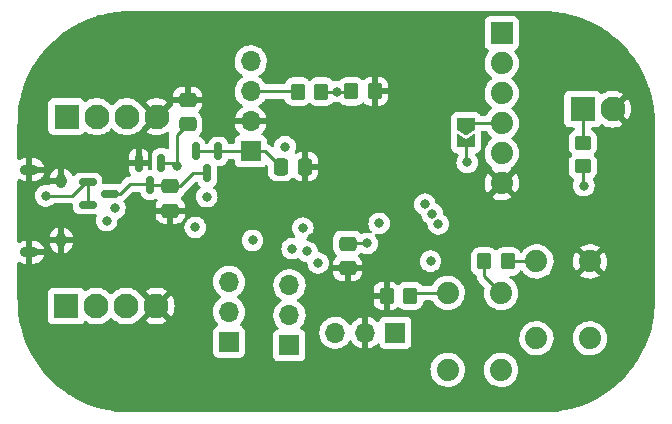
<source format=gbr>
%TF.GenerationSoftware,KiCad,Pcbnew,6.0.11-2627ca5db0~126~ubuntu22.04.1*%
%TF.CreationDate,2023-02-28T18:34:57-05:00*%
%TF.ProjectId,canbus-thermistor,63616e62-7573-42d7-9468-65726d697374,1.0*%
%TF.SameCoordinates,Original*%
%TF.FileFunction,Copper,L4,Bot*%
%TF.FilePolarity,Positive*%
%FSLAX46Y46*%
G04 Gerber Fmt 4.6, Leading zero omitted, Abs format (unit mm)*
G04 Created by KiCad (PCBNEW 6.0.11-2627ca5db0~126~ubuntu22.04.1) date 2023-02-28 18:34:57*
%MOMM*%
%LPD*%
G01*
G04 APERTURE LIST*
G04 Aperture macros list*
%AMRoundRect*
0 Rectangle with rounded corners*
0 $1 Rounding radius*
0 $2 $3 $4 $5 $6 $7 $8 $9 X,Y pos of 4 corners*
0 Add a 4 corners polygon primitive as box body*
4,1,4,$2,$3,$4,$5,$6,$7,$8,$9,$2,$3,0*
0 Add four circle primitives for the rounded corners*
1,1,$1+$1,$2,$3*
1,1,$1+$1,$4,$5*
1,1,$1+$1,$6,$7*
1,1,$1+$1,$8,$9*
0 Add four rect primitives between the rounded corners*
20,1,$1+$1,$2,$3,$4,$5,0*
20,1,$1+$1,$4,$5,$6,$7,0*
20,1,$1+$1,$6,$7,$8,$9,0*
20,1,$1+$1,$8,$9,$2,$3,0*%
%AMFreePoly0*
4,1,6,1.000000,0.000000,0.500000,-0.750000,-0.500000,-0.750000,-0.500000,0.750000,0.500000,0.750000,1.000000,0.000000,1.000000,0.000000,$1*%
%AMFreePoly1*
4,1,6,0.500000,-0.750000,-0.650000,-0.750000,-0.150000,0.000000,-0.650000,0.750000,0.500000,0.750000,0.500000,-0.750000,0.500000,-0.750000,$1*%
G04 Aperture macros list end*
%TA.AperFunction,ComponentPad*%
%ADD10R,1.700000X1.700000*%
%TD*%
%TA.AperFunction,ComponentPad*%
%ADD11O,1.700000X1.700000*%
%TD*%
%TA.AperFunction,ComponentPad*%
%ADD12R,2.100000X2.100000*%
%TD*%
%TA.AperFunction,ComponentPad*%
%ADD13C,2.100000*%
%TD*%
%TA.AperFunction,ComponentPad*%
%ADD14C,1.879600*%
%TD*%
%TA.AperFunction,ComponentPad*%
%ADD15R,1.879600X1.879600*%
%TD*%
%TA.AperFunction,ComponentPad*%
%ADD16O,0.950000X1.250000*%
%TD*%
%TA.AperFunction,ComponentPad*%
%ADD17O,1.550000X0.890000*%
%TD*%
%TA.AperFunction,SMDPad,CuDef*%
%ADD18RoundRect,0.250000X-0.337500X-0.475000X0.337500X-0.475000X0.337500X0.475000X-0.337500X0.475000X0*%
%TD*%
%TA.AperFunction,SMDPad,CuDef*%
%ADD19RoundRect,0.150000X-0.150000X0.587500X-0.150000X-0.587500X0.150000X-0.587500X0.150000X0.587500X0*%
%TD*%
%TA.AperFunction,SMDPad,CuDef*%
%ADD20RoundRect,0.250000X0.350000X0.450000X-0.350000X0.450000X-0.350000X-0.450000X0.350000X-0.450000X0*%
%TD*%
%TA.AperFunction,SMDPad,CuDef*%
%ADD21RoundRect,0.250000X0.475000X-0.337500X0.475000X0.337500X-0.475000X0.337500X-0.475000X-0.337500X0*%
%TD*%
%TA.AperFunction,SMDPad,CuDef*%
%ADD22RoundRect,0.250000X0.450000X-0.350000X0.450000X0.350000X-0.450000X0.350000X-0.450000X-0.350000X0*%
%TD*%
%TA.AperFunction,SMDPad,CuDef*%
%ADD23RoundRect,0.250000X-0.350000X-0.450000X0.350000X-0.450000X0.350000X0.450000X-0.350000X0.450000X0*%
%TD*%
%TA.AperFunction,SMDPad,CuDef*%
%ADD24RoundRect,0.250000X-0.475000X0.337500X-0.475000X-0.337500X0.475000X-0.337500X0.475000X0.337500X0*%
%TD*%
%TA.AperFunction,SMDPad,CuDef*%
%ADD25RoundRect,0.150000X-0.587500X-0.150000X0.587500X-0.150000X0.587500X0.150000X-0.587500X0.150000X0*%
%TD*%
%TA.AperFunction,SMDPad,CuDef*%
%ADD26FreePoly0,270.000000*%
%TD*%
%TA.AperFunction,SMDPad,CuDef*%
%ADD27FreePoly1,270.000000*%
%TD*%
%TA.AperFunction,ViaPad*%
%ADD28C,0.800000*%
%TD*%
%TA.AperFunction,Conductor*%
%ADD29C,0.250000*%
%TD*%
G04 APERTURE END LIST*
D10*
%TO.P,JP1,1,A*%
%TO.N,CAN_RX*%
X73400000Y-97140000D03*
D11*
%TO.P,JP1,2,C*%
%TO.N,Net-(JP1-Pad2)*%
X73400000Y-94600000D03*
%TO.P,JP1,3,B*%
%TO.N,USB_D-*%
X73400000Y-92060000D03*
%TD*%
D12*
%TO.P,J5,1,Pin_1*%
%TO.N,+BATT*%
X59625000Y-94100000D03*
D13*
%TO.P,J5,2,Pin_2*%
%TO.N,CANH*%
X62165000Y-94100000D03*
%TO.P,J5,3,Pin_3*%
%TO.N,CANL*%
X64705000Y-94100000D03*
%TO.P,J5,4,Pin_4*%
%TO.N,GND*%
X67245000Y-94100000D03*
%TD*%
D10*
%TO.P,J6,1,Pin_1*%
%TO.N,SWDIO*%
X87490000Y-96350000D03*
D11*
%TO.P,J6,2,Pin_2*%
%TO.N,GND*%
X84950000Y-96350000D03*
%TO.P,J6,3,Pin_3*%
%TO.N,SWDCLK*%
X82410000Y-96350000D03*
%TD*%
D14*
%TO.P,S1,1,1*%
%TO.N,+3V3*%
X96435600Y-92998800D03*
%TO.P,S1,2,1*%
%TO.N,unconnected-(S1-Pad2)*%
X96435600Y-99501200D03*
%TO.P,S1,3,2*%
%TO.N,Net-(R1-Pad1)*%
X91914400Y-92998800D03*
%TO.P,S1,4,2*%
%TO.N,unconnected-(S1-Pad4)*%
X91914400Y-99501200D03*
%TD*%
D15*
%TO.P,J2,1,DTR*%
%TO.N,unconnected-(J2-Pad1)*%
X96500000Y-70990000D03*
D14*
%TO.P,J2,2,RXD*%
%TO.N,RXD2*%
X96500000Y-73530000D03*
%TO.P,J2,3,TXD*%
%TO.N,TXD2*%
X96500000Y-76070000D03*
%TO.P,J2,4,VCC*%
%TO.N,Net-(JP3-Pad1)*%
X96500000Y-78610000D03*
%TO.P,J2,5,CTS*%
%TO.N,unconnected-(J2-Pad5)*%
X96500000Y-81150000D03*
%TO.P,J2,6,GND*%
%TO.N,GND*%
X96500000Y-83690000D03*
%TD*%
D12*
%TO.P,J4,1,Pin_1*%
%TO.N,+BATT*%
X59660000Y-78075000D03*
D13*
%TO.P,J4,2,Pin_2*%
%TO.N,CANH*%
X62200000Y-78075000D03*
%TO.P,J4,3,Pin_3*%
%TO.N,CANL*%
X64740000Y-78075000D03*
%TO.P,J4,4,Pin_4*%
%TO.N,GND*%
X67280000Y-78075000D03*
%TD*%
D10*
%TO.P,U3,1,Vout*%
%TO.N,+5V*%
X75247300Y-81002600D03*
D11*
%TO.P,U3,2,GND*%
%TO.N,GND*%
X75247300Y-78462600D03*
%TO.P,U3,3,Vin*%
%TO.N,+12V*%
X75247300Y-75922600D03*
%TO.P,U3,4,EN*%
%TO.N,unconnected-(U3-Pad4)*%
X75247300Y-73382600D03*
%TD*%
D14*
%TO.P,S2,1,1*%
%TO.N,GND*%
X103960600Y-90323800D03*
%TO.P,S2,2,1*%
%TO.N,unconnected-(S2-Pad2)*%
X103960600Y-96826200D03*
%TO.P,S2,3,2*%
%TO.N,~{RESET}*%
X99439400Y-90323800D03*
%TO.P,S2,4,2*%
%TO.N,unconnected-(S2-Pad4)*%
X99439400Y-96826200D03*
%TD*%
D16*
%TO.P,J1,6,Shield*%
%TO.N,GND*%
X59210000Y-83550000D03*
D17*
X56510000Y-82550000D03*
X56510000Y-89550000D03*
D16*
X59210000Y-88550000D03*
%TD*%
D12*
%TO.P,J3,1,Pin_1*%
%TO.N,VTHERM*%
X103350000Y-77425000D03*
D13*
%TO.P,J3,2,Pin_2*%
%TO.N,GND*%
X105890000Y-77425000D03*
%TD*%
D10*
%TO.P,JP2,1,A*%
%TO.N,CAN_TX*%
X78525000Y-97425000D03*
D11*
%TO.P,JP2,2,C*%
%TO.N,Net-(JP2-Pad2)*%
X78525000Y-94885000D03*
%TO.P,JP2,3,B*%
%TO.N,USB_D+*%
X78525000Y-92345000D03*
%TD*%
D18*
%TO.P,C7,1*%
%TO.N,+5V*%
X77787500Y-82300000D03*
%TO.P,C7,2*%
%TO.N,GND*%
X79862500Y-82300000D03*
%TD*%
D19*
%TO.P,U1,1,GND*%
%TO.N,GND*%
X65775000Y-81987500D03*
%TO.P,U1,2,VO*%
%TO.N,+3V3*%
X67675000Y-81987500D03*
%TO.P,U1,3,VI*%
%TO.N,+5VP*%
X66725000Y-83862500D03*
%TD*%
D20*
%TO.P,R1,1*%
%TO.N,Net-(R1-Pad1)*%
X88750000Y-93250000D03*
%TO.P,R1,2*%
%TO.N,GND*%
X86750000Y-93250000D03*
%TD*%
D21*
%TO.P,C1,1*%
%TO.N,GND*%
X83450000Y-90887500D03*
%TO.P,C1,2*%
%TO.N,+3V3*%
X83450000Y-88812500D03*
%TD*%
D22*
%TO.P,R7,1*%
%TO.N,+3V3*%
X103375000Y-82275000D03*
%TO.P,R7,2*%
%TO.N,VTHERM*%
X103375000Y-80275000D03*
%TD*%
D21*
%TO.P,C4,1*%
%TO.N,+3V3*%
X69900000Y-78712500D03*
%TO.P,C4,2*%
%TO.N,GND*%
X69900000Y-76637500D03*
%TD*%
D23*
%TO.P,R3,1*%
%TO.N,+12V*%
X79225000Y-75950000D03*
%TO.P,R3,2*%
%TO.N,VBAT_MON*%
X81225000Y-75950000D03*
%TD*%
D24*
%TO.P,C2,1*%
%TO.N,+5VP*%
X68425000Y-83950000D03*
%TO.P,C2,2*%
%TO.N,GND*%
X68425000Y-86025000D03*
%TD*%
D25*
%TO.P,Q2,1,G*%
%TO.N,VBUS*%
X61437500Y-85525000D03*
%TO.P,Q2,2,S*%
X61437500Y-83625000D03*
%TO.P,Q2,3,D*%
%TO.N,+5VP*%
X63312500Y-84575000D03*
%TD*%
D23*
%TO.P,R4,1*%
%TO.N,VBAT_MON*%
X83775000Y-75925000D03*
%TO.P,R4,2*%
%TO.N,GND*%
X85775000Y-75925000D03*
%TD*%
D19*
%TO.P,Q1,1,G*%
%TO.N,+5V*%
X70600000Y-81000000D03*
%TO.P,Q1,2,S*%
X72500000Y-81000000D03*
%TO.P,Q1,3,D*%
%TO.N,+5VP*%
X71550000Y-82875000D03*
%TD*%
D26*
%TO.P,JP3,1,A*%
%TO.N,Net-(JP3-Pad1)*%
X93475000Y-78700000D03*
D27*
%TO.P,JP3,2,B*%
%TO.N,+3V3*%
X93475000Y-80150000D03*
%TD*%
D23*
%TO.P,R2,1*%
%TO.N,+3V3*%
X95000000Y-90325000D03*
%TO.P,R2,2*%
%TO.N,~{RESET}*%
X97000000Y-90325000D03*
%TD*%
D28*
%TO.N,GND*%
X80450000Y-88350000D03*
X72725000Y-70575000D03*
X93350000Y-91850000D03*
X80600000Y-85425000D03*
X75300000Y-86775000D03*
%TO.N,+3V3*%
X78150000Y-80600000D03*
X85100000Y-88800000D03*
X93575000Y-81950000D03*
X78750000Y-89250000D03*
X103450000Y-83900000D03*
X68975000Y-82275000D03*
%TO.N,VBUS*%
X57884502Y-84775000D03*
%TO.N,USB_D-*%
X63750000Y-85825000D03*
%TO.N,USB_D+*%
X63050000Y-86875000D03*
%TO.N,VTHERM*%
X91125000Y-87150000D03*
%TO.N,CAN_RX*%
X71525000Y-84850000D03*
%TO.N,Net-(JP1-Pad2)*%
X80025000Y-89475000D03*
%TO.N,CAN_TX*%
X75400000Y-88550000D03*
%TO.N,Net-(JP2-Pad2)*%
X80950000Y-90450000D03*
%TO.N,VBAT_MON*%
X82550000Y-75950000D03*
X86125000Y-87100000D03*
%TO.N,CAN_STBY*%
X70550000Y-87450000D03*
X79650000Y-87500000D03*
%TO.N,TXD2*%
X90600000Y-86275000D03*
%TO.N,RXD2*%
X89990592Y-85482770D03*
%TO.N,~{RESET}*%
X90475000Y-90300000D03*
%TD*%
D29*
%TO.N,+3V3*%
X83462500Y-88800000D02*
X83450000Y-88812500D01*
X68687500Y-81987500D02*
X68975000Y-82275000D01*
X85100000Y-88800000D02*
X83462500Y-88800000D01*
X103375000Y-82275000D02*
X103375000Y-83825000D01*
X67675000Y-81987500D02*
X68687500Y-81987500D01*
X68975000Y-79650000D02*
X68975000Y-82275000D01*
X103375000Y-83825000D02*
X103450000Y-83900000D01*
X69900000Y-78725000D02*
X68975000Y-79650000D01*
X95000000Y-90325000D02*
X95000000Y-91563200D01*
X93475000Y-80150000D02*
X93475000Y-81850000D01*
X93475000Y-81850000D02*
X93575000Y-81950000D01*
X95000000Y-91563200D02*
X96435600Y-92998800D01*
X69900000Y-78712500D02*
X69900000Y-78725000D01*
%TO.N,+5VP*%
X63312500Y-84575000D02*
X64200000Y-84575000D01*
X64200000Y-84575000D02*
X65000000Y-83775000D01*
X68425000Y-83950000D02*
X69300000Y-83950000D01*
X65000000Y-83775000D02*
X66675000Y-83775000D01*
X70375000Y-82875000D02*
X71550000Y-82875000D01*
X69300000Y-83950000D02*
X70375000Y-82875000D01*
X68337500Y-83862500D02*
X68425000Y-83950000D01*
X66725000Y-83862500D02*
X68337500Y-83862500D01*
%TO.N,+12V*%
X79197600Y-75922600D02*
X75247300Y-75922600D01*
X79225000Y-75950000D02*
X79197600Y-75922600D01*
%TO.N,+5V*%
X77787500Y-82300000D02*
X76490100Y-81002600D01*
X72500000Y-81000000D02*
X72502600Y-81002600D01*
X72500000Y-81000000D02*
X70600000Y-81000000D01*
X76490100Y-81002600D02*
X75247300Y-81002600D01*
X72502600Y-81002600D02*
X75247300Y-81002600D01*
%TO.N,VBUS*%
X57884502Y-84775000D02*
X60125000Y-84775000D01*
X60125000Y-84775000D02*
X61275000Y-83625000D01*
X61437500Y-85525000D02*
X61437500Y-83625000D01*
X61275000Y-83625000D02*
X61437500Y-83625000D01*
%TO.N,VTHERM*%
X103375000Y-80275000D02*
X103350000Y-80250000D01*
X103350000Y-80250000D02*
X103350000Y-77425000D01*
%TO.N,Net-(R1-Pad1)*%
X89001200Y-92998800D02*
X91914400Y-92998800D01*
X88750000Y-93250000D02*
X89001200Y-92998800D01*
%TO.N,VBAT_MON*%
X81225000Y-75950000D02*
X83750000Y-75950000D01*
X83750000Y-75950000D02*
X83775000Y-75925000D01*
%TO.N,~{RESET}*%
X99438200Y-90325000D02*
X99439400Y-90323800D01*
X97000000Y-90325000D02*
X99438200Y-90325000D01*
%TO.N,Net-(JP3-Pad1)*%
X93565000Y-78610000D02*
X96500000Y-78610000D01*
X93475000Y-78700000D02*
X93565000Y-78610000D01*
%TD*%
%TA.AperFunction,Conductor*%
%TO.N,GND*%
G36*
X99961288Y-69127468D02*
G01*
X99976121Y-69129778D01*
X99976125Y-69129778D01*
X99984994Y-69131159D01*
X100008118Y-69128135D01*
X100028399Y-69127135D01*
X100583290Y-69144571D01*
X100591190Y-69145068D01*
X100925772Y-69176694D01*
X101176940Y-69200436D01*
X101184776Y-69201426D01*
X101505358Y-69252200D01*
X101765890Y-69293463D01*
X101773666Y-69294946D01*
X102347862Y-69423292D01*
X102355528Y-69425261D01*
X102756319Y-69541700D01*
X102779571Y-69548455D01*
X102920513Y-69589402D01*
X102928030Y-69591844D01*
X103267511Y-69714064D01*
X103481618Y-69791147D01*
X103488977Y-69794061D01*
X104028934Y-70027719D01*
X104036096Y-70031089D01*
X104036116Y-70031099D01*
X104560326Y-70298195D01*
X104567247Y-70301999D01*
X105073704Y-70601514D01*
X105080367Y-70605743D01*
X105080387Y-70605757D01*
X105566975Y-70936440D01*
X105573379Y-70941092D01*
X106038283Y-71301707D01*
X106044382Y-71306753D01*
X106485706Y-71695829D01*
X106491476Y-71701247D01*
X106907503Y-72117272D01*
X106912922Y-72123042D01*
X107195228Y-72443252D01*
X107302018Y-72564381D01*
X107307063Y-72570481D01*
X107667664Y-73035363D01*
X107672317Y-73041766D01*
X107765262Y-73178529D01*
X107976505Y-73489361D01*
X108003025Y-73528384D01*
X108007261Y-73535060D01*
X108283187Y-74001620D01*
X108306760Y-74041480D01*
X108310568Y-74048407D01*
X108469253Y-74359840D01*
X108577686Y-74572650D01*
X108581055Y-74579809D01*
X108810026Y-75108925D01*
X108814720Y-75119773D01*
X108817632Y-75127128D01*
X109008563Y-75657452D01*
X109016933Y-75680701D01*
X109019378Y-75688226D01*
X109162799Y-76181876D01*
X109183529Y-76253229D01*
X109185494Y-76260886D01*
X109212529Y-76381829D01*
X109313838Y-76835057D01*
X109315322Y-76842832D01*
X109379511Y-77248091D01*
X109395689Y-77350230D01*
X109407366Y-77423956D01*
X109408357Y-77431804D01*
X109409180Y-77440505D01*
X109463728Y-78017550D01*
X109464225Y-78025450D01*
X109481416Y-78572430D01*
X109479978Y-78595771D01*
X109478958Y-78602319D01*
X109478958Y-78602325D01*
X109477577Y-78611194D01*
X109478741Y-78620096D01*
X109478741Y-78620098D01*
X109481704Y-78642753D01*
X109482768Y-78659091D01*
X109482768Y-93568101D01*
X109481268Y-93587486D01*
X109478958Y-93602319D01*
X109478958Y-93602323D01*
X109477577Y-93611192D01*
X109480379Y-93632617D01*
X109480599Y-93634302D01*
X109481601Y-93654597D01*
X109464163Y-94209486D01*
X109463666Y-94217385D01*
X109424704Y-94629570D01*
X109409566Y-94789715D01*
X109408298Y-94803125D01*
X109407307Y-94810970D01*
X109378714Y-94991500D01*
X109315265Y-95392100D01*
X109313786Y-95399856D01*
X109185432Y-95974073D01*
X109183475Y-95981694D01*
X109019888Y-96544767D01*
X109019326Y-96546701D01*
X109016884Y-96554217D01*
X108948124Y-96745205D01*
X108817583Y-97107797D01*
X108814669Y-97115156D01*
X108623865Y-97556081D01*
X108597749Y-97616433D01*
X108581009Y-97655116D01*
X108577646Y-97662264D01*
X108398761Y-98013344D01*
X108310531Y-98186504D01*
X108306718Y-98193440D01*
X108007221Y-98699863D01*
X108002979Y-98706547D01*
X107954693Y-98777598D01*
X107777809Y-99037875D01*
X107672279Y-99193157D01*
X107667632Y-99199553D01*
X107307007Y-99664469D01*
X107301985Y-99670538D01*
X106979627Y-100036182D01*
X106912888Y-100111882D01*
X106907469Y-100117652D01*
X106491452Y-100533669D01*
X106485683Y-100539087D01*
X106044338Y-100928185D01*
X106038269Y-100933207D01*
X105885778Y-101051491D01*
X105573360Y-101293827D01*
X105566957Y-101298479D01*
X105080347Y-101629179D01*
X105073663Y-101633421D01*
X104567240Y-101932918D01*
X104560306Y-101936730D01*
X104036064Y-102203846D01*
X104028916Y-102207209D01*
X103488956Y-102440869D01*
X103481597Y-102443783D01*
X103204813Y-102543431D01*
X102928017Y-102643084D01*
X102920513Y-102645522D01*
X102355494Y-102809675D01*
X102347873Y-102811632D01*
X101773656Y-102939986D01*
X101765900Y-102941465D01*
X101431794Y-102994382D01*
X101184770Y-103033507D01*
X101176931Y-103034497D01*
X101011993Y-103050088D01*
X100591185Y-103089866D01*
X100583286Y-103090363D01*
X100035968Y-103107563D01*
X100012626Y-103106125D01*
X100006418Y-103105158D01*
X100006413Y-103105158D01*
X99997544Y-103103777D01*
X99988642Y-103104941D01*
X99988640Y-103104941D01*
X99974434Y-103106799D01*
X99965982Y-103107904D01*
X99949647Y-103108968D01*
X65040635Y-103108968D01*
X65021250Y-103107468D01*
X65006417Y-103105158D01*
X65006413Y-103105158D01*
X64997544Y-103103777D01*
X64988642Y-103104941D01*
X64988640Y-103104941D01*
X64980844Y-103105961D01*
X64974431Y-103106799D01*
X64954139Y-103107801D01*
X64399250Y-103090363D01*
X64391350Y-103089866D01*
X64054857Y-103058058D01*
X63805603Y-103034496D01*
X63797767Y-103033506D01*
X63216645Y-102941466D01*
X63208877Y-102939983D01*
X62634687Y-102811636D01*
X62627020Y-102809668D01*
X62356581Y-102731098D01*
X62062024Y-102645521D01*
X62054521Y-102643083D01*
X61500925Y-102443777D01*
X61493597Y-102440875D01*
X60953606Y-102207200D01*
X60946474Y-102203844D01*
X60422233Y-101936730D01*
X60415297Y-101932917D01*
X60347544Y-101892848D01*
X59908859Y-101633411D01*
X59902207Y-101629189D01*
X59415574Y-101298473D01*
X59409185Y-101293831D01*
X58944269Y-100933206D01*
X58938200Y-100928184D01*
X58496856Y-100539087D01*
X58491086Y-100533668D01*
X58075069Y-100117651D01*
X58069650Y-100111881D01*
X57680567Y-99670552D01*
X57675521Y-99664453D01*
X57521348Y-99465694D01*
X90461570Y-99465694D01*
X90461867Y-99470846D01*
X90461867Y-99470850D01*
X90467902Y-99575513D01*
X90475279Y-99703455D01*
X90476416Y-99708501D01*
X90476417Y-99708507D01*
X90509511Y-99855356D01*
X90527637Y-99935785D01*
X90529579Y-99940567D01*
X90529580Y-99940571D01*
X90599142Y-100111881D01*
X90617237Y-100156444D01*
X90741674Y-100359506D01*
X90897604Y-100539517D01*
X91080842Y-100691644D01*
X91085294Y-100694246D01*
X91085299Y-100694249D01*
X91183733Y-100751769D01*
X91286465Y-100811801D01*
X91508952Y-100896760D01*
X91514018Y-100897791D01*
X91514019Y-100897791D01*
X91568356Y-100908846D01*
X91742328Y-100944241D01*
X91876521Y-100949162D01*
X91975160Y-100952779D01*
X91975164Y-100952779D01*
X91980324Y-100952968D01*
X91985444Y-100952312D01*
X91985446Y-100952312D01*
X92211423Y-100923364D01*
X92211424Y-100923364D01*
X92216551Y-100922707D01*
X92299600Y-100897791D01*
X92439716Y-100855754D01*
X92439717Y-100855753D01*
X92444662Y-100854270D01*
X92658533Y-100749495D01*
X92662736Y-100746497D01*
X92662741Y-100746494D01*
X92848216Y-100614196D01*
X92848218Y-100614194D01*
X92852420Y-100611197D01*
X93021116Y-100443089D01*
X93160090Y-100249686D01*
X93206174Y-100156444D01*
X93263317Y-100040824D01*
X93263318Y-100040822D01*
X93265611Y-100036182D01*
X93334843Y-99808311D01*
X93349328Y-99698286D01*
X93365492Y-99575513D01*
X93365492Y-99575509D01*
X93365929Y-99572192D01*
X93367664Y-99501200D01*
X93364745Y-99465694D01*
X94982770Y-99465694D01*
X94983067Y-99470846D01*
X94983067Y-99470850D01*
X94989102Y-99575513D01*
X94996479Y-99703455D01*
X94997616Y-99708501D01*
X94997617Y-99708507D01*
X95030711Y-99855356D01*
X95048837Y-99935785D01*
X95050779Y-99940567D01*
X95050780Y-99940571D01*
X95120342Y-100111881D01*
X95138437Y-100156444D01*
X95262874Y-100359506D01*
X95418804Y-100539517D01*
X95602042Y-100691644D01*
X95606494Y-100694246D01*
X95606499Y-100694249D01*
X95704933Y-100751769D01*
X95807665Y-100811801D01*
X96030152Y-100896760D01*
X96035218Y-100897791D01*
X96035219Y-100897791D01*
X96089556Y-100908846D01*
X96263528Y-100944241D01*
X96397721Y-100949162D01*
X96496360Y-100952779D01*
X96496364Y-100952779D01*
X96501524Y-100952968D01*
X96506644Y-100952312D01*
X96506646Y-100952312D01*
X96732623Y-100923364D01*
X96732624Y-100923364D01*
X96737751Y-100922707D01*
X96820800Y-100897791D01*
X96960916Y-100855754D01*
X96960917Y-100855753D01*
X96965862Y-100854270D01*
X97179733Y-100749495D01*
X97183936Y-100746497D01*
X97183941Y-100746494D01*
X97369416Y-100614196D01*
X97369418Y-100614194D01*
X97373620Y-100611197D01*
X97542316Y-100443089D01*
X97681290Y-100249686D01*
X97727374Y-100156444D01*
X97784517Y-100040824D01*
X97784518Y-100040822D01*
X97786811Y-100036182D01*
X97856043Y-99808311D01*
X97870528Y-99698286D01*
X97886692Y-99575513D01*
X97886692Y-99575509D01*
X97887129Y-99572192D01*
X97888864Y-99501200D01*
X97869350Y-99263844D01*
X97811331Y-99032863D01*
X97716367Y-98814459D01*
X97699294Y-98788067D01*
X97589816Y-98618842D01*
X97587006Y-98614498D01*
X97426724Y-98438350D01*
X97422673Y-98435151D01*
X97422669Y-98435147D01*
X97243878Y-98293947D01*
X97243873Y-98293944D01*
X97239824Y-98290746D01*
X97235308Y-98288253D01*
X97235305Y-98288251D01*
X97035850Y-98178146D01*
X97035846Y-98178144D01*
X97031326Y-98175649D01*
X97026457Y-98173925D01*
X97026453Y-98173923D01*
X96811705Y-98097876D01*
X96811701Y-98097875D01*
X96806830Y-98096150D01*
X96801740Y-98095243D01*
X96801735Y-98095242D01*
X96674414Y-98072564D01*
X96572364Y-98054386D01*
X96483237Y-98053297D01*
X96339395Y-98051539D01*
X96339393Y-98051539D01*
X96334225Y-98051476D01*
X96098809Y-98087500D01*
X95872438Y-98161489D01*
X95867846Y-98163879D01*
X95867847Y-98163879D01*
X95714146Y-98243891D01*
X95661190Y-98271458D01*
X95657057Y-98274561D01*
X95657054Y-98274563D01*
X95474875Y-98411347D01*
X95470740Y-98414452D01*
X95306202Y-98586631D01*
X95303288Y-98590903D01*
X95303287Y-98590904D01*
X95228960Y-98699863D01*
X95171994Y-98783372D01*
X95071722Y-98999391D01*
X95008077Y-99228885D01*
X95007528Y-99234019D01*
X95007528Y-99234021D01*
X95002049Y-99285289D01*
X94982770Y-99465694D01*
X93364745Y-99465694D01*
X93348150Y-99263844D01*
X93290131Y-99032863D01*
X93195167Y-98814459D01*
X93178094Y-98788067D01*
X93068616Y-98618842D01*
X93065806Y-98614498D01*
X92905524Y-98438350D01*
X92901473Y-98435151D01*
X92901469Y-98435147D01*
X92722678Y-98293947D01*
X92722673Y-98293944D01*
X92718624Y-98290746D01*
X92714108Y-98288253D01*
X92714105Y-98288251D01*
X92514650Y-98178146D01*
X92514646Y-98178144D01*
X92510126Y-98175649D01*
X92505257Y-98173925D01*
X92505253Y-98173923D01*
X92290505Y-98097876D01*
X92290501Y-98097875D01*
X92285630Y-98096150D01*
X92280540Y-98095243D01*
X92280535Y-98095242D01*
X92153214Y-98072564D01*
X92051164Y-98054386D01*
X91962037Y-98053297D01*
X91818195Y-98051539D01*
X91818193Y-98051539D01*
X91813025Y-98051476D01*
X91577609Y-98087500D01*
X91351238Y-98161489D01*
X91346646Y-98163879D01*
X91346647Y-98163879D01*
X91192946Y-98243891D01*
X91139990Y-98271458D01*
X91135857Y-98274561D01*
X91135854Y-98274563D01*
X90953675Y-98411347D01*
X90949540Y-98414452D01*
X90785002Y-98586631D01*
X90782088Y-98590903D01*
X90782087Y-98590904D01*
X90707760Y-98699863D01*
X90650794Y-98783372D01*
X90550522Y-98999391D01*
X90486877Y-99228885D01*
X90486328Y-99234019D01*
X90486328Y-99234021D01*
X90480849Y-99285289D01*
X90461570Y-99465694D01*
X57521348Y-99465694D01*
X57364777Y-99263844D01*
X57314907Y-99199552D01*
X57310260Y-99193155D01*
X56979560Y-98706544D01*
X56975318Y-98699861D01*
X56675821Y-98193439D01*
X56672008Y-98186503D01*
X56583779Y-98013344D01*
X56404894Y-97662263D01*
X56401538Y-97655131D01*
X56167864Y-97115141D01*
X56164962Y-97107811D01*
X55965655Y-96554215D01*
X55963217Y-96546712D01*
X55839604Y-96121233D01*
X55799071Y-95981717D01*
X55797103Y-95974050D01*
X55668756Y-95399860D01*
X55667272Y-95392085D01*
X55665652Y-95381857D01*
X55636553Y-95198134D01*
X58066500Y-95198134D01*
X58073255Y-95260316D01*
X58124385Y-95396705D01*
X58211739Y-95513261D01*
X58328295Y-95600615D01*
X58464684Y-95651745D01*
X58526866Y-95658500D01*
X60723134Y-95658500D01*
X60785316Y-95651745D01*
X60921705Y-95600615D01*
X61038261Y-95513261D01*
X61111128Y-95416035D01*
X61167988Y-95373521D01*
X61238806Y-95368496D01*
X61277788Y-95384168D01*
X61303395Y-95399860D01*
X61455268Y-95492927D01*
X61526946Y-95522617D01*
X61677335Y-95584911D01*
X61677337Y-95584912D01*
X61681908Y-95586805D01*
X61716997Y-95595229D01*
X61915630Y-95642917D01*
X61915636Y-95642918D01*
X61920443Y-95644072D01*
X62165000Y-95663319D01*
X62409557Y-95644072D01*
X62414364Y-95642918D01*
X62414370Y-95642917D01*
X62613003Y-95595229D01*
X62648092Y-95586805D01*
X62652663Y-95584912D01*
X62652665Y-95584911D01*
X62803054Y-95522617D01*
X62874732Y-95492927D01*
X63026605Y-95399860D01*
X63079670Y-95367342D01*
X63079673Y-95367340D01*
X63083896Y-95364752D01*
X63089819Y-95359694D01*
X63266677Y-95208641D01*
X63270433Y-95205433D01*
X63302456Y-95167939D01*
X63339189Y-95124931D01*
X63398640Y-95086122D01*
X63469635Y-95085616D01*
X63530811Y-95124931D01*
X63567544Y-95167939D01*
X63599567Y-95205433D01*
X63603323Y-95208641D01*
X63780182Y-95359694D01*
X63786104Y-95364752D01*
X63790327Y-95367340D01*
X63790330Y-95367342D01*
X63843395Y-95399860D01*
X63995268Y-95492927D01*
X64066946Y-95522617D01*
X64217335Y-95584911D01*
X64217337Y-95584912D01*
X64221908Y-95586805D01*
X64256997Y-95595229D01*
X64455630Y-95642917D01*
X64455636Y-95642918D01*
X64460443Y-95644072D01*
X64705000Y-95663319D01*
X64949557Y-95644072D01*
X64954364Y-95642918D01*
X64954370Y-95642917D01*
X65153003Y-95595229D01*
X65188092Y-95586805D01*
X65192663Y-95584912D01*
X65192665Y-95584911D01*
X65343054Y-95522617D01*
X65414732Y-95492927D01*
X65566605Y-95399860D01*
X65616915Y-95369030D01*
X66340800Y-95369030D01*
X66346527Y-95376680D01*
X66531272Y-95489893D01*
X66540067Y-95494375D01*
X66757490Y-95584434D01*
X66766875Y-95587483D01*
X66995708Y-95642422D01*
X67005455Y-95643965D01*
X67240070Y-95662430D01*
X67249930Y-95662430D01*
X67484545Y-95643965D01*
X67494292Y-95642422D01*
X67723125Y-95587483D01*
X67732510Y-95584434D01*
X67949933Y-95494375D01*
X67958728Y-95489893D01*
X68139805Y-95378928D01*
X68149267Y-95368470D01*
X68145484Y-95359694D01*
X67257812Y-94472022D01*
X67243868Y-94464408D01*
X67242035Y-94464539D01*
X67235420Y-94468790D01*
X66347560Y-95356650D01*
X66340800Y-95369030D01*
X65616915Y-95369030D01*
X65619670Y-95367342D01*
X65619673Y-95367340D01*
X65623896Y-95364752D01*
X65629819Y-95359694D01*
X65806677Y-95208641D01*
X65810433Y-95205433D01*
X65969752Y-95018896D01*
X65971190Y-95016549D01*
X65982605Y-95003185D01*
X66872978Y-94112812D01*
X66879356Y-94101132D01*
X67609408Y-94101132D01*
X67609539Y-94102965D01*
X67613790Y-94109580D01*
X68501650Y-94997440D01*
X68514030Y-95004200D01*
X68521680Y-94998473D01*
X68634893Y-94813728D01*
X68639375Y-94804933D01*
X68729434Y-94587510D01*
X68732483Y-94578125D01*
X68735227Y-94566695D01*
X72037251Y-94566695D01*
X72037548Y-94571848D01*
X72037548Y-94571851D01*
X72043202Y-94669908D01*
X72050110Y-94789715D01*
X72051247Y-94794761D01*
X72051248Y-94794767D01*
X72062921Y-94846562D01*
X72099222Y-95007639D01*
X72146849Y-95124931D01*
X72177174Y-95199612D01*
X72183266Y-95214616D01*
X72211271Y-95260316D01*
X72295362Y-95397540D01*
X72299987Y-95405088D01*
X72446250Y-95573938D01*
X72450230Y-95577242D01*
X72454981Y-95581187D01*
X72494616Y-95640090D01*
X72496113Y-95711071D01*
X72458997Y-95771593D01*
X72418724Y-95796112D01*
X72303295Y-95839385D01*
X72186739Y-95926739D01*
X72099385Y-96043295D01*
X72048255Y-96179684D01*
X72041500Y-96241866D01*
X72041500Y-98038134D01*
X72048255Y-98100316D01*
X72099385Y-98236705D01*
X72186739Y-98353261D01*
X72303295Y-98440615D01*
X72439684Y-98491745D01*
X72501866Y-98498500D01*
X74298134Y-98498500D01*
X74360316Y-98491745D01*
X74496705Y-98440615D01*
X74613261Y-98353261D01*
X74700615Y-98236705D01*
X74751745Y-98100316D01*
X74758500Y-98038134D01*
X74758500Y-96241866D01*
X74751745Y-96179684D01*
X74700615Y-96043295D01*
X74613261Y-95926739D01*
X74496705Y-95839385D01*
X74484132Y-95834672D01*
X74378203Y-95794960D01*
X74321439Y-95752318D01*
X74296739Y-95685756D01*
X74311947Y-95616408D01*
X74333493Y-95587727D01*
X74403186Y-95518277D01*
X74438096Y-95483489D01*
X74470287Y-95438691D01*
X74565435Y-95306277D01*
X74568453Y-95302077D01*
X74589093Y-95260316D01*
X74665136Y-95106453D01*
X74665137Y-95106451D01*
X74667430Y-95101811D01*
X74732370Y-94888069D01*
X74737159Y-94851695D01*
X77162251Y-94851695D01*
X77162548Y-94856848D01*
X77162548Y-94856851D01*
X77173960Y-95054771D01*
X77175110Y-95074715D01*
X77176247Y-95079761D01*
X77176248Y-95079767D01*
X77186427Y-95124931D01*
X77224222Y-95292639D01*
X77271467Y-95408990D01*
X77306319Y-95494820D01*
X77308266Y-95499616D01*
X77319925Y-95518642D01*
X77419648Y-95681375D01*
X77424987Y-95690088D01*
X77571250Y-95858938D01*
X77575230Y-95862242D01*
X77579981Y-95866187D01*
X77619616Y-95925090D01*
X77621113Y-95996071D01*
X77583997Y-96056593D01*
X77543725Y-96081112D01*
X77458486Y-96113067D01*
X77428295Y-96124385D01*
X77311739Y-96211739D01*
X77224385Y-96328295D01*
X77173255Y-96464684D01*
X77166500Y-96526866D01*
X77166500Y-98323134D01*
X77173255Y-98385316D01*
X77224385Y-98521705D01*
X77311739Y-98638261D01*
X77428295Y-98725615D01*
X77564684Y-98776745D01*
X77626866Y-98783500D01*
X79423134Y-98783500D01*
X79485316Y-98776745D01*
X79621705Y-98725615D01*
X79738261Y-98638261D01*
X79825615Y-98521705D01*
X79876745Y-98385316D01*
X79883500Y-98323134D01*
X79883500Y-96526866D01*
X79876745Y-96464684D01*
X79825615Y-96328295D01*
X79816921Y-96316695D01*
X81047251Y-96316695D01*
X81047548Y-96321848D01*
X81047548Y-96321851D01*
X81053011Y-96416590D01*
X81060110Y-96539715D01*
X81061247Y-96544761D01*
X81061248Y-96544767D01*
X81071182Y-96588844D01*
X81109222Y-96757639D01*
X81193266Y-96964616D01*
X81235482Y-97033507D01*
X81299672Y-97138255D01*
X81309987Y-97155088D01*
X81456250Y-97323938D01*
X81628126Y-97466632D01*
X81821000Y-97579338D01*
X82029692Y-97659030D01*
X82034760Y-97660061D01*
X82034763Y-97660062D01*
X82129862Y-97679410D01*
X82248597Y-97703567D01*
X82253772Y-97703757D01*
X82253774Y-97703757D01*
X82466673Y-97711564D01*
X82466677Y-97711564D01*
X82471837Y-97711753D01*
X82476957Y-97711097D01*
X82476959Y-97711097D01*
X82688288Y-97684025D01*
X82688289Y-97684025D01*
X82693416Y-97683368D01*
X82698366Y-97681883D01*
X82902429Y-97620661D01*
X82902434Y-97620659D01*
X82907384Y-97619174D01*
X83107994Y-97520896D01*
X83289860Y-97391173D01*
X83448096Y-97233489D01*
X83507594Y-97150689D01*
X83578453Y-97052077D01*
X83579640Y-97052930D01*
X83626960Y-97009362D01*
X83696897Y-96997145D01*
X83762338Y-97024678D01*
X83790166Y-97056511D01*
X83847694Y-97150388D01*
X83853777Y-97158699D01*
X83993213Y-97319667D01*
X84000580Y-97326883D01*
X84164434Y-97462916D01*
X84172881Y-97468831D01*
X84356756Y-97576279D01*
X84366042Y-97580729D01*
X84565001Y-97656703D01*
X84574899Y-97659579D01*
X84678250Y-97680606D01*
X84692299Y-97679410D01*
X84696000Y-97669065D01*
X84696000Y-97668517D01*
X85204000Y-97668517D01*
X85208064Y-97682359D01*
X85221478Y-97684393D01*
X85228184Y-97683534D01*
X85238262Y-97681392D01*
X85442255Y-97620191D01*
X85451842Y-97616433D01*
X85643095Y-97522739D01*
X85651945Y-97517464D01*
X85825328Y-97393792D01*
X85833193Y-97387145D01*
X85937897Y-97282805D01*
X86000268Y-97248889D01*
X86071075Y-97254077D01*
X86127837Y-97296723D01*
X86144819Y-97327826D01*
X86155468Y-97356231D01*
X86189385Y-97446705D01*
X86276739Y-97563261D01*
X86393295Y-97650615D01*
X86529684Y-97701745D01*
X86591866Y-97708500D01*
X88388134Y-97708500D01*
X88450316Y-97701745D01*
X88586705Y-97650615D01*
X88703261Y-97563261D01*
X88790615Y-97446705D01*
X88841745Y-97310316D01*
X88848500Y-97248134D01*
X88848500Y-96790694D01*
X97986570Y-96790694D01*
X97986867Y-96795846D01*
X97986867Y-96795850D01*
X97992902Y-96900513D01*
X98000279Y-97028455D01*
X98001416Y-97033501D01*
X98001417Y-97033507D01*
X98027758Y-97150388D01*
X98052637Y-97260785D01*
X98054579Y-97265567D01*
X98054580Y-97265571D01*
X98134880Y-97463327D01*
X98142237Y-97481444D01*
X98266674Y-97684506D01*
X98422604Y-97864517D01*
X98605842Y-98016644D01*
X98610294Y-98019246D01*
X98610299Y-98019249D01*
X98807007Y-98134196D01*
X98811465Y-98136801D01*
X99033952Y-98221760D01*
X99039018Y-98222791D01*
X99039019Y-98222791D01*
X99066082Y-98228297D01*
X99267328Y-98269241D01*
X99401521Y-98274162D01*
X99500160Y-98277779D01*
X99500164Y-98277779D01*
X99505324Y-98277968D01*
X99510444Y-98277312D01*
X99510446Y-98277312D01*
X99736423Y-98248364D01*
X99736424Y-98248364D01*
X99741551Y-98247707D01*
X99746501Y-98246222D01*
X99964716Y-98180754D01*
X99964717Y-98180753D01*
X99969662Y-98179270D01*
X100183533Y-98074495D01*
X100187736Y-98071497D01*
X100187741Y-98071494D01*
X100373216Y-97939196D01*
X100373218Y-97939194D01*
X100377420Y-97936197D01*
X100546116Y-97768089D01*
X100685090Y-97574686D01*
X100710550Y-97523173D01*
X100788317Y-97365824D01*
X100788318Y-97365822D01*
X100790611Y-97361182D01*
X100859843Y-97133311D01*
X100862233Y-97115156D01*
X100890492Y-96900513D01*
X100890492Y-96900509D01*
X100890929Y-96897192D01*
X100892664Y-96826200D01*
X100889745Y-96790694D01*
X102507770Y-96790694D01*
X102508067Y-96795846D01*
X102508067Y-96795850D01*
X102514102Y-96900513D01*
X102521479Y-97028455D01*
X102522616Y-97033501D01*
X102522617Y-97033507D01*
X102548958Y-97150388D01*
X102573837Y-97260785D01*
X102575779Y-97265567D01*
X102575780Y-97265571D01*
X102656080Y-97463327D01*
X102663437Y-97481444D01*
X102787874Y-97684506D01*
X102943804Y-97864517D01*
X103127042Y-98016644D01*
X103131494Y-98019246D01*
X103131499Y-98019249D01*
X103328207Y-98134196D01*
X103332665Y-98136801D01*
X103555152Y-98221760D01*
X103560218Y-98222791D01*
X103560219Y-98222791D01*
X103587282Y-98228297D01*
X103788528Y-98269241D01*
X103922721Y-98274162D01*
X104021360Y-98277779D01*
X104021364Y-98277779D01*
X104026524Y-98277968D01*
X104031644Y-98277312D01*
X104031646Y-98277312D01*
X104257623Y-98248364D01*
X104257624Y-98248364D01*
X104262751Y-98247707D01*
X104267701Y-98246222D01*
X104485916Y-98180754D01*
X104485917Y-98180753D01*
X104490862Y-98179270D01*
X104704733Y-98074495D01*
X104708936Y-98071497D01*
X104708941Y-98071494D01*
X104894416Y-97939196D01*
X104894418Y-97939194D01*
X104898620Y-97936197D01*
X105067316Y-97768089D01*
X105206290Y-97574686D01*
X105231750Y-97523173D01*
X105309517Y-97365824D01*
X105309518Y-97365822D01*
X105311811Y-97361182D01*
X105381043Y-97133311D01*
X105383433Y-97115156D01*
X105411692Y-96900513D01*
X105411692Y-96900509D01*
X105412129Y-96897192D01*
X105413864Y-96826200D01*
X105394350Y-96588844D01*
X105336331Y-96357863D01*
X105241367Y-96139459D01*
X105237490Y-96133465D01*
X105139309Y-95981702D01*
X105112006Y-95939498D01*
X104951724Y-95763350D01*
X104947673Y-95760151D01*
X104947669Y-95760147D01*
X104768878Y-95618947D01*
X104768873Y-95618944D01*
X104764824Y-95615746D01*
X104760308Y-95613253D01*
X104760305Y-95613251D01*
X104560850Y-95503146D01*
X104560846Y-95503144D01*
X104556326Y-95500649D01*
X104551457Y-95498925D01*
X104551453Y-95498923D01*
X104336705Y-95422876D01*
X104336701Y-95422875D01*
X104331830Y-95421150D01*
X104326740Y-95420243D01*
X104326735Y-95420242D01*
X104168741Y-95392100D01*
X104097364Y-95379386D01*
X104008237Y-95378297D01*
X103864395Y-95376539D01*
X103864393Y-95376539D01*
X103859225Y-95376476D01*
X103623809Y-95412500D01*
X103397438Y-95486489D01*
X103385071Y-95492927D01*
X103196143Y-95591277D01*
X103186190Y-95596458D01*
X103182057Y-95599561D01*
X103182054Y-95599563D01*
X103026133Y-95716632D01*
X102995740Y-95739452D01*
X102992168Y-95743190D01*
X102868380Y-95872727D01*
X102831202Y-95911631D01*
X102828288Y-95915903D01*
X102828287Y-95915904D01*
X102785991Y-95977908D01*
X102696994Y-96108372D01*
X102684578Y-96135121D01*
X102635029Y-96241866D01*
X102596722Y-96324391D01*
X102533077Y-96553885D01*
X102532528Y-96559019D01*
X102532528Y-96559021D01*
X102527049Y-96610289D01*
X102507770Y-96790694D01*
X100889745Y-96790694D01*
X100873150Y-96588844D01*
X100815131Y-96357863D01*
X100720167Y-96139459D01*
X100716290Y-96133465D01*
X100618109Y-95981702D01*
X100590806Y-95939498D01*
X100430524Y-95763350D01*
X100426473Y-95760151D01*
X100426469Y-95760147D01*
X100247678Y-95618947D01*
X100247673Y-95618944D01*
X100243624Y-95615746D01*
X100239108Y-95613253D01*
X100239105Y-95613251D01*
X100039650Y-95503146D01*
X100039646Y-95503144D01*
X100035126Y-95500649D01*
X100030257Y-95498925D01*
X100030253Y-95498923D01*
X99815505Y-95422876D01*
X99815501Y-95422875D01*
X99810630Y-95421150D01*
X99805540Y-95420243D01*
X99805535Y-95420242D01*
X99647541Y-95392100D01*
X99576164Y-95379386D01*
X99487037Y-95378297D01*
X99343195Y-95376539D01*
X99343193Y-95376539D01*
X99338025Y-95376476D01*
X99102609Y-95412500D01*
X98876238Y-95486489D01*
X98863871Y-95492927D01*
X98674943Y-95591277D01*
X98664990Y-95596458D01*
X98660857Y-95599561D01*
X98660854Y-95599563D01*
X98504933Y-95716632D01*
X98474540Y-95739452D01*
X98470968Y-95743190D01*
X98347180Y-95872727D01*
X98310002Y-95911631D01*
X98307088Y-95915903D01*
X98307087Y-95915904D01*
X98264791Y-95977908D01*
X98175794Y-96108372D01*
X98163378Y-96135121D01*
X98113829Y-96241866D01*
X98075522Y-96324391D01*
X98011877Y-96553885D01*
X98011328Y-96559019D01*
X98011328Y-96559021D01*
X98005849Y-96610289D01*
X97986570Y-96790694D01*
X88848500Y-96790694D01*
X88848500Y-95451866D01*
X88841745Y-95389684D01*
X88790615Y-95253295D01*
X88703261Y-95136739D01*
X88586705Y-95049385D01*
X88450316Y-94998255D01*
X88388134Y-94991500D01*
X86591866Y-94991500D01*
X86529684Y-94998255D01*
X86393295Y-95049385D01*
X86276739Y-95136739D01*
X86189385Y-95253295D01*
X86186233Y-95261703D01*
X86186232Y-95261705D01*
X86144722Y-95372433D01*
X86102081Y-95429198D01*
X86035519Y-95453898D01*
X85966170Y-95438691D01*
X85933546Y-95413004D01*
X85882799Y-95357234D01*
X85875273Y-95350215D01*
X85708139Y-95218222D01*
X85699552Y-95212517D01*
X85513117Y-95109599D01*
X85503705Y-95105369D01*
X85302959Y-95034280D01*
X85292988Y-95031646D01*
X85221837Y-95018972D01*
X85208540Y-95020432D01*
X85204000Y-95034989D01*
X85204000Y-97668517D01*
X84696000Y-97668517D01*
X84696000Y-95033102D01*
X84692082Y-95019758D01*
X84677806Y-95017771D01*
X84639324Y-95023660D01*
X84629288Y-95026051D01*
X84426868Y-95092212D01*
X84417359Y-95096209D01*
X84228463Y-95194542D01*
X84219738Y-95200036D01*
X84049433Y-95327905D01*
X84041726Y-95334748D01*
X83894590Y-95488717D01*
X83888109Y-95496722D01*
X83783498Y-95650074D01*
X83728587Y-95695076D01*
X83658062Y-95703247D01*
X83594315Y-95671993D01*
X83573618Y-95647509D01*
X83492822Y-95522617D01*
X83492820Y-95522614D01*
X83490014Y-95518277D01*
X83339670Y-95353051D01*
X83335619Y-95349852D01*
X83335615Y-95349848D01*
X83168414Y-95217800D01*
X83168410Y-95217798D01*
X83164359Y-95214598D01*
X83134535Y-95198134D01*
X83079836Y-95167939D01*
X82968789Y-95106638D01*
X82963920Y-95104914D01*
X82963916Y-95104912D01*
X82763087Y-95033795D01*
X82763083Y-95033794D01*
X82758212Y-95032069D01*
X82753119Y-95031162D01*
X82753116Y-95031161D01*
X82543373Y-94993800D01*
X82543367Y-94993799D01*
X82538284Y-94992894D01*
X82464452Y-94991992D01*
X82320081Y-94990228D01*
X82320079Y-94990228D01*
X82314911Y-94990165D01*
X82094091Y-95023955D01*
X81881756Y-95093357D01*
X81821103Y-95124931D01*
X81738486Y-95167939D01*
X81683607Y-95196507D01*
X81679474Y-95199610D01*
X81679471Y-95199612D01*
X81509100Y-95327530D01*
X81504965Y-95330635D01*
X81350629Y-95492138D01*
X81347715Y-95496410D01*
X81347714Y-95496411D01*
X81287669Y-95584434D01*
X81224743Y-95676680D01*
X81206198Y-95716632D01*
X81141956Y-95855031D01*
X81130688Y-95879305D01*
X81070989Y-96094570D01*
X81047251Y-96316695D01*
X79816921Y-96316695D01*
X79738261Y-96211739D01*
X79621705Y-96124385D01*
X79609132Y-96119672D01*
X79503203Y-96079960D01*
X79446439Y-96037318D01*
X79421739Y-95970756D01*
X79436947Y-95901408D01*
X79458493Y-95872727D01*
X79559435Y-95772137D01*
X79563096Y-95768489D01*
X79622594Y-95685689D01*
X79690435Y-95591277D01*
X79693453Y-95587077D01*
X79727276Y-95518642D01*
X79790136Y-95391453D01*
X79790137Y-95391451D01*
X79792430Y-95386811D01*
X79843409Y-95219020D01*
X79855865Y-95178023D01*
X79855865Y-95178021D01*
X79857370Y-95173069D01*
X79886529Y-94951590D01*
X79888156Y-94885000D01*
X79869852Y-94662361D01*
X79815431Y-94445702D01*
X79726354Y-94240840D01*
X79654199Y-94129305D01*
X79607822Y-94057617D01*
X79607820Y-94057614D01*
X79605014Y-94053277D01*
X79454670Y-93888051D01*
X79450619Y-93884852D01*
X79450615Y-93884848D01*
X79283414Y-93752800D01*
X79283410Y-93752798D01*
X79279359Y-93749598D01*
X79274825Y-93747095D01*
X85642001Y-93747095D01*
X85642338Y-93753614D01*
X85652257Y-93849206D01*
X85655149Y-93862600D01*
X85706588Y-94016784D01*
X85712761Y-94029962D01*
X85798063Y-94167807D01*
X85807099Y-94179208D01*
X85921829Y-94293739D01*
X85933240Y-94302751D01*
X86071243Y-94387816D01*
X86084424Y-94393963D01*
X86238710Y-94445138D01*
X86252086Y-94448005D01*
X86346438Y-94457672D01*
X86352854Y-94458000D01*
X86477885Y-94458000D01*
X86493124Y-94453525D01*
X86494329Y-94452135D01*
X86496000Y-94444452D01*
X86496000Y-94439884D01*
X87004000Y-94439884D01*
X87008475Y-94455123D01*
X87009865Y-94456328D01*
X87017548Y-94457999D01*
X87147095Y-94457999D01*
X87153614Y-94457662D01*
X87249206Y-94447743D01*
X87262600Y-94444851D01*
X87416784Y-94393412D01*
X87429962Y-94387239D01*
X87567807Y-94301937D01*
X87579208Y-94292901D01*
X87660430Y-94211538D01*
X87722713Y-94177459D01*
X87793533Y-94182462D01*
X87838620Y-94211383D01*
X87921512Y-94294130D01*
X87921517Y-94294134D01*
X87926697Y-94299305D01*
X87932927Y-94303145D01*
X87932928Y-94303146D01*
X88070288Y-94387816D01*
X88077262Y-94392115D01*
X88087139Y-94395391D01*
X88238611Y-94445632D01*
X88238613Y-94445632D01*
X88245139Y-94447797D01*
X88251975Y-94448497D01*
X88251978Y-94448498D01*
X88295031Y-94452909D01*
X88349600Y-94458500D01*
X89150400Y-94458500D01*
X89153646Y-94458163D01*
X89153650Y-94458163D01*
X89249308Y-94448238D01*
X89249312Y-94448237D01*
X89256166Y-94447526D01*
X89262702Y-94445345D01*
X89262704Y-94445345D01*
X89412433Y-94395391D01*
X89423946Y-94391550D01*
X89574348Y-94298478D01*
X89699305Y-94173303D01*
X89703979Y-94165720D01*
X89788275Y-94028968D01*
X89788276Y-94028966D01*
X89792115Y-94022738D01*
X89835522Y-93891870D01*
X89845632Y-93861389D01*
X89845632Y-93861387D01*
X89847797Y-93854861D01*
X89858500Y-93750400D01*
X89858769Y-93750428D01*
X89881704Y-93684871D01*
X89937657Y-93641170D01*
X89984096Y-93632300D01*
X90533349Y-93632300D01*
X90601470Y-93652302D01*
X90640781Y-93692464D01*
X90741674Y-93857106D01*
X90897604Y-94037117D01*
X90988779Y-94112812D01*
X91068754Y-94179208D01*
X91080842Y-94189244D01*
X91085294Y-94191846D01*
X91085299Y-94191849D01*
X91269188Y-94299305D01*
X91286465Y-94309401D01*
X91508952Y-94394360D01*
X91514018Y-94395391D01*
X91514019Y-94395391D01*
X91568356Y-94406446D01*
X91742328Y-94441841D01*
X91876521Y-94446762D01*
X91975160Y-94450379D01*
X91975164Y-94450379D01*
X91980324Y-94450568D01*
X91985444Y-94449912D01*
X91985446Y-94449912D01*
X92211423Y-94420964D01*
X92211424Y-94420964D01*
X92216551Y-94420307D01*
X92302840Y-94394419D01*
X92439716Y-94353354D01*
X92439717Y-94353353D01*
X92444662Y-94351870D01*
X92658533Y-94247095D01*
X92662736Y-94244097D01*
X92662741Y-94244094D01*
X92848216Y-94111796D01*
X92848218Y-94111794D01*
X92852420Y-94108797D01*
X93021116Y-93940689D01*
X93031183Y-93926680D01*
X93075048Y-93865635D01*
X93160090Y-93747286D01*
X93162635Y-93742138D01*
X93263317Y-93538424D01*
X93263318Y-93538422D01*
X93265611Y-93533782D01*
X93334843Y-93305911D01*
X93345036Y-93228489D01*
X93365492Y-93073113D01*
X93365492Y-93073109D01*
X93365929Y-93069792D01*
X93366011Y-93066440D01*
X93367582Y-93002165D01*
X93367582Y-93002161D01*
X93367664Y-92998800D01*
X93348150Y-92761444D01*
X93290131Y-92530463D01*
X93210953Y-92348365D01*
X93197227Y-92316796D01*
X93197225Y-92316793D01*
X93195167Y-92312059D01*
X93180003Y-92288618D01*
X93072445Y-92122361D01*
X93065806Y-92112098D01*
X93061973Y-92107885D01*
X93002022Y-92042000D01*
X92905524Y-91935950D01*
X92901473Y-91932751D01*
X92901469Y-91932747D01*
X92722678Y-91791547D01*
X92722673Y-91791544D01*
X92718624Y-91788346D01*
X92714108Y-91785853D01*
X92714105Y-91785851D01*
X92514650Y-91675746D01*
X92514646Y-91675744D01*
X92510126Y-91673249D01*
X92505257Y-91671525D01*
X92505253Y-91671523D01*
X92290505Y-91595476D01*
X92290501Y-91595475D01*
X92285630Y-91593750D01*
X92280540Y-91592843D01*
X92280535Y-91592842D01*
X92153214Y-91570164D01*
X92051164Y-91551986D01*
X91962037Y-91550897D01*
X91818195Y-91549139D01*
X91818193Y-91549139D01*
X91813025Y-91549076D01*
X91577609Y-91585100D01*
X91351238Y-91659089D01*
X91139990Y-91769058D01*
X91135857Y-91772161D01*
X91135854Y-91772163D01*
X90953675Y-91908947D01*
X90949540Y-91912052D01*
X90945968Y-91915790D01*
X90816279Y-92051502D01*
X90785002Y-92084231D01*
X90782088Y-92088503D01*
X90782087Y-92088504D01*
X90755471Y-92127522D01*
X90650794Y-92280972D01*
X90648613Y-92285670D01*
X90648611Y-92285674D01*
X90645514Y-92292346D01*
X90598692Y-92345715D01*
X90531225Y-92365300D01*
X89789732Y-92365300D01*
X89721611Y-92345298D01*
X89699161Y-92324968D01*
X89698478Y-92325652D01*
X89622409Y-92249715D01*
X89573303Y-92200695D01*
X89453083Y-92126590D01*
X89428968Y-92111725D01*
X89428966Y-92111724D01*
X89422738Y-92107885D01*
X89288514Y-92063365D01*
X89261389Y-92054368D01*
X89261387Y-92054368D01*
X89254861Y-92052203D01*
X89248025Y-92051503D01*
X89248022Y-92051502D01*
X89204969Y-92047091D01*
X89150400Y-92041500D01*
X88349600Y-92041500D01*
X88346354Y-92041837D01*
X88346350Y-92041837D01*
X88250692Y-92051762D01*
X88250688Y-92051763D01*
X88243834Y-92052474D01*
X88237298Y-92054655D01*
X88237296Y-92054655D01*
X88159848Y-92080494D01*
X88076054Y-92108450D01*
X87925652Y-92201522D01*
X87920479Y-92206704D01*
X87838862Y-92288463D01*
X87776579Y-92322542D01*
X87705759Y-92317539D01*
X87660671Y-92288618D01*
X87578171Y-92206261D01*
X87566760Y-92197249D01*
X87428757Y-92112184D01*
X87415576Y-92106037D01*
X87261290Y-92054862D01*
X87247914Y-92051995D01*
X87153562Y-92042328D01*
X87147145Y-92042000D01*
X87022115Y-92042000D01*
X87006876Y-92046475D01*
X87005671Y-92047865D01*
X87004000Y-92055548D01*
X87004000Y-94439884D01*
X86496000Y-94439884D01*
X86496000Y-93522115D01*
X86491525Y-93506876D01*
X86490135Y-93505671D01*
X86482452Y-93504000D01*
X85660116Y-93504000D01*
X85644877Y-93508475D01*
X85643672Y-93509865D01*
X85642001Y-93517548D01*
X85642001Y-93747095D01*
X79274825Y-93747095D01*
X79238053Y-93726796D01*
X79188084Y-93676364D01*
X79173312Y-93606921D01*
X79198428Y-93540516D01*
X79225780Y-93513909D01*
X79290422Y-93467800D01*
X79404860Y-93386173D01*
X79434499Y-93356638D01*
X79559435Y-93232137D01*
X79563096Y-93228489D01*
X79569573Y-93219476D01*
X79690435Y-93051277D01*
X79693453Y-93047077D01*
X79717477Y-92998469D01*
X79727650Y-92977885D01*
X85642000Y-92977885D01*
X85646475Y-92993124D01*
X85647865Y-92994329D01*
X85655548Y-92996000D01*
X86477885Y-92996000D01*
X86493124Y-92991525D01*
X86494329Y-92990135D01*
X86496000Y-92982452D01*
X86496000Y-92060116D01*
X86491525Y-92044877D01*
X86490135Y-92043672D01*
X86482452Y-92042001D01*
X86352905Y-92042001D01*
X86346386Y-92042338D01*
X86250794Y-92052257D01*
X86237400Y-92055149D01*
X86083216Y-92106588D01*
X86070038Y-92112761D01*
X85932193Y-92198063D01*
X85920792Y-92207099D01*
X85806261Y-92321829D01*
X85797249Y-92333240D01*
X85712184Y-92471243D01*
X85706037Y-92484424D01*
X85654862Y-92638710D01*
X85651995Y-92652086D01*
X85642328Y-92746438D01*
X85642000Y-92752855D01*
X85642000Y-92977885D01*
X79727650Y-92977885D01*
X79790136Y-92851453D01*
X79790137Y-92851451D01*
X79792430Y-92846811D01*
X79844747Y-92674616D01*
X79855865Y-92638023D01*
X79855865Y-92638021D01*
X79857370Y-92633069D01*
X79886529Y-92411590D01*
X79888156Y-92345000D01*
X79869852Y-92122361D01*
X79815431Y-91905702D01*
X79726354Y-91700840D01*
X79652518Y-91586707D01*
X79607822Y-91517617D01*
X79607820Y-91517614D01*
X79605014Y-91513277D01*
X79454670Y-91348051D01*
X79450619Y-91344852D01*
X79450615Y-91344848D01*
X79283414Y-91212800D01*
X79283410Y-91212798D01*
X79279359Y-91209598D01*
X79083789Y-91101638D01*
X79078920Y-91099914D01*
X79078916Y-91099912D01*
X78878087Y-91028795D01*
X78878083Y-91028794D01*
X78873212Y-91027069D01*
X78868119Y-91026162D01*
X78868116Y-91026161D01*
X78658373Y-90988800D01*
X78658367Y-90988799D01*
X78653284Y-90987894D01*
X78575525Y-90986944D01*
X78435081Y-90985228D01*
X78435079Y-90985228D01*
X78429911Y-90985165D01*
X78209091Y-91018955D01*
X77996756Y-91088357D01*
X77966443Y-91104137D01*
X77809169Y-91186009D01*
X77798607Y-91191507D01*
X77794474Y-91194610D01*
X77794471Y-91194612D01*
X77671567Y-91286891D01*
X77619965Y-91325635D01*
X77465629Y-91487138D01*
X77462715Y-91491410D01*
X77462714Y-91491411D01*
X77399876Y-91583528D01*
X77339743Y-91671680D01*
X77317132Y-91720391D01*
X77250729Y-91863446D01*
X77245688Y-91874305D01*
X77185989Y-92089570D01*
X77162251Y-92311695D01*
X77162548Y-92316848D01*
X77162548Y-92316851D01*
X77168011Y-92411590D01*
X77175110Y-92534715D01*
X77176247Y-92539761D01*
X77176248Y-92539767D01*
X77188974Y-92596233D01*
X77224222Y-92752639D01*
X77271467Y-92868990D01*
X77301718Y-92943489D01*
X77308266Y-92959616D01*
X77319461Y-92977885D01*
X77403108Y-93114384D01*
X77424987Y-93150088D01*
X77571250Y-93318938D01*
X77743126Y-93461632D01*
X77813595Y-93502811D01*
X77816445Y-93504476D01*
X77865169Y-93556114D01*
X77878240Y-93625897D01*
X77851509Y-93691669D01*
X77811055Y-93725027D01*
X77798607Y-93731507D01*
X77794474Y-93734610D01*
X77794471Y-93734612D01*
X77626864Y-93860455D01*
X77619965Y-93865635D01*
X77616393Y-93869373D01*
X77475524Y-94016784D01*
X77465629Y-94027138D01*
X77462715Y-94031410D01*
X77462714Y-94031411D01*
X77416698Y-94098868D01*
X77339743Y-94211680D01*
X77302042Y-94292901D01*
X77254468Y-94395391D01*
X77245688Y-94414305D01*
X77185989Y-94629570D01*
X77162251Y-94851695D01*
X74737159Y-94851695D01*
X74761529Y-94666590D01*
X74763156Y-94600000D01*
X74744852Y-94377361D01*
X74690431Y-94160702D01*
X74601354Y-93955840D01*
X74532369Y-93849206D01*
X74482822Y-93772617D01*
X74482820Y-93772614D01*
X74480014Y-93768277D01*
X74329670Y-93603051D01*
X74325619Y-93599852D01*
X74325615Y-93599848D01*
X74158414Y-93467800D01*
X74158410Y-93467798D01*
X74154359Y-93464598D01*
X74113053Y-93441796D01*
X74063084Y-93391364D01*
X74048312Y-93321921D01*
X74073428Y-93255516D01*
X74100780Y-93228909D01*
X74167800Y-93181104D01*
X74279860Y-93101173D01*
X74306056Y-93075069D01*
X74382591Y-92998800D01*
X74438096Y-92943489D01*
X74497594Y-92860689D01*
X74565435Y-92766277D01*
X74568453Y-92762077D01*
X74571247Y-92756425D01*
X74665136Y-92566453D01*
X74665137Y-92566451D01*
X74667430Y-92561811D01*
X74732370Y-92348069D01*
X74761529Y-92126590D01*
X74763156Y-92060000D01*
X74744852Y-91837361D01*
X74690431Y-91620702D01*
X74601354Y-91415840D01*
X74517833Y-91286736D01*
X74482822Y-91232617D01*
X74482820Y-91232614D01*
X74480014Y-91228277D01*
X74329670Y-91063051D01*
X74325619Y-91059852D01*
X74325615Y-91059848D01*
X74158414Y-90927800D01*
X74158410Y-90927798D01*
X74154359Y-90924598D01*
X73958789Y-90816638D01*
X73953920Y-90814914D01*
X73953916Y-90814912D01*
X73753087Y-90743795D01*
X73753083Y-90743794D01*
X73748212Y-90742069D01*
X73743119Y-90741162D01*
X73743116Y-90741161D01*
X73533373Y-90703800D01*
X73533367Y-90703799D01*
X73528284Y-90702894D01*
X73454452Y-90701992D01*
X73310081Y-90700228D01*
X73310079Y-90700228D01*
X73304911Y-90700165D01*
X73084091Y-90733955D01*
X72871756Y-90803357D01*
X72841443Y-90819137D01*
X72756369Y-90863424D01*
X72673607Y-90906507D01*
X72669474Y-90909610D01*
X72669471Y-90909612D01*
X72513033Y-91027069D01*
X72494965Y-91040635D01*
X72491393Y-91044373D01*
X72363982Y-91177701D01*
X72340629Y-91202138D01*
X72337715Y-91206410D01*
X72337714Y-91206411D01*
X72305604Y-91253483D01*
X72214743Y-91386680D01*
X72176593Y-91468868D01*
X72123370Y-91583528D01*
X72120688Y-91589305D01*
X72060989Y-91804570D01*
X72037251Y-92026695D01*
X72037548Y-92031848D01*
X72037548Y-92031851D01*
X72047630Y-92206704D01*
X72050110Y-92249715D01*
X72051247Y-92254761D01*
X72051248Y-92254767D01*
X72067069Y-92324968D01*
X72099222Y-92467639D01*
X72151438Y-92596233D01*
X72174118Y-92652086D01*
X72183266Y-92674616D01*
X72190695Y-92686739D01*
X72284801Y-92840306D01*
X72299987Y-92865088D01*
X72446250Y-93033938D01*
X72618126Y-93176632D01*
X72659921Y-93201055D01*
X72691445Y-93219476D01*
X72740169Y-93271114D01*
X72753240Y-93340897D01*
X72726509Y-93406669D01*
X72686055Y-93440027D01*
X72673607Y-93446507D01*
X72669474Y-93449610D01*
X72669471Y-93449612D01*
X72501342Y-93575847D01*
X72494965Y-93580635D01*
X72465764Y-93611192D01*
X72346885Y-93735592D01*
X72340629Y-93742138D01*
X72337715Y-93746410D01*
X72337714Y-93746411D01*
X72325404Y-93764457D01*
X72214743Y-93926680D01*
X72199003Y-93960590D01*
X72128344Y-94112812D01*
X72120688Y-94129305D01*
X72060989Y-94344570D01*
X72037251Y-94566695D01*
X68735227Y-94566695D01*
X68787422Y-94349292D01*
X68788965Y-94339545D01*
X68807430Y-94104930D01*
X68807430Y-94095070D01*
X68788965Y-93860455D01*
X68787422Y-93850708D01*
X68732483Y-93621875D01*
X68729434Y-93612490D01*
X68639375Y-93395067D01*
X68634893Y-93386272D01*
X68523928Y-93205195D01*
X68513470Y-93195733D01*
X68504694Y-93199516D01*
X67617022Y-94087188D01*
X67609408Y-94101132D01*
X66879356Y-94101132D01*
X66880592Y-94098868D01*
X66880461Y-94097035D01*
X66876210Y-94090420D01*
X65982605Y-93196815D01*
X65971190Y-93183451D01*
X65969752Y-93181104D01*
X65810433Y-92994567D01*
X65769511Y-92959616D01*
X65627663Y-92838465D01*
X65627660Y-92838463D01*
X65623896Y-92835248D01*
X65619673Y-92832660D01*
X65619670Y-92832658D01*
X65617829Y-92831530D01*
X66340733Y-92831530D01*
X66344516Y-92840306D01*
X67232188Y-93727978D01*
X67246132Y-93735592D01*
X67247965Y-93735461D01*
X67254580Y-93731210D01*
X68142440Y-92843350D01*
X68149200Y-92830970D01*
X68143473Y-92823320D01*
X67958728Y-92710107D01*
X67949933Y-92705625D01*
X67732510Y-92615566D01*
X67723125Y-92612517D01*
X67494292Y-92557578D01*
X67484545Y-92556035D01*
X67249930Y-92537570D01*
X67240070Y-92537570D01*
X67005455Y-92556035D01*
X66995708Y-92557578D01*
X66766875Y-92612517D01*
X66757490Y-92615566D01*
X66540067Y-92705625D01*
X66531272Y-92710107D01*
X66350195Y-92821072D01*
X66340733Y-92831530D01*
X65617829Y-92831530D01*
X65503458Y-92761444D01*
X65414732Y-92707073D01*
X65223687Y-92627939D01*
X65192665Y-92615089D01*
X65192663Y-92615088D01*
X65188092Y-92613195D01*
X65105437Y-92593351D01*
X64954370Y-92557083D01*
X64954364Y-92557082D01*
X64949557Y-92555928D01*
X64705000Y-92536681D01*
X64460443Y-92555928D01*
X64455636Y-92557082D01*
X64455630Y-92557083D01*
X64304563Y-92593351D01*
X64221908Y-92613195D01*
X64217337Y-92615088D01*
X64217335Y-92615089D01*
X64186313Y-92627939D01*
X63995268Y-92707073D01*
X63906542Y-92761444D01*
X63790330Y-92832658D01*
X63790327Y-92832660D01*
X63786104Y-92835248D01*
X63782340Y-92838463D01*
X63782337Y-92838465D01*
X63640489Y-92959616D01*
X63599567Y-92994567D01*
X63596359Y-92998323D01*
X63530811Y-93075069D01*
X63471360Y-93113878D01*
X63400365Y-93114384D01*
X63339189Y-93075069D01*
X63273641Y-92998323D01*
X63270433Y-92994567D01*
X63229511Y-92959616D01*
X63087663Y-92838465D01*
X63087660Y-92838463D01*
X63083896Y-92835248D01*
X63079673Y-92832660D01*
X63079670Y-92832658D01*
X62963458Y-92761444D01*
X62874732Y-92707073D01*
X62683687Y-92627939D01*
X62652665Y-92615089D01*
X62652663Y-92615088D01*
X62648092Y-92613195D01*
X62565437Y-92593351D01*
X62414370Y-92557083D01*
X62414364Y-92557082D01*
X62409557Y-92555928D01*
X62165000Y-92536681D01*
X61920443Y-92555928D01*
X61915636Y-92557082D01*
X61915630Y-92557083D01*
X61764563Y-92593351D01*
X61681908Y-92613195D01*
X61677337Y-92615088D01*
X61677335Y-92615089D01*
X61646313Y-92627939D01*
X61455268Y-92707073D01*
X61358120Y-92766605D01*
X61277788Y-92815832D01*
X61209255Y-92834370D01*
X61141578Y-92812913D01*
X61111128Y-92783965D01*
X61098117Y-92766605D01*
X61038261Y-92686739D01*
X60921705Y-92599385D01*
X60785316Y-92548255D01*
X60723134Y-92541500D01*
X58526866Y-92541500D01*
X58464684Y-92548255D01*
X58328295Y-92599385D01*
X58211739Y-92686739D01*
X58124385Y-92803295D01*
X58073255Y-92939684D01*
X58066500Y-93001866D01*
X58066500Y-95198134D01*
X55636553Y-95198134D01*
X55575233Y-94810969D01*
X55574242Y-94803125D01*
X55572975Y-94789715D01*
X55542638Y-94468790D01*
X55518874Y-94217386D01*
X55518377Y-94209486D01*
X55501176Y-93662149D01*
X55502614Y-93638805D01*
X55503578Y-93632617D01*
X55503578Y-93632612D01*
X55504959Y-93623744D01*
X55503488Y-93612490D01*
X55500832Y-93592185D01*
X55499768Y-93575847D01*
X55499768Y-90479152D01*
X55519770Y-90411031D01*
X55573426Y-90364538D01*
X55643700Y-90354434D01*
X55698038Y-90375938D01*
X55707444Y-90382524D01*
X55718531Y-90388720D01*
X55884495Y-90460540D01*
X55896607Y-90464382D01*
X56075134Y-90501677D01*
X56084666Y-90502915D01*
X56087889Y-90503000D01*
X56237885Y-90503000D01*
X56253124Y-90498525D01*
X56254329Y-90497135D01*
X56256000Y-90489452D01*
X56256000Y-90484885D01*
X56764000Y-90484885D01*
X56768475Y-90500124D01*
X56769865Y-90501329D01*
X56777548Y-90503000D01*
X56885192Y-90503000D01*
X56891567Y-90502677D01*
X57026267Y-90488995D01*
X57038707Y-90486441D01*
X57211264Y-90432365D01*
X57222952Y-90427356D01*
X57381111Y-90339686D01*
X57391544Y-90332435D01*
X57528843Y-90214756D01*
X57537612Y-90205547D01*
X57648442Y-90062667D01*
X57655178Y-90051887D01*
X57735019Y-89889626D01*
X57739445Y-89877727D01*
X57754082Y-89821531D01*
X57753648Y-89807436D01*
X57745467Y-89804000D01*
X56782115Y-89804000D01*
X56766876Y-89808475D01*
X56765671Y-89809865D01*
X56764000Y-89817548D01*
X56764000Y-90484885D01*
X56256000Y-90484885D01*
X56256000Y-89277885D01*
X56764000Y-89277885D01*
X56768475Y-89293124D01*
X56769865Y-89294329D01*
X56777548Y-89296000D01*
X57743901Y-89296000D01*
X57757432Y-89292027D01*
X57758309Y-89285925D01*
X57703170Y-89136064D01*
X57697608Y-89124658D01*
X57602309Y-88970956D01*
X57594560Y-88960895D01*
X57470310Y-88829504D01*
X57460690Y-88821201D01*
X57459967Y-88820695D01*
X58234191Y-88820695D01*
X58241467Y-88892331D01*
X58244021Y-88904770D01*
X58299920Y-89083143D01*
X58304929Y-89094831D01*
X58395553Y-89258320D01*
X58402804Y-89268753D01*
X58524456Y-89410688D01*
X58533647Y-89419441D01*
X58681364Y-89534021D01*
X58692124Y-89540745D01*
X58859860Y-89623281D01*
X58871767Y-89627709D01*
X58938469Y-89645083D01*
X58952564Y-89644649D01*
X58956000Y-89636468D01*
X58956000Y-89635867D01*
X59464000Y-89635867D01*
X59467973Y-89649398D01*
X59474075Y-89650275D01*
X59637145Y-89590277D01*
X59648573Y-89584703D01*
X59807440Y-89486201D01*
X59817504Y-89478451D01*
X59953322Y-89350014D01*
X59961625Y-89340394D01*
X60068845Y-89187269D01*
X60075042Y-89176180D01*
X60149284Y-89004618D01*
X60153123Y-88992515D01*
X60188801Y-88821736D01*
X60187678Y-88807675D01*
X60177571Y-88804000D01*
X59482115Y-88804000D01*
X59466876Y-88808475D01*
X59465671Y-88809865D01*
X59464000Y-88817548D01*
X59464000Y-89635867D01*
X58956000Y-89635867D01*
X58956000Y-88822115D01*
X58951525Y-88806876D01*
X58950135Y-88805671D01*
X58942452Y-88804000D01*
X58250610Y-88804000D01*
X58236250Y-88808216D01*
X58234191Y-88820695D01*
X57459967Y-88820695D01*
X57312557Y-88717477D01*
X57301469Y-88711280D01*
X57135505Y-88639460D01*
X57123393Y-88635618D01*
X56944866Y-88598323D01*
X56935334Y-88597085D01*
X56932111Y-88597000D01*
X56782115Y-88597000D01*
X56766876Y-88601475D01*
X56765671Y-88602865D01*
X56764000Y-88610548D01*
X56764000Y-89277885D01*
X56256000Y-89277885D01*
X56256000Y-88615115D01*
X56251525Y-88599876D01*
X56250135Y-88598671D01*
X56242452Y-88597000D01*
X56134808Y-88597000D01*
X56128433Y-88597323D01*
X55993733Y-88611005D01*
X55981293Y-88613559D01*
X55808736Y-88667635D01*
X55797048Y-88672644D01*
X55686854Y-88733726D01*
X55617577Y-88749258D01*
X55550901Y-88724870D01*
X55507994Y-88668305D01*
X55499768Y-88623524D01*
X55499768Y-88550000D01*
X74486496Y-88550000D01*
X74487186Y-88556565D01*
X74505735Y-88733045D01*
X74506458Y-88739928D01*
X74565473Y-88921556D01*
X74568776Y-88927278D01*
X74568777Y-88927279D01*
X74588185Y-88960895D01*
X74660960Y-89086944D01*
X74665378Y-89091851D01*
X74665379Y-89091852D01*
X74747854Y-89183450D01*
X74788747Y-89228866D01*
X74943248Y-89341118D01*
X74949276Y-89343802D01*
X74949278Y-89343803D01*
X75105830Y-89413504D01*
X75117712Y-89418794D01*
X75203825Y-89437098D01*
X75298056Y-89457128D01*
X75298061Y-89457128D01*
X75304513Y-89458500D01*
X75495487Y-89458500D01*
X75501939Y-89457128D01*
X75501944Y-89457128D01*
X75596175Y-89437098D01*
X75682288Y-89418794D01*
X75694170Y-89413504D01*
X75850722Y-89343803D01*
X75850724Y-89343802D01*
X75856752Y-89341118D01*
X75982165Y-89250000D01*
X77836496Y-89250000D01*
X77837186Y-89256565D01*
X77853955Y-89416109D01*
X77856458Y-89439928D01*
X77915473Y-89621556D01*
X77918776Y-89627278D01*
X77918777Y-89627279D01*
X77927295Y-89642033D01*
X78010960Y-89786944D01*
X78015378Y-89791851D01*
X78015379Y-89791852D01*
X78077313Y-89860637D01*
X78138747Y-89928866D01*
X78293248Y-90041118D01*
X78299276Y-90043802D01*
X78299278Y-90043803D01*
X78385504Y-90082193D01*
X78467712Y-90118794D01*
X78561112Y-90138647D01*
X78648056Y-90157128D01*
X78648061Y-90157128D01*
X78654513Y-90158500D01*
X78845487Y-90158500D01*
X78851939Y-90157128D01*
X78851944Y-90157128D01*
X78938888Y-90138647D01*
X79032288Y-90118794D01*
X79116037Y-90081507D01*
X79198415Y-90044830D01*
X79268782Y-90035396D01*
X79333079Y-90065503D01*
X79343295Y-90075621D01*
X79413747Y-90153866D01*
X79484880Y-90205547D01*
X79551286Y-90253794D01*
X79568248Y-90266118D01*
X79574276Y-90268802D01*
X79574278Y-90268803D01*
X79733485Y-90339686D01*
X79742712Y-90343794D01*
X79836113Y-90363647D01*
X79923056Y-90382128D01*
X79923061Y-90382128D01*
X79929513Y-90383500D01*
X79930873Y-90383500D01*
X79994731Y-90409772D01*
X80035362Y-90467993D01*
X80041215Y-90494899D01*
X80055607Y-90631829D01*
X80056458Y-90639928D01*
X80115473Y-90821556D01*
X80118776Y-90827278D01*
X80118777Y-90827279D01*
X80152686Y-90886010D01*
X80210960Y-90986944D01*
X80215378Y-90991851D01*
X80215379Y-90991852D01*
X80305551Y-91091998D01*
X80338747Y-91128866D01*
X80493248Y-91241118D01*
X80499276Y-91243802D01*
X80499278Y-91243803D01*
X80595708Y-91286736D01*
X80667712Y-91318794D01*
X80761113Y-91338647D01*
X80848056Y-91357128D01*
X80848061Y-91357128D01*
X80854513Y-91358500D01*
X81045487Y-91358500D01*
X81051939Y-91357128D01*
X81051944Y-91357128D01*
X81138887Y-91338647D01*
X81232288Y-91318794D01*
X81304292Y-91286736D01*
X81337177Y-91272095D01*
X82217001Y-91272095D01*
X82217338Y-91278614D01*
X82227257Y-91374206D01*
X82230149Y-91387600D01*
X82281588Y-91541784D01*
X82287761Y-91554962D01*
X82373063Y-91692807D01*
X82382099Y-91704208D01*
X82496829Y-91818739D01*
X82508240Y-91827751D01*
X82646243Y-91912816D01*
X82659424Y-91918963D01*
X82813710Y-91970138D01*
X82827086Y-91973005D01*
X82921438Y-91982672D01*
X82927854Y-91983000D01*
X83177885Y-91983000D01*
X83193124Y-91978525D01*
X83194329Y-91977135D01*
X83196000Y-91969452D01*
X83196000Y-91964884D01*
X83704000Y-91964884D01*
X83708475Y-91980123D01*
X83709865Y-91981328D01*
X83717548Y-91982999D01*
X83972095Y-91982999D01*
X83978614Y-91982662D01*
X84074206Y-91972743D01*
X84087600Y-91969851D01*
X84241784Y-91918412D01*
X84254962Y-91912239D01*
X84392807Y-91826937D01*
X84404208Y-91817901D01*
X84518739Y-91703171D01*
X84527751Y-91691760D01*
X84612816Y-91553757D01*
X84618963Y-91540576D01*
X84670138Y-91386290D01*
X84673005Y-91372914D01*
X84682672Y-91278562D01*
X84683000Y-91272146D01*
X84683000Y-91159615D01*
X84678525Y-91144376D01*
X84677135Y-91143171D01*
X84669452Y-91141500D01*
X83722115Y-91141500D01*
X83706876Y-91145975D01*
X83705671Y-91147365D01*
X83704000Y-91155048D01*
X83704000Y-91964884D01*
X83196000Y-91964884D01*
X83196000Y-91159615D01*
X83191525Y-91144376D01*
X83190135Y-91143171D01*
X83182452Y-91141500D01*
X82235116Y-91141500D01*
X82219877Y-91145975D01*
X82218672Y-91147365D01*
X82217001Y-91155048D01*
X82217001Y-91272095D01*
X81337177Y-91272095D01*
X81400722Y-91243803D01*
X81400724Y-91243802D01*
X81406752Y-91241118D01*
X81561253Y-91128866D01*
X81594449Y-91091998D01*
X81684621Y-90991852D01*
X81684622Y-90991851D01*
X81689040Y-90986944D01*
X81747314Y-90886010D01*
X81781223Y-90827279D01*
X81781224Y-90827278D01*
X81784527Y-90821556D01*
X81843542Y-90639928D01*
X81845029Y-90625785D01*
X81862814Y-90456565D01*
X81863504Y-90450000D01*
X81858048Y-90398088D01*
X81844232Y-90266635D01*
X81844232Y-90266633D01*
X81843542Y-90260072D01*
X81784527Y-90078444D01*
X81777056Y-90065503D01*
X81715792Y-89959392D01*
X81689040Y-89913056D01*
X81606515Y-89821402D01*
X81565675Y-89776045D01*
X81565674Y-89776044D01*
X81561253Y-89771134D01*
X81406752Y-89658882D01*
X81400724Y-89656198D01*
X81400722Y-89656197D01*
X81238319Y-89583891D01*
X81238318Y-89583891D01*
X81232288Y-89581206D01*
X81128801Y-89559209D01*
X81051944Y-89542872D01*
X81051939Y-89542872D01*
X81045487Y-89541500D01*
X81044127Y-89541500D01*
X80980269Y-89515228D01*
X80939638Y-89457007D01*
X80933785Y-89430101D01*
X80919232Y-89291634D01*
X80919231Y-89291631D01*
X80918542Y-89285072D01*
X80891030Y-89200400D01*
X82216500Y-89200400D01*
X82216837Y-89203646D01*
X82216837Y-89203650D01*
X82226246Y-89294329D01*
X82227474Y-89306166D01*
X82229655Y-89312702D01*
X82229655Y-89312704D01*
X82268733Y-89429834D01*
X82283450Y-89473946D01*
X82376522Y-89624348D01*
X82501697Y-89749305D01*
X82506235Y-89752102D01*
X82546824Y-89809353D01*
X82550054Y-89880276D01*
X82514428Y-89941687D01*
X82505932Y-89949062D01*
X82495793Y-89957098D01*
X82381261Y-90071829D01*
X82372249Y-90083240D01*
X82287184Y-90221243D01*
X82281037Y-90234424D01*
X82229862Y-90388710D01*
X82226995Y-90402086D01*
X82217328Y-90496438D01*
X82217000Y-90502855D01*
X82217000Y-90615385D01*
X82221475Y-90630624D01*
X82222865Y-90631829D01*
X82230548Y-90633500D01*
X84664884Y-90633500D01*
X84680123Y-90629025D01*
X84681328Y-90627635D01*
X84682999Y-90619952D01*
X84682999Y-90502905D01*
X84682662Y-90496386D01*
X84672743Y-90400794D01*
X84669851Y-90387400D01*
X84640693Y-90300000D01*
X89561496Y-90300000D01*
X89562186Y-90306565D01*
X89579153Y-90467993D01*
X89581458Y-90489928D01*
X89640473Y-90671556D01*
X89643776Y-90677278D01*
X89643777Y-90677279D01*
X89658530Y-90702831D01*
X89735960Y-90836944D01*
X89740378Y-90841851D01*
X89740379Y-90841852D01*
X89845409Y-90958500D01*
X89863747Y-90978866D01*
X89932468Y-91028795D01*
X89992919Y-91072715D01*
X90018248Y-91091118D01*
X90024276Y-91093802D01*
X90024278Y-91093803D01*
X90186605Y-91166075D01*
X90192712Y-91168794D01*
X90255340Y-91182106D01*
X90373056Y-91207128D01*
X90373061Y-91207128D01*
X90379513Y-91208500D01*
X90570487Y-91208500D01*
X90576939Y-91207128D01*
X90576944Y-91207128D01*
X90694660Y-91182106D01*
X90757288Y-91168794D01*
X90763395Y-91166075D01*
X90925722Y-91093803D01*
X90925724Y-91093802D01*
X90931752Y-91091118D01*
X90957082Y-91072715D01*
X91017532Y-91028795D01*
X91086253Y-90978866D01*
X91104591Y-90958500D01*
X91209621Y-90841852D01*
X91209622Y-90841851D01*
X91214040Y-90836944D01*
X91220705Y-90825400D01*
X93891500Y-90825400D01*
X93891837Y-90828646D01*
X93891837Y-90828650D01*
X93900238Y-90909612D01*
X93902474Y-90931166D01*
X93904655Y-90937702D01*
X93904655Y-90937704D01*
X93931502Y-91018173D01*
X93958450Y-91098946D01*
X94051522Y-91249348D01*
X94056704Y-91254521D01*
X94071546Y-91269337D01*
X94176697Y-91374305D01*
X94182927Y-91378145D01*
X94182928Y-91378146D01*
X94306183Y-91454122D01*
X94353677Y-91506895D01*
X94366005Y-91557420D01*
X94366438Y-91571183D01*
X94366500Y-91575145D01*
X94366500Y-91603056D01*
X94366997Y-91606990D01*
X94366997Y-91606991D01*
X94367005Y-91607056D01*
X94367938Y-91618893D01*
X94369327Y-91663089D01*
X94373762Y-91678354D01*
X94374978Y-91682539D01*
X94378987Y-91701900D01*
X94381526Y-91721997D01*
X94384445Y-91729368D01*
X94384445Y-91729370D01*
X94397804Y-91763112D01*
X94401649Y-91774342D01*
X94410431Y-91804570D01*
X94413982Y-91816793D01*
X94418015Y-91823612D01*
X94418017Y-91823617D01*
X94424293Y-91834228D01*
X94432988Y-91851976D01*
X94440448Y-91870817D01*
X94445110Y-91877233D01*
X94445110Y-91877234D01*
X94466436Y-91906587D01*
X94472952Y-91916507D01*
X94486712Y-91939773D01*
X94495458Y-91954562D01*
X94509779Y-91968883D01*
X94522619Y-91983916D01*
X94534528Y-92000307D01*
X94540634Y-92005358D01*
X94568605Y-92028498D01*
X94577384Y-92036488D01*
X95012417Y-92471521D01*
X95046443Y-92533833D01*
X95044739Y-92594288D01*
X95008077Y-92726485D01*
X95007528Y-92731619D01*
X95007528Y-92731621D01*
X95002049Y-92782889D01*
X94982770Y-92963294D01*
X94983067Y-92968446D01*
X94983067Y-92968450D01*
X94989102Y-93073113D01*
X94996479Y-93201055D01*
X94997616Y-93206101D01*
X94997617Y-93206107D01*
X95022165Y-93315031D01*
X95048837Y-93433385D01*
X95050779Y-93438167D01*
X95050780Y-93438171D01*
X95136493Y-93649257D01*
X95138437Y-93654044D01*
X95262874Y-93857106D01*
X95418804Y-94037117D01*
X95509979Y-94112812D01*
X95589954Y-94179208D01*
X95602042Y-94189244D01*
X95606494Y-94191846D01*
X95606499Y-94191849D01*
X95790388Y-94299305D01*
X95807665Y-94309401D01*
X96030152Y-94394360D01*
X96035218Y-94395391D01*
X96035219Y-94395391D01*
X96089556Y-94406446D01*
X96263528Y-94441841D01*
X96397721Y-94446762D01*
X96496360Y-94450379D01*
X96496364Y-94450379D01*
X96501524Y-94450568D01*
X96506644Y-94449912D01*
X96506646Y-94449912D01*
X96732623Y-94420964D01*
X96732624Y-94420964D01*
X96737751Y-94420307D01*
X96824040Y-94394419D01*
X96960916Y-94353354D01*
X96960917Y-94353353D01*
X96965862Y-94351870D01*
X97179733Y-94247095D01*
X97183936Y-94244097D01*
X97183941Y-94244094D01*
X97369416Y-94111796D01*
X97369418Y-94111794D01*
X97373620Y-94108797D01*
X97542316Y-93940689D01*
X97552383Y-93926680D01*
X97596248Y-93865635D01*
X97681290Y-93747286D01*
X97683835Y-93742138D01*
X97784517Y-93538424D01*
X97784518Y-93538422D01*
X97786811Y-93533782D01*
X97856043Y-93305911D01*
X97866236Y-93228489D01*
X97886692Y-93073113D01*
X97886692Y-93073109D01*
X97887129Y-93069792D01*
X97887211Y-93066440D01*
X97888782Y-93002165D01*
X97888782Y-93002161D01*
X97888864Y-92998800D01*
X97869350Y-92761444D01*
X97811331Y-92530463D01*
X97732153Y-92348365D01*
X97718427Y-92316796D01*
X97718425Y-92316793D01*
X97716367Y-92312059D01*
X97701203Y-92288618D01*
X97593645Y-92122361D01*
X97587006Y-92112098D01*
X97583173Y-92107885D01*
X97523222Y-92042000D01*
X97426724Y-91935950D01*
X97422673Y-91932751D01*
X97422669Y-91932747D01*
X97243878Y-91791547D01*
X97243873Y-91791544D01*
X97239824Y-91788346D01*
X97235306Y-91785852D01*
X97235300Y-91785848D01*
X97206245Y-91769809D01*
X97156274Y-91719376D01*
X97141502Y-91649934D01*
X97166618Y-91583528D01*
X97223649Y-91541243D01*
X97267138Y-91533500D01*
X97400400Y-91533500D01*
X97403646Y-91533163D01*
X97403650Y-91533163D01*
X97499308Y-91523238D01*
X97499312Y-91523237D01*
X97506166Y-91522526D01*
X97512702Y-91520345D01*
X97512704Y-91520345D01*
X97666998Y-91468868D01*
X97673946Y-91466550D01*
X97824348Y-91373478D01*
X97949305Y-91248303D01*
X98021223Y-91131631D01*
X98073994Y-91084139D01*
X98144066Y-91072715D01*
X98209190Y-91100989D01*
X98235914Y-91131912D01*
X98263974Y-91177701D01*
X98263978Y-91177706D01*
X98266674Y-91182106D01*
X98422604Y-91362117D01*
X98605842Y-91514244D01*
X98610294Y-91516846D01*
X98610299Y-91516849D01*
X98788022Y-91620702D01*
X98811465Y-91634401D01*
X99033952Y-91719360D01*
X99039018Y-91720391D01*
X99039019Y-91720391D01*
X99046913Y-91721997D01*
X99267328Y-91766841D01*
X99401521Y-91771762D01*
X99500160Y-91775379D01*
X99500164Y-91775379D01*
X99505324Y-91775568D01*
X99510444Y-91774912D01*
X99510446Y-91774912D01*
X99736423Y-91745964D01*
X99736424Y-91745964D01*
X99741551Y-91745307D01*
X99748141Y-91743330D01*
X99964716Y-91678354D01*
X99964717Y-91678353D01*
X99969662Y-91676870D01*
X100183533Y-91572095D01*
X100187736Y-91569097D01*
X100187741Y-91569094D01*
X100264555Y-91514303D01*
X103134926Y-91514303D01*
X103140207Y-91521358D01*
X103328421Y-91631341D01*
X103337708Y-91635791D01*
X103550461Y-91717033D01*
X103560363Y-91719910D01*
X103783511Y-91765310D01*
X103793763Y-91766533D01*
X104021338Y-91774877D01*
X104031624Y-91774410D01*
X104257515Y-91745473D01*
X104267601Y-91743330D01*
X104485728Y-91677888D01*
X104495323Y-91674128D01*
X104699837Y-91573937D01*
X104708683Y-91568663D01*
X104774231Y-91521908D01*
X104782632Y-91511208D01*
X104775645Y-91498056D01*
X103973411Y-90695821D01*
X103959468Y-90688208D01*
X103957634Y-90688339D01*
X103951020Y-90692590D01*
X103141683Y-91501928D01*
X103134926Y-91514303D01*
X100264555Y-91514303D01*
X100373216Y-91436796D01*
X100373218Y-91436794D01*
X100377420Y-91433797D01*
X100546116Y-91265689D01*
X100562334Y-91243120D01*
X100575744Y-91224457D01*
X100685090Y-91072286D01*
X100689655Y-91063051D01*
X100788317Y-90863424D01*
X100788318Y-90863422D01*
X100790611Y-90858782D01*
X100855196Y-90646206D01*
X100858341Y-90635855D01*
X100858341Y-90635854D01*
X100859843Y-90630911D01*
X100876694Y-90502915D01*
X100890492Y-90398113D01*
X100890492Y-90398109D01*
X100890929Y-90394792D01*
X100891390Y-90375938D01*
X100892582Y-90327165D01*
X100892582Y-90327161D01*
X100892664Y-90323800D01*
X100890170Y-90293462D01*
X102508569Y-90293462D01*
X102521678Y-90520817D01*
X102523114Y-90531037D01*
X102573180Y-90753193D01*
X102576259Y-90763021D01*
X102661938Y-90974023D01*
X102666591Y-90983234D01*
X102761753Y-91138523D01*
X102772211Y-91147985D01*
X102780987Y-91144202D01*
X103588579Y-90336611D01*
X103594956Y-90324932D01*
X104325008Y-90324932D01*
X104325139Y-90326766D01*
X104329390Y-90333380D01*
X105135426Y-91139415D01*
X105147432Y-91145971D01*
X105159171Y-91137002D01*
X105202841Y-91076229D01*
X105208151Y-91067392D01*
X105309050Y-90863238D01*
X105312849Y-90853643D01*
X105379049Y-90635757D01*
X105381228Y-90625676D01*
X105411191Y-90398088D01*
X105411710Y-90391415D01*
X105413280Y-90327165D01*
X105413086Y-90320446D01*
X105394279Y-90091687D01*
X105392594Y-90081507D01*
X105337115Y-89860637D01*
X105333795Y-89850886D01*
X105242984Y-89642033D01*
X105238118Y-89632958D01*
X105158608Y-89510056D01*
X105147922Y-89500852D01*
X105138355Y-89505256D01*
X104332621Y-90310989D01*
X104325008Y-90324932D01*
X103594956Y-90324932D01*
X103596192Y-90322668D01*
X103596061Y-90320834D01*
X103591810Y-90314220D01*
X102785820Y-89508231D01*
X102774288Y-89501934D01*
X102762006Y-89511557D01*
X102700347Y-89601946D01*
X102695254Y-89610910D01*
X102599368Y-89817479D01*
X102595811Y-89827147D01*
X102534952Y-90046597D01*
X102533021Y-90056716D01*
X102508821Y-90283173D01*
X102508569Y-90293462D01*
X100890170Y-90293462D01*
X100873150Y-90086444D01*
X100815131Y-89855463D01*
X100756291Y-89720139D01*
X100722227Y-89641796D01*
X100722225Y-89641793D01*
X100720167Y-89637059D01*
X100715291Y-89629521D01*
X100635508Y-89506197D01*
X100590806Y-89437098D01*
X100584440Y-89430101D01*
X100502812Y-89340394D01*
X100430524Y-89260950D01*
X100426473Y-89257751D01*
X100426469Y-89257747D01*
X100272418Y-89136085D01*
X103137681Y-89136085D01*
X103144425Y-89148414D01*
X103947789Y-89951779D01*
X103961732Y-89959392D01*
X103963566Y-89959261D01*
X103970180Y-89955010D01*
X104777931Y-89147258D01*
X104784948Y-89134407D01*
X104777174Y-89123737D01*
X104768604Y-89116969D01*
X104760017Y-89111264D01*
X104560655Y-89001210D01*
X104551243Y-88996980D01*
X104336571Y-88920960D01*
X104326614Y-88918330D01*
X104102405Y-88878391D01*
X104092154Y-88877422D01*
X103864430Y-88874640D01*
X103854146Y-88875360D01*
X103629037Y-88909806D01*
X103619010Y-88912195D01*
X103402551Y-88982944D01*
X103393042Y-88986941D01*
X103191051Y-89092092D01*
X103182316Y-89097593D01*
X103146135Y-89124758D01*
X103137681Y-89136085D01*
X100272418Y-89136085D01*
X100247678Y-89116547D01*
X100247673Y-89116544D01*
X100243624Y-89113346D01*
X100239108Y-89110853D01*
X100239105Y-89110851D01*
X100039650Y-89000746D01*
X100039646Y-89000744D01*
X100035126Y-88998249D01*
X100030257Y-88996525D01*
X100030253Y-88996523D01*
X99815505Y-88920476D01*
X99815501Y-88920475D01*
X99810630Y-88918750D01*
X99805540Y-88917843D01*
X99805535Y-88917842D01*
X99662312Y-88892331D01*
X99576164Y-88876986D01*
X99487037Y-88875897D01*
X99343195Y-88874139D01*
X99343193Y-88874139D01*
X99338025Y-88874076D01*
X99102609Y-88910100D01*
X98876238Y-88984089D01*
X98664990Y-89094058D01*
X98660857Y-89097161D01*
X98660854Y-89097163D01*
X98480271Y-89232749D01*
X98474540Y-89237052D01*
X98440505Y-89272668D01*
X98321511Y-89397188D01*
X98310002Y-89409231D01*
X98307088Y-89413503D01*
X98307087Y-89413504D01*
X98295765Y-89430101D01*
X98242025Y-89508882D01*
X98232456Y-89522909D01*
X98177545Y-89567912D01*
X98107020Y-89576083D01*
X98043273Y-89544829D01*
X98021224Y-89518208D01*
X98016180Y-89510056D01*
X97948478Y-89400652D01*
X97823303Y-89275695D01*
X97812041Y-89268753D01*
X97678968Y-89186725D01*
X97678966Y-89186724D01*
X97672738Y-89182885D01*
X97568811Y-89148414D01*
X97511389Y-89129368D01*
X97511387Y-89129368D01*
X97504861Y-89127203D01*
X97498025Y-89126503D01*
X97498022Y-89126502D01*
X97454969Y-89122091D01*
X97400400Y-89116500D01*
X96599600Y-89116500D01*
X96596354Y-89116837D01*
X96596350Y-89116837D01*
X96500692Y-89126762D01*
X96500688Y-89126763D01*
X96493834Y-89127474D01*
X96487298Y-89129655D01*
X96487296Y-89129655D01*
X96434534Y-89147258D01*
X96326054Y-89183450D01*
X96175652Y-89276522D01*
X96111169Y-89341118D01*
X96089216Y-89363109D01*
X96026934Y-89397188D01*
X95956114Y-89392185D01*
X95911025Y-89363264D01*
X95828483Y-89280866D01*
X95823303Y-89275695D01*
X95812041Y-89268753D01*
X95678968Y-89186725D01*
X95678966Y-89186724D01*
X95672738Y-89182885D01*
X95568811Y-89148414D01*
X95511389Y-89129368D01*
X95511387Y-89129368D01*
X95504861Y-89127203D01*
X95498025Y-89126503D01*
X95498022Y-89126502D01*
X95454969Y-89122091D01*
X95400400Y-89116500D01*
X94599600Y-89116500D01*
X94596354Y-89116837D01*
X94596350Y-89116837D01*
X94500692Y-89126762D01*
X94500688Y-89126763D01*
X94493834Y-89127474D01*
X94487298Y-89129655D01*
X94487296Y-89129655D01*
X94434534Y-89147258D01*
X94326054Y-89183450D01*
X94175652Y-89276522D01*
X94050695Y-89401697D01*
X94046855Y-89407927D01*
X94046854Y-89407928D01*
X93964063Y-89542240D01*
X93957885Y-89552262D01*
X93932259Y-89629521D01*
X93906519Y-89707128D01*
X93902203Y-89720139D01*
X93891500Y-89824600D01*
X93891500Y-90825400D01*
X91220705Y-90825400D01*
X91291470Y-90702831D01*
X91306223Y-90677279D01*
X91306224Y-90677278D01*
X91309527Y-90671556D01*
X91368542Y-90489928D01*
X91370848Y-90467993D01*
X91387814Y-90306565D01*
X91388504Y-90300000D01*
X91368542Y-90110072D01*
X91309527Y-89928444D01*
X91291677Y-89897526D01*
X91251043Y-89827147D01*
X91214040Y-89763056D01*
X91203577Y-89751435D01*
X91090675Y-89626045D01*
X91090674Y-89626044D01*
X91086253Y-89621134D01*
X90976491Y-89541387D01*
X90937094Y-89512763D01*
X90937093Y-89512762D01*
X90931752Y-89508882D01*
X90925724Y-89506198D01*
X90925722Y-89506197D01*
X90763319Y-89433891D01*
X90763318Y-89433891D01*
X90757288Y-89431206D01*
X90660759Y-89410688D01*
X90576944Y-89392872D01*
X90576939Y-89392872D01*
X90570487Y-89391500D01*
X90379513Y-89391500D01*
X90373061Y-89392872D01*
X90373056Y-89392872D01*
X90289241Y-89410688D01*
X90192712Y-89431206D01*
X90186682Y-89433891D01*
X90186681Y-89433891D01*
X90024278Y-89506197D01*
X90024276Y-89506198D01*
X90018248Y-89508882D01*
X90012907Y-89512762D01*
X90012906Y-89512763D01*
X89973509Y-89541387D01*
X89863747Y-89621134D01*
X89859326Y-89626044D01*
X89859325Y-89626045D01*
X89746424Y-89751435D01*
X89735960Y-89763056D01*
X89698957Y-89827147D01*
X89658324Y-89897526D01*
X89640473Y-89928444D01*
X89581458Y-90110072D01*
X89561496Y-90300000D01*
X84640693Y-90300000D01*
X84618412Y-90233216D01*
X84612239Y-90220038D01*
X84526937Y-90082193D01*
X84517901Y-90070792D01*
X84403172Y-89956262D01*
X84394238Y-89949206D01*
X84353177Y-89891288D01*
X84349947Y-89820365D01*
X84385574Y-89758954D01*
X84393407Y-89752154D01*
X84399348Y-89748478D01*
X84521909Y-89625703D01*
X84584191Y-89591624D01*
X84655011Y-89596627D01*
X84662324Y-89599611D01*
X84725433Y-89627709D01*
X84789419Y-89656197D01*
X84817712Y-89668794D01*
X84911112Y-89688647D01*
X84998056Y-89707128D01*
X84998061Y-89707128D01*
X85004513Y-89708500D01*
X85195487Y-89708500D01*
X85201939Y-89707128D01*
X85201944Y-89707128D01*
X85288888Y-89688647D01*
X85382288Y-89668794D01*
X85404551Y-89658882D01*
X85550722Y-89593803D01*
X85550724Y-89593802D01*
X85556752Y-89591118D01*
X85565582Y-89584703D01*
X85623157Y-89542872D01*
X85711253Y-89478866D01*
X85764107Y-89420166D01*
X85834621Y-89341852D01*
X85834622Y-89341851D01*
X85839040Y-89336944D01*
X85904274Y-89223955D01*
X85931223Y-89177279D01*
X85931224Y-89177278D01*
X85934527Y-89171556D01*
X85993542Y-88989928D01*
X85996594Y-88960895D01*
X86012814Y-88806565D01*
X86013504Y-88800000D01*
X86006538Y-88733726D01*
X85994232Y-88616635D01*
X85994232Y-88616633D01*
X85993542Y-88610072D01*
X85934527Y-88428444D01*
X85931135Y-88422568D01*
X85875030Y-88325393D01*
X85839040Y-88263056D01*
X85769985Y-88186362D01*
X85739269Y-88122357D01*
X85748033Y-88051903D01*
X85793495Y-87997372D01*
X85861223Y-87976077D01*
X85889819Y-87978807D01*
X86023056Y-88007128D01*
X86023061Y-88007128D01*
X86029513Y-88008500D01*
X86220487Y-88008500D01*
X86226939Y-88007128D01*
X86226944Y-88007128D01*
X86321899Y-87986944D01*
X86407288Y-87968794D01*
X86485682Y-87933891D01*
X86575722Y-87893803D01*
X86575724Y-87893802D01*
X86581752Y-87891118D01*
X86736253Y-87778866D01*
X86821769Y-87683891D01*
X86859621Y-87641852D01*
X86859625Y-87641847D01*
X86864040Y-87636944D01*
X86959527Y-87471556D01*
X87018542Y-87289928D01*
X87036350Y-87120499D01*
X87037814Y-87106565D01*
X87038504Y-87100000D01*
X87024487Y-86966635D01*
X87019232Y-86916635D01*
X87019232Y-86916633D01*
X87018542Y-86910072D01*
X86959527Y-86728444D01*
X86864040Y-86563056D01*
X86814242Y-86507749D01*
X86740675Y-86426045D01*
X86740674Y-86426044D01*
X86736253Y-86421134D01*
X86609121Y-86328767D01*
X86587094Y-86312763D01*
X86587093Y-86312762D01*
X86581752Y-86308882D01*
X86575724Y-86306198D01*
X86575722Y-86306197D01*
X86413319Y-86233891D01*
X86413318Y-86233891D01*
X86407288Y-86231206D01*
X86313888Y-86211353D01*
X86226944Y-86192872D01*
X86226939Y-86192872D01*
X86220487Y-86191500D01*
X86029513Y-86191500D01*
X86023061Y-86192872D01*
X86023056Y-86192872D01*
X85936112Y-86211353D01*
X85842712Y-86231206D01*
X85836682Y-86233891D01*
X85836681Y-86233891D01*
X85674278Y-86306197D01*
X85674276Y-86306198D01*
X85668248Y-86308882D01*
X85662907Y-86312762D01*
X85662906Y-86312763D01*
X85640879Y-86328767D01*
X85513747Y-86421134D01*
X85509326Y-86426044D01*
X85509325Y-86426045D01*
X85435759Y-86507749D01*
X85385960Y-86563056D01*
X85290473Y-86728444D01*
X85231458Y-86910072D01*
X85230768Y-86916633D01*
X85230768Y-86916635D01*
X85225513Y-86966635D01*
X85211496Y-87100000D01*
X85212186Y-87106565D01*
X85213651Y-87120499D01*
X85231458Y-87289928D01*
X85290473Y-87471556D01*
X85385960Y-87636944D01*
X85455015Y-87713638D01*
X85485731Y-87777643D01*
X85476967Y-87848097D01*
X85431505Y-87902628D01*
X85363777Y-87923923D01*
X85335181Y-87921193D01*
X85201944Y-87892872D01*
X85201939Y-87892872D01*
X85195487Y-87891500D01*
X85004513Y-87891500D01*
X84998061Y-87892872D01*
X84998056Y-87892872D01*
X84911112Y-87911353D01*
X84817712Y-87931206D01*
X84811682Y-87933891D01*
X84811681Y-87933891D01*
X84762333Y-87955862D01*
X84645157Y-88008032D01*
X84574791Y-88017466D01*
X84510494Y-87987360D01*
X84504902Y-87982108D01*
X84398303Y-87875695D01*
X84392072Y-87871854D01*
X84253968Y-87786725D01*
X84253966Y-87786724D01*
X84247738Y-87782885D01*
X84087254Y-87729655D01*
X84086389Y-87729368D01*
X84086387Y-87729368D01*
X84079861Y-87727203D01*
X84073025Y-87726503D01*
X84073022Y-87726502D01*
X84029969Y-87722091D01*
X83975400Y-87716500D01*
X82924600Y-87716500D01*
X82921354Y-87716837D01*
X82921350Y-87716837D01*
X82825692Y-87726762D01*
X82825688Y-87726763D01*
X82818834Y-87727474D01*
X82812298Y-87729655D01*
X82812296Y-87729655D01*
X82732741Y-87756197D01*
X82651054Y-87783450D01*
X82500652Y-87876522D01*
X82375695Y-88001697D01*
X82371855Y-88007927D01*
X82371854Y-88007928D01*
X82297307Y-88128866D01*
X82282885Y-88152262D01*
X82280581Y-88159209D01*
X82235210Y-88296000D01*
X82227203Y-88320139D01*
X82226503Y-88326975D01*
X82226502Y-88326978D01*
X82223111Y-88360072D01*
X82216500Y-88424600D01*
X82216500Y-89200400D01*
X80891030Y-89200400D01*
X80859527Y-89103444D01*
X80852835Y-89091852D01*
X80800234Y-89000746D01*
X80764040Y-88938056D01*
X80754337Y-88927279D01*
X80640675Y-88801045D01*
X80640674Y-88801044D01*
X80636253Y-88796134D01*
X80481752Y-88683882D01*
X80475724Y-88681198D01*
X80475722Y-88681197D01*
X80313319Y-88608891D01*
X80313318Y-88608891D01*
X80307288Y-88606206D01*
X80213888Y-88586353D01*
X80126944Y-88567872D01*
X80126939Y-88567872D01*
X80120487Y-88566500D01*
X80081018Y-88566500D01*
X80012897Y-88546498D01*
X79966404Y-88492842D01*
X79956300Y-88422568D01*
X79985794Y-88357988D01*
X80029769Y-88325393D01*
X80100722Y-88293803D01*
X80100724Y-88293802D01*
X80106752Y-88291118D01*
X80261253Y-88178866D01*
X80389040Y-88036944D01*
X80484527Y-87871556D01*
X80543542Y-87689928D01*
X80546453Y-87662237D01*
X80562814Y-87506565D01*
X80563504Y-87500000D01*
X80543542Y-87310072D01*
X80484527Y-87128444D01*
X80479746Y-87120162D01*
X80392341Y-86968774D01*
X80389040Y-86963056D01*
X80382148Y-86955401D01*
X80265675Y-86826045D01*
X80265674Y-86826044D01*
X80261253Y-86821134D01*
X80106752Y-86708882D01*
X80100724Y-86706198D01*
X80100722Y-86706197D01*
X79938319Y-86633891D01*
X79938318Y-86633891D01*
X79932288Y-86631206D01*
X79838887Y-86611353D01*
X79751944Y-86592872D01*
X79751939Y-86592872D01*
X79745487Y-86591500D01*
X79554513Y-86591500D01*
X79548061Y-86592872D01*
X79548056Y-86592872D01*
X79461113Y-86611353D01*
X79367712Y-86631206D01*
X79361682Y-86633891D01*
X79361681Y-86633891D01*
X79199278Y-86706197D01*
X79199276Y-86706198D01*
X79193248Y-86708882D01*
X79038747Y-86821134D01*
X79034326Y-86826044D01*
X79034325Y-86826045D01*
X78917853Y-86955401D01*
X78910960Y-86963056D01*
X78907659Y-86968774D01*
X78820255Y-87120162D01*
X78815473Y-87128444D01*
X78756458Y-87310072D01*
X78736496Y-87500000D01*
X78737186Y-87506565D01*
X78753548Y-87662237D01*
X78756458Y-87689928D01*
X78815473Y-87871556D01*
X78910960Y-88036944D01*
X79006105Y-88142614D01*
X79036821Y-88206619D01*
X79028057Y-88277073D01*
X78982595Y-88331604D01*
X78914867Y-88352899D01*
X78886271Y-88350169D01*
X78851944Y-88342872D01*
X78851939Y-88342872D01*
X78845487Y-88341500D01*
X78654513Y-88341500D01*
X78648061Y-88342872D01*
X78648056Y-88342872D01*
X78567139Y-88360072D01*
X78467712Y-88381206D01*
X78461682Y-88383891D01*
X78461681Y-88383891D01*
X78299278Y-88456197D01*
X78299276Y-88456198D01*
X78293248Y-88458882D01*
X78138747Y-88571134D01*
X78134326Y-88576044D01*
X78134325Y-88576045D01*
X78103259Y-88610548D01*
X78010960Y-88713056D01*
X77915473Y-88878444D01*
X77856458Y-89060072D01*
X77855768Y-89066633D01*
X77855768Y-89066635D01*
X77839233Y-89223955D01*
X77836496Y-89250000D01*
X75982165Y-89250000D01*
X76011253Y-89228866D01*
X76052146Y-89183450D01*
X76134621Y-89091852D01*
X76134622Y-89091851D01*
X76139040Y-89086944D01*
X76211815Y-88960895D01*
X76231223Y-88927279D01*
X76231224Y-88927278D01*
X76234527Y-88921556D01*
X76293542Y-88739928D01*
X76294266Y-88733045D01*
X76312814Y-88556565D01*
X76313504Y-88550000D01*
X76298632Y-88408500D01*
X76294232Y-88366635D01*
X76294232Y-88366633D01*
X76293542Y-88360072D01*
X76234527Y-88178444D01*
X76139040Y-88013056D01*
X76134517Y-88008032D01*
X76015675Y-87876045D01*
X76015674Y-87876044D01*
X76011253Y-87871134D01*
X75895874Y-87787306D01*
X75862094Y-87762763D01*
X75862093Y-87762762D01*
X75856752Y-87758882D01*
X75850724Y-87756198D01*
X75850722Y-87756197D01*
X75688319Y-87683891D01*
X75688318Y-87683891D01*
X75682288Y-87681206D01*
X75588888Y-87661353D01*
X75501944Y-87642872D01*
X75501939Y-87642872D01*
X75495487Y-87641500D01*
X75304513Y-87641500D01*
X75298061Y-87642872D01*
X75298056Y-87642872D01*
X75211112Y-87661353D01*
X75117712Y-87681206D01*
X75111682Y-87683891D01*
X75111681Y-87683891D01*
X74949278Y-87756197D01*
X74949276Y-87756198D01*
X74943248Y-87758882D01*
X74937907Y-87762762D01*
X74937906Y-87762763D01*
X74904126Y-87787306D01*
X74788747Y-87871134D01*
X74784326Y-87876044D01*
X74784325Y-87876045D01*
X74665484Y-88008032D01*
X74660960Y-88013056D01*
X74565473Y-88178444D01*
X74506458Y-88360072D01*
X74505768Y-88366633D01*
X74505768Y-88366635D01*
X74501368Y-88408500D01*
X74486496Y-88550000D01*
X55499768Y-88550000D01*
X55499768Y-88278264D01*
X58231199Y-88278264D01*
X58232322Y-88292325D01*
X58242429Y-88296000D01*
X58937885Y-88296000D01*
X58953124Y-88291525D01*
X58954329Y-88290135D01*
X58956000Y-88282452D01*
X58956000Y-88277885D01*
X59464000Y-88277885D01*
X59468475Y-88293124D01*
X59469865Y-88294329D01*
X59477548Y-88296000D01*
X60169390Y-88296000D01*
X60183750Y-88291784D01*
X60185809Y-88279305D01*
X60178533Y-88207669D01*
X60175979Y-88195230D01*
X60120080Y-88016857D01*
X60115071Y-88005169D01*
X60024447Y-87841680D01*
X60017196Y-87831247D01*
X59895544Y-87689312D01*
X59886353Y-87680559D01*
X59738636Y-87565979D01*
X59727876Y-87559255D01*
X59560140Y-87476719D01*
X59548233Y-87472291D01*
X59481531Y-87454917D01*
X59467436Y-87455351D01*
X59464000Y-87463532D01*
X59464000Y-88277885D01*
X58956000Y-88277885D01*
X58956000Y-87464133D01*
X58952027Y-87450602D01*
X58945925Y-87449725D01*
X58782855Y-87509723D01*
X58771427Y-87515297D01*
X58612560Y-87613799D01*
X58602496Y-87621549D01*
X58466678Y-87749986D01*
X58458375Y-87759606D01*
X58351155Y-87912731D01*
X58344958Y-87923820D01*
X58270716Y-88095382D01*
X58266877Y-88107485D01*
X58231199Y-88278264D01*
X55499768Y-88278264D01*
X55499768Y-84775000D01*
X56970998Y-84775000D01*
X56971688Y-84781565D01*
X56990218Y-84957865D01*
X56990960Y-84964928D01*
X57049975Y-85146556D01*
X57145462Y-85311944D01*
X57149880Y-85316851D01*
X57149881Y-85316852D01*
X57234384Y-85410702D01*
X57273249Y-85453866D01*
X57427750Y-85566118D01*
X57433778Y-85568802D01*
X57433780Y-85568803D01*
X57594602Y-85640405D01*
X57602214Y-85643794D01*
X57695614Y-85663647D01*
X57782558Y-85682128D01*
X57782563Y-85682128D01*
X57789015Y-85683500D01*
X57979989Y-85683500D01*
X57986441Y-85682128D01*
X57986446Y-85682128D01*
X58073390Y-85663647D01*
X58166790Y-85643794D01*
X58174402Y-85640405D01*
X58335224Y-85568803D01*
X58335226Y-85568802D01*
X58341254Y-85566118D01*
X58379551Y-85538294D01*
X58487685Y-85459729D01*
X58495755Y-85453866D01*
X58500170Y-85448963D01*
X58505082Y-85444540D01*
X58506207Y-85445789D01*
X58559516Y-85412949D01*
X58592702Y-85408500D01*
X60046233Y-85408500D01*
X60057421Y-85409028D01*
X60064909Y-85410702D01*
X60072827Y-85410453D01*
X60077362Y-85410882D01*
X60143297Y-85437208D01*
X60184532Y-85495003D01*
X60191500Y-85536322D01*
X60191500Y-85741502D01*
X60191693Y-85743950D01*
X60191693Y-85743958D01*
X60193822Y-85771000D01*
X60194438Y-85778831D01*
X60240855Y-85938601D01*
X60244892Y-85945427D01*
X60321509Y-86074980D01*
X60321511Y-86074983D01*
X60325547Y-86081807D01*
X60443193Y-86199453D01*
X60450017Y-86203489D01*
X60450020Y-86203491D01*
X60494564Y-86229834D01*
X60586399Y-86284145D01*
X60594010Y-86286356D01*
X60594012Y-86286357D01*
X60631042Y-86297115D01*
X60746169Y-86330562D01*
X60752574Y-86331066D01*
X60752579Y-86331067D01*
X60781042Y-86333307D01*
X60781050Y-86333307D01*
X60783498Y-86333500D01*
X62091502Y-86333500D01*
X62093156Y-86333370D01*
X62161900Y-86350662D01*
X62210459Y-86402455D01*
X62223307Y-86472280D01*
X62215014Y-86503295D01*
X62215473Y-86503444D01*
X62156458Y-86685072D01*
X62155768Y-86691633D01*
X62155768Y-86691635D01*
X62142566Y-86817251D01*
X62136496Y-86875000D01*
X62137186Y-86881565D01*
X62154862Y-87049739D01*
X62156458Y-87064928D01*
X62215473Y-87246556D01*
X62310960Y-87411944D01*
X62315378Y-87416851D01*
X62315379Y-87416852D01*
X62403996Y-87515271D01*
X62438747Y-87553866D01*
X62521237Y-87613799D01*
X62565842Y-87646206D01*
X62593248Y-87666118D01*
X62599276Y-87668802D01*
X62599278Y-87668803D01*
X62735955Y-87729655D01*
X62767712Y-87743794D01*
X62856954Y-87762763D01*
X62948056Y-87782128D01*
X62948061Y-87782128D01*
X62954513Y-87783500D01*
X63145487Y-87783500D01*
X63151939Y-87782128D01*
X63151944Y-87782128D01*
X63243046Y-87762763D01*
X63332288Y-87743794D01*
X63364045Y-87729655D01*
X63500722Y-87668803D01*
X63500724Y-87668802D01*
X63506752Y-87666118D01*
X63534159Y-87646206D01*
X63578763Y-87613799D01*
X63661253Y-87553866D01*
X63696004Y-87515271D01*
X63754774Y-87450000D01*
X69636496Y-87450000D01*
X69656458Y-87639928D01*
X69715473Y-87821556D01*
X69718776Y-87827278D01*
X69718777Y-87827279D01*
X69730796Y-87848097D01*
X69810960Y-87986944D01*
X69815378Y-87991851D01*
X69815379Y-87991852D01*
X69908598Y-88095382D01*
X69938747Y-88128866D01*
X70093248Y-88241118D01*
X70099276Y-88243802D01*
X70099278Y-88243803D01*
X70261681Y-88316109D01*
X70267712Y-88318794D01*
X70361112Y-88338647D01*
X70448056Y-88357128D01*
X70448061Y-88357128D01*
X70454513Y-88358500D01*
X70645487Y-88358500D01*
X70651939Y-88357128D01*
X70651944Y-88357128D01*
X70738888Y-88338647D01*
X70832288Y-88318794D01*
X70838319Y-88316109D01*
X71000722Y-88243803D01*
X71000724Y-88243802D01*
X71006752Y-88241118D01*
X71161253Y-88128866D01*
X71191402Y-88095382D01*
X71284621Y-87991852D01*
X71284622Y-87991851D01*
X71289040Y-87986944D01*
X71369204Y-87848097D01*
X71381223Y-87827279D01*
X71381224Y-87827278D01*
X71384527Y-87821556D01*
X71443542Y-87639928D01*
X71463504Y-87450000D01*
X71443542Y-87260072D01*
X71384527Y-87078444D01*
X71379478Y-87069698D01*
X71318705Y-86964437D01*
X71289040Y-86913056D01*
X71280701Y-86903794D01*
X71165675Y-86776045D01*
X71165674Y-86776044D01*
X71161253Y-86771134D01*
X71052971Y-86692462D01*
X71012094Y-86662763D01*
X71012093Y-86662762D01*
X71006752Y-86658882D01*
X71000724Y-86656198D01*
X71000722Y-86656197D01*
X70838319Y-86583891D01*
X70838318Y-86583891D01*
X70832288Y-86581206D01*
X70738888Y-86561353D01*
X70651944Y-86542872D01*
X70651939Y-86542872D01*
X70645487Y-86541500D01*
X70454513Y-86541500D01*
X70448061Y-86542872D01*
X70448056Y-86542872D01*
X70361112Y-86561353D01*
X70267712Y-86581206D01*
X70261682Y-86583891D01*
X70261681Y-86583891D01*
X70099278Y-86656197D01*
X70099276Y-86656198D01*
X70093248Y-86658882D01*
X70087907Y-86662762D01*
X70087906Y-86662763D01*
X70047029Y-86692462D01*
X69938747Y-86771134D01*
X69934326Y-86776044D01*
X69934325Y-86776045D01*
X69819300Y-86903794D01*
X69810960Y-86913056D01*
X69781295Y-86964437D01*
X69720523Y-87069698D01*
X69715473Y-87078444D01*
X69656458Y-87260072D01*
X69636496Y-87450000D01*
X63754774Y-87450000D01*
X63784621Y-87416852D01*
X63784622Y-87416851D01*
X63789040Y-87411944D01*
X63884527Y-87246556D01*
X63943542Y-87064928D01*
X63945139Y-87049739D01*
X63962814Y-86881565D01*
X63963504Y-86875000D01*
X63957950Y-86822161D01*
X63970722Y-86752324D01*
X64019223Y-86700477D01*
X64032582Y-86694453D01*
X64032288Y-86693794D01*
X64200722Y-86618803D01*
X64200724Y-86618802D01*
X64206752Y-86616118D01*
X64251109Y-86583891D01*
X64279785Y-86563056D01*
X64361253Y-86503866D01*
X64439030Y-86417486D01*
X64446135Y-86409595D01*
X67192001Y-86409595D01*
X67192338Y-86416114D01*
X67202257Y-86511706D01*
X67205149Y-86525100D01*
X67256588Y-86679284D01*
X67262761Y-86692462D01*
X67348063Y-86830307D01*
X67357099Y-86841708D01*
X67471829Y-86956239D01*
X67483240Y-86965251D01*
X67621243Y-87050316D01*
X67634424Y-87056463D01*
X67788710Y-87107638D01*
X67802086Y-87110505D01*
X67896438Y-87120172D01*
X67902854Y-87120500D01*
X68152885Y-87120500D01*
X68168124Y-87116025D01*
X68169329Y-87114635D01*
X68171000Y-87106952D01*
X68171000Y-87102384D01*
X68679000Y-87102384D01*
X68683475Y-87117623D01*
X68684865Y-87118828D01*
X68692548Y-87120499D01*
X68947095Y-87120499D01*
X68953614Y-87120162D01*
X69049206Y-87110243D01*
X69062600Y-87107351D01*
X69216784Y-87055912D01*
X69229962Y-87049739D01*
X69367807Y-86964437D01*
X69379208Y-86955401D01*
X69493739Y-86840671D01*
X69502751Y-86829260D01*
X69587816Y-86691257D01*
X69593963Y-86678076D01*
X69645138Y-86523790D01*
X69648005Y-86510414D01*
X69657672Y-86416062D01*
X69658000Y-86409646D01*
X69658000Y-86297115D01*
X69653525Y-86281876D01*
X69652135Y-86280671D01*
X69644452Y-86279000D01*
X68697115Y-86279000D01*
X68681876Y-86283475D01*
X68680671Y-86284865D01*
X68679000Y-86292548D01*
X68679000Y-87102384D01*
X68171000Y-87102384D01*
X68171000Y-86297115D01*
X68166525Y-86281876D01*
X68165135Y-86280671D01*
X68157452Y-86279000D01*
X67210116Y-86279000D01*
X67194877Y-86283475D01*
X67193672Y-86284865D01*
X67192001Y-86292548D01*
X67192001Y-86409595D01*
X64446135Y-86409595D01*
X64484621Y-86366852D01*
X64484622Y-86366851D01*
X64489040Y-86361944D01*
X64584527Y-86196556D01*
X64643542Y-86014928D01*
X64663504Y-85825000D01*
X64656405Y-85757452D01*
X64644232Y-85641635D01*
X64644232Y-85641633D01*
X64643542Y-85635072D01*
X64584527Y-85453444D01*
X64580108Y-85445789D01*
X64489040Y-85288056D01*
X64491617Y-85286568D01*
X64472108Y-85231912D01*
X64488178Y-85162758D01*
X64523840Y-85122766D01*
X64543397Y-85108557D01*
X64553307Y-85102048D01*
X64584535Y-85083580D01*
X64584538Y-85083578D01*
X64591362Y-85079542D01*
X64605683Y-85065221D01*
X64620717Y-85052380D01*
X64637107Y-85040472D01*
X64642158Y-85034367D01*
X64642163Y-85034362D01*
X64665299Y-85006396D01*
X64673287Y-84997618D01*
X65225500Y-84445405D01*
X65287812Y-84411379D01*
X65314595Y-84408500D01*
X65791526Y-84408500D01*
X65859647Y-84428502D01*
X65906140Y-84482158D01*
X65917137Y-84524612D01*
X65918932Y-84547411D01*
X65918933Y-84547418D01*
X65919438Y-84553831D01*
X65935826Y-84610238D01*
X65958196Y-84687237D01*
X65965855Y-84713601D01*
X65969892Y-84720427D01*
X66046509Y-84849980D01*
X66046511Y-84849983D01*
X66050547Y-84856807D01*
X66168193Y-84974453D01*
X66175017Y-84978489D01*
X66175020Y-84978491D01*
X66269493Y-85034362D01*
X66311399Y-85059145D01*
X66319010Y-85061356D01*
X66319012Y-85061357D01*
X66362293Y-85073931D01*
X66471169Y-85105562D01*
X66477574Y-85106066D01*
X66477579Y-85106067D01*
X66506042Y-85108307D01*
X66506050Y-85108307D01*
X66508498Y-85108500D01*
X66941502Y-85108500D01*
X66943950Y-85108307D01*
X66943958Y-85108307D01*
X66972421Y-85106067D01*
X66972426Y-85106066D01*
X66978831Y-85105562D01*
X67087707Y-85073931D01*
X67130988Y-85061357D01*
X67130990Y-85061356D01*
X67138601Y-85059145D01*
X67187244Y-85030377D01*
X67256058Y-85012919D01*
X67323390Y-85035436D01*
X67367859Y-85090781D01*
X67375347Y-85161381D01*
X67350262Y-85216925D01*
X67347250Y-85220739D01*
X67262184Y-85358743D01*
X67256037Y-85371924D01*
X67204862Y-85526210D01*
X67201995Y-85539586D01*
X67192328Y-85633936D01*
X67192000Y-85640355D01*
X67192000Y-85752885D01*
X67196475Y-85768124D01*
X67197865Y-85769329D01*
X67205548Y-85771000D01*
X69639884Y-85771000D01*
X69655123Y-85766525D01*
X69656328Y-85765135D01*
X69657999Y-85757452D01*
X69657999Y-85640405D01*
X69657662Y-85633886D01*
X69647743Y-85538294D01*
X69644851Y-85524900D01*
X69593412Y-85370716D01*
X69587239Y-85357538D01*
X69501937Y-85219693D01*
X69492901Y-85208292D01*
X69378172Y-85093762D01*
X69369238Y-85086706D01*
X69328177Y-85028788D01*
X69324947Y-84957865D01*
X69360574Y-84896454D01*
X69368407Y-84889654D01*
X69374348Y-84885978D01*
X69499305Y-84760803D01*
X69540605Y-84693803D01*
X69588275Y-84616468D01*
X69588276Y-84616466D01*
X69592115Y-84610238D01*
X69617289Y-84534340D01*
X69657719Y-84475980D01*
X69672742Y-84465554D01*
X69684535Y-84458580D01*
X69684538Y-84458578D01*
X69691362Y-84454542D01*
X69705683Y-84440221D01*
X69720717Y-84427380D01*
X69730694Y-84420131D01*
X69737107Y-84415472D01*
X69765298Y-84381395D01*
X69773288Y-84372616D01*
X70556671Y-83589233D01*
X70618983Y-83555207D01*
X70689798Y-83560272D01*
X70746634Y-83602819D01*
X70766763Y-83643175D01*
X70777584Y-83680420D01*
X70790855Y-83726101D01*
X70794892Y-83732927D01*
X70871509Y-83862480D01*
X70871511Y-83862483D01*
X70875547Y-83869307D01*
X70962120Y-83955880D01*
X70996146Y-84018192D01*
X70991081Y-84089007D01*
X70947088Y-84146910D01*
X70913747Y-84171134D01*
X70785960Y-84313056D01*
X70782659Y-84318774D01*
X70701942Y-84458580D01*
X70690473Y-84478444D01*
X70631458Y-84660072D01*
X70630768Y-84666633D01*
X70630768Y-84666635D01*
X70621526Y-84754572D01*
X70611496Y-84850000D01*
X70612186Y-84856565D01*
X70627454Y-85001828D01*
X70631458Y-85039928D01*
X70690473Y-85221556D01*
X70785960Y-85386944D01*
X70790378Y-85391851D01*
X70790379Y-85391852D01*
X70838944Y-85445789D01*
X70913747Y-85528866D01*
X71000989Y-85592251D01*
X71051286Y-85628794D01*
X71068248Y-85641118D01*
X71074276Y-85643802D01*
X71074278Y-85643803D01*
X71160358Y-85682128D01*
X71242712Y-85718794D01*
X71333332Y-85738056D01*
X71423056Y-85757128D01*
X71423061Y-85757128D01*
X71429513Y-85758500D01*
X71620487Y-85758500D01*
X71626939Y-85757128D01*
X71626944Y-85757128D01*
X71716668Y-85738056D01*
X71807288Y-85718794D01*
X71889642Y-85682128D01*
X71975722Y-85643803D01*
X71975724Y-85643802D01*
X71981752Y-85641118D01*
X71998715Y-85628794D01*
X72049011Y-85592251D01*
X72136253Y-85528866D01*
X72177758Y-85482770D01*
X89077088Y-85482770D01*
X89077778Y-85489335D01*
X89093651Y-85640355D01*
X89097050Y-85672698D01*
X89156065Y-85854326D01*
X89251552Y-86019714D01*
X89255970Y-86024621D01*
X89255971Y-86024622D01*
X89312511Y-86087416D01*
X89379339Y-86161636D01*
X89533840Y-86273888D01*
X89539866Y-86276571D01*
X89539873Y-86276575D01*
X89627410Y-86315548D01*
X89681506Y-86361528D01*
X89701472Y-86417485D01*
X89706458Y-86464928D01*
X89765473Y-86646556D01*
X89768776Y-86652278D01*
X89768777Y-86652279D01*
X89787710Y-86685072D01*
X89860960Y-86811944D01*
X89865378Y-86816851D01*
X89865379Y-86816852D01*
X89955224Y-86916635D01*
X89988747Y-86953866D01*
X89994641Y-86958148D01*
X90137903Y-87062235D01*
X90137906Y-87062236D01*
X90143248Y-87066118D01*
X90149283Y-87068805D01*
X90150830Y-87069698D01*
X90199824Y-87121081D01*
X90213140Y-87165646D01*
X90231458Y-87339928D01*
X90290473Y-87521556D01*
X90293776Y-87527278D01*
X90293777Y-87527279D01*
X90316121Y-87565979D01*
X90385960Y-87686944D01*
X90390378Y-87691851D01*
X90390379Y-87691852D01*
X90472854Y-87783450D01*
X90513747Y-87828866D01*
X90668248Y-87941118D01*
X90674276Y-87943802D01*
X90674278Y-87943803D01*
X90819591Y-88008500D01*
X90842712Y-88018794D01*
X90928101Y-88036944D01*
X91023056Y-88057128D01*
X91023061Y-88057128D01*
X91029513Y-88058500D01*
X91220487Y-88058500D01*
X91226939Y-88057128D01*
X91226944Y-88057128D01*
X91321899Y-88036944D01*
X91407288Y-88018794D01*
X91430409Y-88008500D01*
X91575722Y-87943803D01*
X91575724Y-87943802D01*
X91581752Y-87941118D01*
X91736253Y-87828866D01*
X91777146Y-87783450D01*
X91859621Y-87691852D01*
X91859622Y-87691851D01*
X91864040Y-87686944D01*
X91933879Y-87565979D01*
X91956223Y-87527279D01*
X91956224Y-87527278D01*
X91959527Y-87521556D01*
X92018542Y-87339928D01*
X92038504Y-87150000D01*
X92034052Y-87107638D01*
X92019232Y-86966635D01*
X92019232Y-86966633D01*
X92018542Y-86960072D01*
X91959527Y-86778444D01*
X91864040Y-86613056D01*
X91824169Y-86568774D01*
X91740675Y-86476045D01*
X91740674Y-86476044D01*
X91736253Y-86471134D01*
X91592722Y-86366852D01*
X91587097Y-86362765D01*
X91587094Y-86362764D01*
X91581752Y-86358882D01*
X91575717Y-86356195D01*
X91574170Y-86355302D01*
X91525176Y-86303919D01*
X91511859Y-86259352D01*
X91494232Y-86091635D01*
X91494232Y-86091633D01*
X91493542Y-86085072D01*
X91434527Y-85903444D01*
X91339040Y-85738056D01*
X91321697Y-85718794D01*
X91215675Y-85601045D01*
X91215674Y-85601044D01*
X91211253Y-85596134D01*
X91072059Y-85495003D01*
X91062094Y-85487763D01*
X91062093Y-85487762D01*
X91056752Y-85483882D01*
X91050726Y-85481199D01*
X91050719Y-85481195D01*
X90963182Y-85442222D01*
X90909086Y-85396242D01*
X90889120Y-85340284D01*
X90884824Y-85299406D01*
X90884824Y-85299405D01*
X90884134Y-85292842D01*
X90825119Y-85111214D01*
X90821574Y-85105073D01*
X90742921Y-84968844D01*
X90729632Y-84945826D01*
X90670815Y-84880503D01*
X95674326Y-84880503D01*
X95679607Y-84887558D01*
X95867821Y-84997541D01*
X95877108Y-85001991D01*
X96089861Y-85083233D01*
X96099763Y-85086110D01*
X96322911Y-85131510D01*
X96333163Y-85132733D01*
X96560738Y-85141077D01*
X96571024Y-85140610D01*
X96796915Y-85111673D01*
X96807001Y-85109530D01*
X97025128Y-85044088D01*
X97034723Y-85040328D01*
X97239237Y-84940137D01*
X97248083Y-84934863D01*
X97313631Y-84888108D01*
X97322032Y-84877408D01*
X97315045Y-84864256D01*
X96512811Y-84062021D01*
X96498868Y-84054408D01*
X96497034Y-84054539D01*
X96490420Y-84058790D01*
X95681083Y-84868128D01*
X95674326Y-84880503D01*
X90670815Y-84880503D01*
X90659673Y-84868128D01*
X90606267Y-84808815D01*
X90606266Y-84808814D01*
X90601845Y-84803904D01*
X90447344Y-84691652D01*
X90441316Y-84688968D01*
X90441314Y-84688967D01*
X90278911Y-84616661D01*
X90278910Y-84616661D01*
X90272880Y-84613976D01*
X90179479Y-84594123D01*
X90092536Y-84575642D01*
X90092531Y-84575642D01*
X90086079Y-84574270D01*
X89895105Y-84574270D01*
X89888653Y-84575642D01*
X89888648Y-84575642D01*
X89801705Y-84594123D01*
X89708304Y-84613976D01*
X89702274Y-84616661D01*
X89702273Y-84616661D01*
X89539870Y-84688967D01*
X89539868Y-84688968D01*
X89533840Y-84691652D01*
X89379339Y-84803904D01*
X89374918Y-84808814D01*
X89374917Y-84808815D01*
X89321512Y-84868128D01*
X89251552Y-84945826D01*
X89238263Y-84968844D01*
X89159611Y-85105073D01*
X89156065Y-85111214D01*
X89097050Y-85292842D01*
X89096360Y-85299403D01*
X89096360Y-85299405D01*
X89084644Y-85410882D01*
X89077088Y-85482770D01*
X72177758Y-85482770D01*
X72211056Y-85445789D01*
X72259621Y-85391852D01*
X72259622Y-85391851D01*
X72264040Y-85386944D01*
X72359527Y-85221556D01*
X72418542Y-85039928D01*
X72422547Y-85001828D01*
X72437814Y-84856565D01*
X72438504Y-84850000D01*
X72428474Y-84754572D01*
X72419232Y-84666635D01*
X72419232Y-84666633D01*
X72418542Y-84660072D01*
X72359527Y-84478444D01*
X72348059Y-84458580D01*
X72267341Y-84318774D01*
X72264040Y-84313056D01*
X72136253Y-84171134D01*
X72130909Y-84167251D01*
X72126002Y-84162833D01*
X72127039Y-84161681D01*
X72088521Y-84111734D01*
X72082443Y-84040998D01*
X72116839Y-83976921D01*
X72224453Y-83869307D01*
X72228489Y-83862483D01*
X72228491Y-83862480D01*
X72305108Y-83732927D01*
X72309145Y-83726101D01*
X72323120Y-83678000D01*
X72328447Y-83659662D01*
X95047969Y-83659662D01*
X95061078Y-83887017D01*
X95062514Y-83897237D01*
X95112580Y-84119393D01*
X95115659Y-84129221D01*
X95201338Y-84340223D01*
X95205991Y-84349434D01*
X95301153Y-84504723D01*
X95311611Y-84514185D01*
X95320387Y-84510402D01*
X96127979Y-83702811D01*
X96134356Y-83691132D01*
X96864408Y-83691132D01*
X96864539Y-83692966D01*
X96868790Y-83699580D01*
X97674826Y-84505615D01*
X97686832Y-84512171D01*
X97698571Y-84503202D01*
X97742241Y-84442429D01*
X97747551Y-84433592D01*
X97848450Y-84229438D01*
X97852249Y-84219843D01*
X97918449Y-84001957D01*
X97920628Y-83991876D01*
X97950591Y-83764288D01*
X97951110Y-83757615D01*
X97952680Y-83693365D01*
X97952486Y-83686646D01*
X97933679Y-83457887D01*
X97931994Y-83447707D01*
X97876515Y-83226837D01*
X97873195Y-83217086D01*
X97782384Y-83008233D01*
X97777518Y-82999158D01*
X97698008Y-82876256D01*
X97687322Y-82867052D01*
X97677755Y-82871456D01*
X96872021Y-83677189D01*
X96864408Y-83691132D01*
X96134356Y-83691132D01*
X96135592Y-83688868D01*
X96135461Y-83687034D01*
X96131210Y-83680420D01*
X95325220Y-82874431D01*
X95313688Y-82868134D01*
X95301406Y-82877757D01*
X95239747Y-82968146D01*
X95234654Y-82977110D01*
X95138768Y-83183679D01*
X95135211Y-83193347D01*
X95074352Y-83412797D01*
X95072421Y-83422916D01*
X95048221Y-83649373D01*
X95047969Y-83659662D01*
X72328447Y-83659662D01*
X72353767Y-83572508D01*
X72355562Y-83566331D01*
X72358050Y-83534729D01*
X72358307Y-83531458D01*
X72358307Y-83531450D01*
X72358500Y-83529002D01*
X72358500Y-82372000D01*
X72378502Y-82303879D01*
X72432158Y-82257386D01*
X72484500Y-82246000D01*
X72716502Y-82246000D01*
X72718950Y-82245807D01*
X72718958Y-82245807D01*
X72747421Y-82243567D01*
X72747426Y-82243566D01*
X72753831Y-82243062D01*
X72853769Y-82214028D01*
X72905988Y-82198857D01*
X72905990Y-82198856D01*
X72913601Y-82196645D01*
X72970776Y-82162832D01*
X73049980Y-82115991D01*
X73049983Y-82115989D01*
X73056807Y-82111953D01*
X73174453Y-81994307D01*
X73178489Y-81987483D01*
X73178491Y-81987480D01*
X73255108Y-81857927D01*
X73259145Y-81851101D01*
X73261357Y-81843488D01*
X73295215Y-81726947D01*
X73333428Y-81667112D01*
X73397924Y-81637434D01*
X73416212Y-81636100D01*
X73762800Y-81636100D01*
X73830921Y-81656102D01*
X73877414Y-81709758D01*
X73888800Y-81762100D01*
X73888800Y-81900734D01*
X73895555Y-81962916D01*
X73946685Y-82099305D01*
X74034039Y-82215861D01*
X74150595Y-82303215D01*
X74286984Y-82354345D01*
X74349166Y-82361100D01*
X76145434Y-82361100D01*
X76207616Y-82354345D01*
X76344005Y-82303215D01*
X76460561Y-82215861D01*
X76465942Y-82208681D01*
X76472292Y-82202331D01*
X76473634Y-82203673D01*
X76521533Y-82167858D01*
X76592351Y-82162832D01*
X76654645Y-82196892D01*
X76688635Y-82259223D01*
X76691500Y-82285938D01*
X76691500Y-82825400D01*
X76691837Y-82828646D01*
X76691837Y-82828650D01*
X76701712Y-82923820D01*
X76702474Y-82931166D01*
X76704655Y-82937702D01*
X76704655Y-82937704D01*
X76717802Y-82977110D01*
X76758450Y-83098946D01*
X76851522Y-83249348D01*
X76976697Y-83374305D01*
X76982927Y-83378145D01*
X76982928Y-83378146D01*
X77120288Y-83462816D01*
X77127262Y-83467115D01*
X77193229Y-83488995D01*
X77288611Y-83520632D01*
X77288613Y-83520632D01*
X77295139Y-83522797D01*
X77301975Y-83523497D01*
X77301978Y-83523498D01*
X77345031Y-83527909D01*
X77399600Y-83533500D01*
X78175400Y-83533500D01*
X78178646Y-83533163D01*
X78178650Y-83533163D01*
X78274308Y-83523238D01*
X78274312Y-83523237D01*
X78281166Y-83522526D01*
X78287702Y-83520345D01*
X78287704Y-83520345D01*
X78419806Y-83476272D01*
X78448946Y-83466550D01*
X78599348Y-83373478D01*
X78724305Y-83248303D01*
X78727102Y-83243765D01*
X78784353Y-83203176D01*
X78855276Y-83199946D01*
X78916687Y-83235572D01*
X78924062Y-83244068D01*
X78932098Y-83254207D01*
X79046829Y-83368739D01*
X79058240Y-83377751D01*
X79196243Y-83462816D01*
X79209424Y-83468963D01*
X79363710Y-83520138D01*
X79377086Y-83523005D01*
X79471438Y-83532672D01*
X79477854Y-83533000D01*
X79590385Y-83533000D01*
X79605624Y-83528525D01*
X79606829Y-83527135D01*
X79608500Y-83519452D01*
X79608500Y-83514884D01*
X80116500Y-83514884D01*
X80120975Y-83530123D01*
X80122365Y-83531328D01*
X80130048Y-83532999D01*
X80247095Y-83532999D01*
X80253614Y-83532662D01*
X80349206Y-83522743D01*
X80362600Y-83519851D01*
X80516784Y-83468412D01*
X80529962Y-83462239D01*
X80667807Y-83376937D01*
X80679208Y-83367901D01*
X80793739Y-83253171D01*
X80802751Y-83241760D01*
X80887816Y-83103757D01*
X80893963Y-83090576D01*
X80945138Y-82936290D01*
X80948005Y-82922914D01*
X80957672Y-82828562D01*
X80958000Y-82822146D01*
X80958000Y-82572115D01*
X80953525Y-82556876D01*
X80952135Y-82555671D01*
X80944452Y-82554000D01*
X80134615Y-82554000D01*
X80119376Y-82558475D01*
X80118171Y-82559865D01*
X80116500Y-82567548D01*
X80116500Y-83514884D01*
X79608500Y-83514884D01*
X79608500Y-82027885D01*
X80116500Y-82027885D01*
X80120975Y-82043124D01*
X80122365Y-82044329D01*
X80130048Y-82046000D01*
X80939884Y-82046000D01*
X80955123Y-82041525D01*
X80956328Y-82040135D01*
X80957999Y-82032452D01*
X80957999Y-81777905D01*
X80957662Y-81771386D01*
X80947743Y-81675794D01*
X80944851Y-81662400D01*
X80893412Y-81508216D01*
X80887239Y-81495038D01*
X80801937Y-81357193D01*
X80792901Y-81345792D01*
X80678171Y-81231261D01*
X80666760Y-81222249D01*
X80528757Y-81137184D01*
X80515576Y-81131037D01*
X80361290Y-81079862D01*
X80347914Y-81076995D01*
X80253562Y-81067328D01*
X80247145Y-81067000D01*
X80134615Y-81067000D01*
X80119376Y-81071475D01*
X80118171Y-81072865D01*
X80116500Y-81080548D01*
X80116500Y-82027885D01*
X79608500Y-82027885D01*
X79608500Y-81085116D01*
X79604025Y-81069877D01*
X79602635Y-81068672D01*
X79594952Y-81067001D01*
X79477905Y-81067001D01*
X79471386Y-81067338D01*
X79375794Y-81077257D01*
X79362400Y-81080149D01*
X79208216Y-81131588D01*
X79195038Y-81137761D01*
X79143982Y-81169356D01*
X79075531Y-81188194D01*
X79007761Y-81167033D01*
X78962190Y-81112592D01*
X78953285Y-81042156D01*
X78968559Y-80999213D01*
X78972035Y-80993193D01*
X78984527Y-80971556D01*
X79043542Y-80789928D01*
X79046360Y-80763122D01*
X79058249Y-80650000D01*
X92211271Y-80650000D01*
X92216500Y-80723111D01*
X92235080Y-80786389D01*
X92252066Y-80844236D01*
X92257696Y-80863411D01*
X92269100Y-80881156D01*
X92331878Y-80978841D01*
X92331880Y-80978844D01*
X92336750Y-80986421D01*
X92343560Y-80992322D01*
X92440445Y-81076274D01*
X92440448Y-81076276D01*
X92447257Y-81082176D01*
X92455454Y-81085920D01*
X92455455Y-81085920D01*
X92493913Y-81103483D01*
X92580266Y-81142919D01*
X92589189Y-81144202D01*
X92720539Y-81163088D01*
X92720545Y-81163088D01*
X92725000Y-81163729D01*
X92725451Y-81163729D01*
X92791008Y-81188180D01*
X92833555Y-81245016D01*
X92841500Y-81289049D01*
X92841500Y-81369699D01*
X92824619Y-81432699D01*
X92788628Y-81495038D01*
X92740473Y-81578444D01*
X92681458Y-81760072D01*
X92680768Y-81766633D01*
X92680768Y-81766635D01*
X92671173Y-81857927D01*
X92661496Y-81950000D01*
X92662186Y-81956565D01*
X92677944Y-82106491D01*
X92681458Y-82139928D01*
X92740473Y-82321556D01*
X92835960Y-82486944D01*
X92840378Y-82491851D01*
X92840379Y-82491852D01*
X92955258Y-82619438D01*
X92963747Y-82628866D01*
X93118248Y-82741118D01*
X93124276Y-82743802D01*
X93124278Y-82743803D01*
X93222882Y-82787704D01*
X93292712Y-82818794D01*
X93386113Y-82838647D01*
X93473056Y-82857128D01*
X93473061Y-82857128D01*
X93479513Y-82858500D01*
X93670487Y-82858500D01*
X93676939Y-82857128D01*
X93676944Y-82857128D01*
X93763887Y-82838647D01*
X93857288Y-82818794D01*
X93927118Y-82787704D01*
X94025722Y-82743803D01*
X94025724Y-82743802D01*
X94031752Y-82741118D01*
X94186253Y-82628866D01*
X94194742Y-82619438D01*
X94309621Y-82491852D01*
X94309622Y-82491851D01*
X94314040Y-82486944D01*
X94409527Y-82321556D01*
X94468542Y-82139928D01*
X94472057Y-82106491D01*
X94487814Y-81956565D01*
X94488504Y-81950000D01*
X94478827Y-81857927D01*
X94469232Y-81766635D01*
X94469232Y-81766633D01*
X94468542Y-81760072D01*
X94409527Y-81578444D01*
X94314040Y-81413056D01*
X94263407Y-81356823D01*
X94232692Y-81292818D01*
X94241455Y-81222365D01*
X94286918Y-81167833D01*
X94321546Y-81151619D01*
X94353175Y-81142332D01*
X94438411Y-81117304D01*
X94502255Y-81076274D01*
X94553841Y-81043122D01*
X94553844Y-81043120D01*
X94561421Y-81038250D01*
X94605053Y-80987896D01*
X94651274Y-80934555D01*
X94651276Y-80934552D01*
X94657176Y-80927743D01*
X94664072Y-80912644D01*
X94714175Y-80802932D01*
X94717919Y-80794734D01*
X94738729Y-80650000D01*
X94738729Y-79500000D01*
X94736280Y-79469375D01*
X94732760Y-79425353D01*
X94732759Y-79425350D01*
X94732200Y-79418355D01*
X94730108Y-79411648D01*
X94728667Y-79407028D01*
X94727471Y-79336042D01*
X94764844Y-79275678D01*
X94828920Y-79245102D01*
X94848948Y-79243500D01*
X95118949Y-79243500D01*
X95187070Y-79263502D01*
X95226381Y-79303664D01*
X95327274Y-79468306D01*
X95483204Y-79648317D01*
X95595504Y-79741550D01*
X95647560Y-79784768D01*
X95687195Y-79843671D01*
X95688693Y-79914651D01*
X95651578Y-79975174D01*
X95642728Y-79982472D01*
X95539275Y-80060147D01*
X95535140Y-80063252D01*
X95370602Y-80235431D01*
X95367688Y-80239703D01*
X95367687Y-80239704D01*
X95295178Y-80345998D01*
X95236394Y-80432172D01*
X95197353Y-80516280D01*
X95157764Y-80601568D01*
X95136122Y-80648191D01*
X95072477Y-80877685D01*
X95071928Y-80882819D01*
X95071928Y-80882821D01*
X95068004Y-80919545D01*
X95047170Y-81114494D01*
X95047467Y-81119646D01*
X95047467Y-81119650D01*
X95056202Y-81271134D01*
X95060879Y-81352255D01*
X95062016Y-81357301D01*
X95062017Y-81357307D01*
X95093057Y-81495038D01*
X95113237Y-81584585D01*
X95115179Y-81589367D01*
X95115180Y-81589371D01*
X95188052Y-81768834D01*
X95202837Y-81805244D01*
X95327274Y-82008306D01*
X95483204Y-82188317D01*
X95608123Y-82292027D01*
X95655535Y-82331389D01*
X95695170Y-82390292D01*
X95696668Y-82461272D01*
X95676887Y-82501929D01*
X95683825Y-82514614D01*
X96487189Y-83317979D01*
X96501132Y-83325592D01*
X96502966Y-83325461D01*
X96509580Y-83321210D01*
X97317331Y-82513458D01*
X97324348Y-82500607D01*
X97322815Y-82498503D01*
X97298865Y-82431668D01*
X97314851Y-82362495D01*
X97351480Y-82321726D01*
X97438020Y-82259997D01*
X97606716Y-82091889D01*
X97745690Y-81898486D01*
X97755906Y-81877817D01*
X97848917Y-81689624D01*
X97848918Y-81689622D01*
X97851211Y-81684982D01*
X97920443Y-81457111D01*
X97921838Y-81446517D01*
X97951092Y-81224313D01*
X97951093Y-81224305D01*
X97951529Y-81220992D01*
X97952384Y-81186025D01*
X97953182Y-81153365D01*
X97953182Y-81153361D01*
X97953264Y-81150000D01*
X97933750Y-80912644D01*
X97875731Y-80681663D01*
X97789000Y-80482193D01*
X97782827Y-80467996D01*
X97782825Y-80467993D01*
X97780767Y-80463259D01*
X97763694Y-80436867D01*
X97670519Y-80292842D01*
X97651406Y-80263298D01*
X97491124Y-80087150D01*
X97487073Y-80083951D01*
X97487069Y-80083947D01*
X97407959Y-80021470D01*
X97353347Y-79978341D01*
X97312285Y-79920425D01*
X97309053Y-79849502D01*
X97344678Y-79788091D01*
X97358271Y-79776882D01*
X97433814Y-79722998D01*
X97433821Y-79722992D01*
X97438020Y-79719997D01*
X97606716Y-79551889D01*
X97745690Y-79358486D01*
X97758954Y-79331650D01*
X97848917Y-79149624D01*
X97848918Y-79149622D01*
X97851211Y-79144982D01*
X97920443Y-78917111D01*
X97927298Y-78865046D01*
X97951092Y-78684313D01*
X97951092Y-78684309D01*
X97951529Y-78680992D01*
X97951875Y-78666835D01*
X97953182Y-78613365D01*
X97953182Y-78613361D01*
X97953264Y-78610000D01*
X97946122Y-78523134D01*
X101791500Y-78523134D01*
X101798255Y-78585316D01*
X101849385Y-78721705D01*
X101936739Y-78838261D01*
X102053295Y-78925615D01*
X102189684Y-78976745D01*
X102251866Y-78983500D01*
X102574444Y-78983500D01*
X102642565Y-79003502D01*
X102689058Y-79057158D01*
X102699162Y-79127432D01*
X102669668Y-79192012D01*
X102614321Y-79229023D01*
X102608007Y-79231129D01*
X102607997Y-79231133D01*
X102601054Y-79233450D01*
X102450652Y-79326522D01*
X102325695Y-79451697D01*
X102321855Y-79457927D01*
X102321854Y-79457928D01*
X102246047Y-79580910D01*
X102232885Y-79602262D01*
X102209104Y-79673961D01*
X102181582Y-79756938D01*
X102177203Y-79770139D01*
X102176503Y-79776975D01*
X102176502Y-79776978D01*
X102173233Y-79808882D01*
X102166500Y-79874600D01*
X102166500Y-80675400D01*
X102166837Y-80678646D01*
X102166837Y-80678650D01*
X102175602Y-80763122D01*
X102177474Y-80781166D01*
X102179655Y-80787702D01*
X102179655Y-80787704D01*
X102182052Y-80794889D01*
X102233450Y-80948946D01*
X102326522Y-81099348D01*
X102395127Y-81167833D01*
X102413109Y-81185784D01*
X102447188Y-81248066D01*
X102442185Y-81318886D01*
X102413264Y-81363975D01*
X102407550Y-81369699D01*
X102325695Y-81451697D01*
X102321855Y-81457927D01*
X102321854Y-81457928D01*
X102243693Y-81584729D01*
X102232885Y-81602262D01*
X102221219Y-81637434D01*
X102189281Y-81733726D01*
X102177203Y-81770139D01*
X102166500Y-81874600D01*
X102166500Y-82675400D01*
X102166837Y-82678646D01*
X102166837Y-82678650D01*
X102174239Y-82749986D01*
X102177474Y-82781166D01*
X102179655Y-82787702D01*
X102179655Y-82787704D01*
X102207075Y-82869892D01*
X102233450Y-82948946D01*
X102326522Y-83099348D01*
X102451697Y-83224305D01*
X102457927Y-83228145D01*
X102457928Y-83228146D01*
X102597777Y-83314351D01*
X102645271Y-83367124D01*
X102656693Y-83437195D01*
X102640780Y-83484611D01*
X102620665Y-83519452D01*
X102615473Y-83528444D01*
X102556458Y-83710072D01*
X102555768Y-83716633D01*
X102555768Y-83716635D01*
X102544483Y-83824011D01*
X102536496Y-83900000D01*
X102537186Y-83906565D01*
X102552739Y-84054539D01*
X102556458Y-84089928D01*
X102615473Y-84271556D01*
X102710960Y-84436944D01*
X102715378Y-84441851D01*
X102715379Y-84441852D01*
X102798656Y-84534340D01*
X102838747Y-84578866D01*
X102993248Y-84691118D01*
X102999276Y-84693802D01*
X102999278Y-84693803D01*
X103161398Y-84765983D01*
X103167712Y-84768794D01*
X103261112Y-84788647D01*
X103348056Y-84807128D01*
X103348061Y-84807128D01*
X103354513Y-84808500D01*
X103545487Y-84808500D01*
X103551939Y-84807128D01*
X103551944Y-84807128D01*
X103638888Y-84788647D01*
X103732288Y-84768794D01*
X103738602Y-84765983D01*
X103900722Y-84693803D01*
X103900724Y-84693802D01*
X103906752Y-84691118D01*
X104061253Y-84578866D01*
X104101344Y-84534340D01*
X104184621Y-84441852D01*
X104184622Y-84441851D01*
X104189040Y-84436944D01*
X104284527Y-84271556D01*
X104343542Y-84089928D01*
X104347262Y-84054539D01*
X104362814Y-83906565D01*
X104363504Y-83900000D01*
X104355517Y-83824011D01*
X104344232Y-83716635D01*
X104344232Y-83716633D01*
X104343542Y-83710072D01*
X104284527Y-83528444D01*
X104279336Y-83519452D01*
X104246303Y-83462239D01*
X104219808Y-83416347D01*
X104203070Y-83347353D01*
X104226290Y-83280261D01*
X104262623Y-83246204D01*
X104269805Y-83241760D01*
X104299348Y-83223478D01*
X104424305Y-83098303D01*
X104428146Y-83092072D01*
X104513275Y-82953968D01*
X104513276Y-82953966D01*
X104517115Y-82947738D01*
X104556644Y-82828562D01*
X104570632Y-82786389D01*
X104570632Y-82786387D01*
X104572797Y-82779861D01*
X104574873Y-82759606D01*
X104577909Y-82729969D01*
X104583500Y-82675400D01*
X104583500Y-81874600D01*
X104578821Y-81829504D01*
X104573238Y-81775692D01*
X104573237Y-81775688D01*
X104572526Y-81768834D01*
X104570280Y-81762100D01*
X104518868Y-81608002D01*
X104516550Y-81601054D01*
X104423478Y-81450652D01*
X104336891Y-81364216D01*
X104302812Y-81301934D01*
X104307815Y-81231114D01*
X104336736Y-81186025D01*
X104419134Y-81103483D01*
X104424305Y-81098303D01*
X104434246Y-81082176D01*
X104513275Y-80953968D01*
X104513276Y-80953966D01*
X104517115Y-80947738D01*
X104567659Y-80795352D01*
X104570632Y-80786389D01*
X104570632Y-80786387D01*
X104572797Y-80779861D01*
X104575102Y-80757370D01*
X104579302Y-80716373D01*
X104583500Y-80675400D01*
X104583500Y-79874600D01*
X104577084Y-79812763D01*
X104573238Y-79775692D01*
X104573237Y-79775688D01*
X104572526Y-79768834D01*
X104567642Y-79754193D01*
X104518868Y-79608002D01*
X104516550Y-79601054D01*
X104423478Y-79450652D01*
X104298303Y-79325695D01*
X104262564Y-79303665D01*
X104153968Y-79236725D01*
X104153966Y-79236724D01*
X104147738Y-79232885D01*
X104136304Y-79229092D01*
X104077946Y-79188664D01*
X104050708Y-79123100D01*
X104063241Y-79053218D01*
X104111565Y-79001205D01*
X104175972Y-78983500D01*
X104448134Y-78983500D01*
X104510316Y-78976745D01*
X104646705Y-78925615D01*
X104763261Y-78838261D01*
X104836430Y-78740633D01*
X104893288Y-78698118D01*
X104964107Y-78693092D01*
X105003090Y-78708766D01*
X105176272Y-78814893D01*
X105185067Y-78819375D01*
X105402490Y-78909434D01*
X105411875Y-78912483D01*
X105640708Y-78967422D01*
X105650455Y-78968965D01*
X105885070Y-78987430D01*
X105894930Y-78987430D01*
X106129545Y-78968965D01*
X106139292Y-78967422D01*
X106368125Y-78912483D01*
X106377510Y-78909434D01*
X106594933Y-78819375D01*
X106603728Y-78814893D01*
X106784805Y-78703928D01*
X106794267Y-78693470D01*
X106790484Y-78684694D01*
X105619885Y-77514095D01*
X105585859Y-77451783D01*
X105587694Y-77426132D01*
X106254408Y-77426132D01*
X106254539Y-77427965D01*
X106258790Y-77434580D01*
X107146650Y-78322440D01*
X107159030Y-78329200D01*
X107166680Y-78323473D01*
X107279893Y-78138728D01*
X107284375Y-78129933D01*
X107374434Y-77912510D01*
X107377483Y-77903125D01*
X107432422Y-77674292D01*
X107433965Y-77664545D01*
X107452430Y-77429930D01*
X107452430Y-77420070D01*
X107433965Y-77185455D01*
X107432422Y-77175708D01*
X107377483Y-76946875D01*
X107374434Y-76937490D01*
X107284375Y-76720067D01*
X107279893Y-76711272D01*
X107168928Y-76530195D01*
X107158470Y-76520733D01*
X107149694Y-76524516D01*
X106262022Y-77412188D01*
X106254408Y-77426132D01*
X105587694Y-77426132D01*
X105590924Y-77380968D01*
X105619885Y-77335905D01*
X106787440Y-76168350D01*
X106794200Y-76155970D01*
X106788473Y-76148320D01*
X106603728Y-76035107D01*
X106594933Y-76030625D01*
X106377510Y-75940566D01*
X106368125Y-75937517D01*
X106139292Y-75882578D01*
X106129545Y-75881035D01*
X105894930Y-75862570D01*
X105885070Y-75862570D01*
X105650455Y-75881035D01*
X105640708Y-75882578D01*
X105411875Y-75937517D01*
X105402490Y-75940566D01*
X105185067Y-76030625D01*
X105176272Y-76035107D01*
X105003090Y-76141234D01*
X104934557Y-76159773D01*
X104866880Y-76138317D01*
X104836429Y-76109367D01*
X104830506Y-76101463D01*
X104763261Y-76011739D01*
X104646705Y-75924385D01*
X104510316Y-75873255D01*
X104448134Y-75866500D01*
X102251866Y-75866500D01*
X102189684Y-75873255D01*
X102053295Y-75924385D01*
X101936739Y-76011739D01*
X101849385Y-76128295D01*
X101798255Y-76264684D01*
X101791500Y-76326866D01*
X101791500Y-78523134D01*
X97946122Y-78523134D01*
X97933750Y-78372644D01*
X97875731Y-78141663D01*
X97780767Y-77923259D01*
X97773814Y-77912510D01*
X97654216Y-77727642D01*
X97651406Y-77723298D01*
X97640057Y-77710825D01*
X97564213Y-77627474D01*
X97491124Y-77547150D01*
X97487073Y-77543951D01*
X97487069Y-77543947D01*
X97372125Y-77453171D01*
X97353347Y-77438341D01*
X97312285Y-77380425D01*
X97309053Y-77309502D01*
X97344678Y-77248091D01*
X97358271Y-77236882D01*
X97433814Y-77182998D01*
X97433821Y-77182992D01*
X97438020Y-77179997D01*
X97606716Y-77011889D01*
X97612999Y-77003146D01*
X97638325Y-76967901D01*
X97745690Y-76818486D01*
X97750196Y-76809370D01*
X97848917Y-76609624D01*
X97848918Y-76609622D01*
X97851211Y-76604982D01*
X97920443Y-76377111D01*
X97934928Y-76267086D01*
X97951092Y-76144313D01*
X97951092Y-76144309D01*
X97951529Y-76140992D01*
X97952015Y-76121109D01*
X97953182Y-76073365D01*
X97953182Y-76073361D01*
X97953264Y-76070000D01*
X97933750Y-75832644D01*
X97875731Y-75601663D01*
X97820363Y-75474324D01*
X97782827Y-75387996D01*
X97782825Y-75387993D01*
X97780767Y-75383259D01*
X97763694Y-75356867D01*
X97654216Y-75187642D01*
X97651406Y-75183298D01*
X97491124Y-75007150D01*
X97487073Y-75003951D01*
X97487069Y-75003947D01*
X97407959Y-74941470D01*
X97353347Y-74898341D01*
X97312285Y-74840425D01*
X97309053Y-74769502D01*
X97344678Y-74708091D01*
X97358271Y-74696882D01*
X97433814Y-74642998D01*
X97433821Y-74642992D01*
X97438020Y-74639997D01*
X97606716Y-74471889D01*
X97745690Y-74278486D01*
X97753892Y-74261892D01*
X97848917Y-74069624D01*
X97848918Y-74069622D01*
X97851211Y-74064982D01*
X97920443Y-73837111D01*
X97951529Y-73600992D01*
X97951611Y-73597640D01*
X97953182Y-73533365D01*
X97953182Y-73533361D01*
X97953264Y-73530000D01*
X97933750Y-73292644D01*
X97875731Y-73061663D01*
X97820363Y-72934324D01*
X97782827Y-72847996D01*
X97782825Y-72847993D01*
X97780767Y-72843259D01*
X97763694Y-72816867D01*
X97654216Y-72647642D01*
X97651406Y-72643298D01*
X97607101Y-72594607D01*
X97576049Y-72530761D01*
X97584445Y-72460263D01*
X97629622Y-72405495D01*
X97656062Y-72391828D01*
X97686505Y-72380415D01*
X97803061Y-72293061D01*
X97890415Y-72176505D01*
X97941545Y-72040116D01*
X97948300Y-71977934D01*
X97948300Y-70002066D01*
X97941545Y-69939884D01*
X97890415Y-69803495D01*
X97803061Y-69686939D01*
X97686505Y-69599585D01*
X97550116Y-69548455D01*
X97487934Y-69541700D01*
X95512066Y-69541700D01*
X95449884Y-69548455D01*
X95313495Y-69599585D01*
X95196939Y-69686939D01*
X95109585Y-69803495D01*
X95058455Y-69939884D01*
X95051700Y-70002066D01*
X95051700Y-71977934D01*
X95058455Y-72040116D01*
X95109585Y-72176505D01*
X95196939Y-72293061D01*
X95313495Y-72380415D01*
X95321904Y-72383567D01*
X95321905Y-72383568D01*
X95342130Y-72391150D01*
X95398895Y-72433791D01*
X95423595Y-72500352D01*
X95408388Y-72569701D01*
X95388997Y-72596181D01*
X95374174Y-72611693D01*
X95370602Y-72615431D01*
X95367688Y-72619703D01*
X95367687Y-72619704D01*
X95350270Y-72645236D01*
X95236394Y-72812172D01*
X95136122Y-73028191D01*
X95072477Y-73257685D01*
X95071928Y-73262819D01*
X95071928Y-73262821D01*
X95066449Y-73314089D01*
X95047170Y-73494494D01*
X95047467Y-73499646D01*
X95047467Y-73499650D01*
X95053502Y-73604313D01*
X95060879Y-73732255D01*
X95062016Y-73737301D01*
X95062017Y-73737307D01*
X95095111Y-73884156D01*
X95113237Y-73964585D01*
X95115179Y-73969367D01*
X95115180Y-73969371D01*
X95200893Y-74180457D01*
X95202837Y-74185244D01*
X95327274Y-74388306D01*
X95483204Y-74568317D01*
X95583729Y-74651774D01*
X95647560Y-74704768D01*
X95687195Y-74763671D01*
X95688693Y-74834651D01*
X95651578Y-74895174D01*
X95642728Y-74902472D01*
X95561291Y-74963617D01*
X95535140Y-74983252D01*
X95512117Y-75007344D01*
X95404678Y-75119773D01*
X95370602Y-75155431D01*
X95236394Y-75352172D01*
X95234215Y-75356867D01*
X95141991Y-75555548D01*
X95136122Y-75568191D01*
X95072477Y-75797685D01*
X95071928Y-75802819D01*
X95071928Y-75802821D01*
X95066449Y-75854089D01*
X95047170Y-76034494D01*
X95047467Y-76039646D01*
X95047467Y-76039650D01*
X95059053Y-76240592D01*
X95060879Y-76272255D01*
X95062016Y-76277301D01*
X95062017Y-76277307D01*
X95085949Y-76383500D01*
X95113237Y-76504585D01*
X95115179Y-76509367D01*
X95115180Y-76509371D01*
X95200735Y-76720067D01*
X95202837Y-76725244D01*
X95327274Y-76928306D01*
X95483204Y-77108317D01*
X95576117Y-77185455D01*
X95647560Y-77244768D01*
X95687195Y-77303671D01*
X95688693Y-77374651D01*
X95651578Y-77435174D01*
X95642728Y-77442472D01*
X95539275Y-77520147D01*
X95535140Y-77523252D01*
X95484792Y-77575938D01*
X95374359Y-77691500D01*
X95370602Y-77695431D01*
X95367688Y-77699703D01*
X95367687Y-77699704D01*
X95354203Y-77719471D01*
X95236394Y-77892172D01*
X95234213Y-77896870D01*
X95234211Y-77896874D01*
X95231114Y-77903546D01*
X95184292Y-77956915D01*
X95116825Y-77976500D01*
X94754621Y-77976500D01*
X94686500Y-77956498D01*
X94648623Y-77918620D01*
X94618124Y-77871162D01*
X94618121Y-77871159D01*
X94613250Y-77863579D01*
X94575009Y-77830443D01*
X94509555Y-77773726D01*
X94509552Y-77773724D01*
X94502743Y-77767824D01*
X94369734Y-77707081D01*
X94225000Y-77686271D01*
X92725000Y-77686271D01*
X92716024Y-77686913D01*
X92658627Y-77691018D01*
X92658626Y-77691018D01*
X92651889Y-77691500D01*
X92572382Y-77714845D01*
X92520235Y-77730157D01*
X92520233Y-77730158D01*
X92511589Y-77732696D01*
X92504010Y-77737567D01*
X92396159Y-77806878D01*
X92396156Y-77806880D01*
X92388579Y-77811750D01*
X92382678Y-77818560D01*
X92298726Y-77915445D01*
X92298724Y-77915448D01*
X92292824Y-77922257D01*
X92232081Y-78055266D01*
X92211271Y-78200000D01*
X92211271Y-79200000D01*
X92211395Y-79201964D01*
X92211395Y-79201968D01*
X92214116Y-79245102D01*
X92215343Y-79264557D01*
X92227925Y-79310232D01*
X92231167Y-79361624D01*
X92211271Y-79500000D01*
X92211271Y-80650000D01*
X79058249Y-80650000D01*
X79062814Y-80606565D01*
X79063504Y-80600000D01*
X79055775Y-80526465D01*
X79044232Y-80416635D01*
X79044232Y-80416633D01*
X79043542Y-80410072D01*
X78984527Y-80228444D01*
X78889040Y-80063056D01*
X78877411Y-80050140D01*
X78765675Y-79926045D01*
X78765674Y-79926044D01*
X78761253Y-79921134D01*
X78606752Y-79808882D01*
X78600724Y-79806198D01*
X78600722Y-79806197D01*
X78438319Y-79733891D01*
X78438318Y-79733891D01*
X78432288Y-79731206D01*
X78320154Y-79707371D01*
X78251944Y-79692872D01*
X78251939Y-79692872D01*
X78245487Y-79691500D01*
X78054513Y-79691500D01*
X78048061Y-79692872D01*
X78048056Y-79692872D01*
X77979846Y-79707371D01*
X77867712Y-79731206D01*
X77861682Y-79733891D01*
X77861681Y-79733891D01*
X77699278Y-79806197D01*
X77699276Y-79806198D01*
X77693248Y-79808882D01*
X77538747Y-79921134D01*
X77534326Y-79926044D01*
X77534325Y-79926045D01*
X77422590Y-80050140D01*
X77410960Y-80063056D01*
X77315473Y-80228444D01*
X77256458Y-80410072D01*
X77242151Y-80546202D01*
X77240038Y-80566303D01*
X77213025Y-80631960D01*
X77154804Y-80672590D01*
X77083858Y-80675293D01*
X77025633Y-80642228D01*
X76993752Y-80610347D01*
X76986212Y-80602061D01*
X76982100Y-80595582D01*
X76932448Y-80548956D01*
X76929607Y-80546202D01*
X76909870Y-80526465D01*
X76906673Y-80523985D01*
X76897651Y-80516280D01*
X76871200Y-80491441D01*
X76865421Y-80486014D01*
X76858475Y-80482195D01*
X76858472Y-80482193D01*
X76847666Y-80476252D01*
X76831147Y-80465401D01*
X76828385Y-80463259D01*
X76815141Y-80452986D01*
X76807872Y-80449841D01*
X76807868Y-80449838D01*
X76774563Y-80435426D01*
X76763913Y-80430209D01*
X76725160Y-80408905D01*
X76705537Y-80403867D01*
X76686833Y-80397463D01*
X76681754Y-80395265D01*
X76627182Y-80349851D01*
X76605800Y-80279630D01*
X76605800Y-80104466D01*
X76599045Y-80042284D01*
X76547915Y-79905895D01*
X76460561Y-79789339D01*
X76344005Y-79701985D01*
X76224987Y-79657367D01*
X76168223Y-79614725D01*
X76143523Y-79548164D01*
X76158730Y-79478815D01*
X76180277Y-79450135D01*
X76281352Y-79349412D01*
X76288030Y-79341565D01*
X76412303Y-79168620D01*
X76417613Y-79159783D01*
X76511970Y-78968867D01*
X76515769Y-78959272D01*
X76577677Y-78755510D01*
X76579855Y-78745437D01*
X76581286Y-78734562D01*
X76579075Y-78720378D01*
X76565917Y-78716600D01*
X73930525Y-78716600D01*
X73916994Y-78720573D01*
X73915557Y-78730566D01*
X73945865Y-78865046D01*
X73948945Y-78874875D01*
X74029070Y-79072203D01*
X74033713Y-79081394D01*
X74144994Y-79262988D01*
X74151077Y-79271299D01*
X74290513Y-79432267D01*
X74297877Y-79439479D01*
X74302822Y-79443585D01*
X74342456Y-79502489D01*
X74343953Y-79573470D01*
X74306837Y-79633992D01*
X74266564Y-79658510D01*
X74159005Y-79698832D01*
X74159004Y-79698833D01*
X74150595Y-79701985D01*
X74034039Y-79789339D01*
X73946685Y-79905895D01*
X73895555Y-80042284D01*
X73888800Y-80104466D01*
X73888800Y-80243100D01*
X73868798Y-80311221D01*
X73815142Y-80357714D01*
X73762800Y-80369100D01*
X73417722Y-80369100D01*
X73349601Y-80349098D01*
X73303108Y-80295442D01*
X73296725Y-80278252D01*
X73293643Y-80267642D01*
X73259145Y-80148899D01*
X73222627Y-80087150D01*
X73178491Y-80012520D01*
X73178489Y-80012517D01*
X73174453Y-80005693D01*
X73056807Y-79888047D01*
X73049983Y-79884011D01*
X73049980Y-79884009D01*
X72927169Y-79811379D01*
X72913601Y-79803355D01*
X72905990Y-79801144D01*
X72905988Y-79801143D01*
X72846835Y-79783958D01*
X72753831Y-79756938D01*
X72747426Y-79756434D01*
X72747421Y-79756433D01*
X72718958Y-79754193D01*
X72718950Y-79754193D01*
X72716502Y-79754000D01*
X72283498Y-79754000D01*
X72281050Y-79754193D01*
X72281042Y-79754193D01*
X72252579Y-79756433D01*
X72252574Y-79756434D01*
X72246169Y-79756938D01*
X72153165Y-79783958D01*
X72094012Y-79801143D01*
X72094010Y-79801144D01*
X72086399Y-79803355D01*
X72072831Y-79811379D01*
X71950020Y-79884009D01*
X71950017Y-79884011D01*
X71943193Y-79888047D01*
X71825547Y-80005693D01*
X71821511Y-80012517D01*
X71821509Y-80012520D01*
X71777373Y-80087150D01*
X71740855Y-80148899D01*
X71738644Y-80156509D01*
X71738642Y-80156514D01*
X71704030Y-80275652D01*
X71665817Y-80335488D01*
X71601321Y-80365166D01*
X71583033Y-80366500D01*
X71516967Y-80366500D01*
X71448846Y-80346498D01*
X71402353Y-80292842D01*
X71395970Y-80275652D01*
X71361358Y-80156514D01*
X71361356Y-80156509D01*
X71359145Y-80148899D01*
X71322627Y-80087150D01*
X71278491Y-80012520D01*
X71278489Y-80012517D01*
X71274453Y-80005693D01*
X71156807Y-79888047D01*
X71149983Y-79884011D01*
X71149980Y-79884009D01*
X71027169Y-79811379D01*
X71013601Y-79803355D01*
X70990071Y-79796519D01*
X70970817Y-79790925D01*
X70910982Y-79752711D01*
X70881305Y-79688215D01*
X70891209Y-79617912D01*
X70916798Y-79580910D01*
X70918938Y-79578767D01*
X70974305Y-79523303D01*
X70978146Y-79517072D01*
X71063275Y-79378968D01*
X71063276Y-79378966D01*
X71067115Y-79372738D01*
X71109981Y-79243500D01*
X71120632Y-79211389D01*
X71120632Y-79211387D01*
X71122797Y-79204861D01*
X71124114Y-79192012D01*
X71133172Y-79103598D01*
X71133500Y-79100400D01*
X71133500Y-78324600D01*
X71122526Y-78218834D01*
X71116243Y-78200000D01*
X71068868Y-78058002D01*
X71066550Y-78051054D01*
X70973478Y-77900652D01*
X70848303Y-77775695D01*
X70843765Y-77772898D01*
X70803176Y-77715647D01*
X70799946Y-77644724D01*
X70835572Y-77583313D01*
X70844068Y-77575938D01*
X70854207Y-77567902D01*
X70968739Y-77453171D01*
X70977751Y-77441760D01*
X71062816Y-77303757D01*
X71068963Y-77290576D01*
X71120138Y-77136290D01*
X71123005Y-77122914D01*
X71132672Y-77028562D01*
X71133000Y-77022146D01*
X71133000Y-76909615D01*
X71128525Y-76894376D01*
X71127135Y-76893171D01*
X71119452Y-76891500D01*
X68685116Y-76891500D01*
X68669877Y-76895975D01*
X68668672Y-76897365D01*
X68667001Y-76905048D01*
X68667001Y-77022095D01*
X68667506Y-77031852D01*
X68666542Y-77031902D01*
X68654407Y-77097772D01*
X68605837Y-77149555D01*
X68583941Y-77155058D01*
X68584081Y-77155383D01*
X68539694Y-77174516D01*
X66382560Y-79331650D01*
X66375800Y-79344030D01*
X66381527Y-79351680D01*
X66566272Y-79464893D01*
X66575067Y-79469375D01*
X66792490Y-79559434D01*
X66801875Y-79562483D01*
X67030708Y-79617422D01*
X67040455Y-79618965D01*
X67275070Y-79637430D01*
X67284930Y-79637430D01*
X67519545Y-79618965D01*
X67529292Y-79617422D01*
X67758125Y-79562483D01*
X67767510Y-79559434D01*
X67984933Y-79469375D01*
X67993728Y-79464893D01*
X68169567Y-79357138D01*
X68238100Y-79338599D01*
X68305777Y-79360055D01*
X68351110Y-79414694D01*
X68359850Y-79484284D01*
X68354901Y-79515525D01*
X68352495Y-79527144D01*
X68344205Y-79559434D01*
X68341500Y-79569970D01*
X68341500Y-79590224D01*
X68339949Y-79609934D01*
X68336780Y-79629943D01*
X68337526Y-79637835D01*
X68340941Y-79673961D01*
X68341500Y-79685819D01*
X68341500Y-80719518D01*
X68321498Y-80787639D01*
X68267842Y-80834132D01*
X68197568Y-80844236D01*
X68151364Y-80827973D01*
X68088601Y-80790855D01*
X68080990Y-80788644D01*
X68080988Y-80788643D01*
X67993142Y-80763122D01*
X67928831Y-80744438D01*
X67922426Y-80743934D01*
X67922421Y-80743933D01*
X67893958Y-80741693D01*
X67893950Y-80741693D01*
X67891502Y-80741500D01*
X67458498Y-80741500D01*
X67456050Y-80741693D01*
X67456042Y-80741693D01*
X67427579Y-80743933D01*
X67427574Y-80743934D01*
X67421169Y-80744438D01*
X67356858Y-80763122D01*
X67269012Y-80788643D01*
X67269010Y-80788644D01*
X67261399Y-80790855D01*
X67254572Y-80794892D01*
X67254573Y-80794892D01*
X67125020Y-80871509D01*
X67125017Y-80871511D01*
X67118193Y-80875547D01*
X67000547Y-80993193D01*
X66996511Y-81000017D01*
X66996509Y-81000020D01*
X66934708Y-81104521D01*
X66915855Y-81136399D01*
X66913644Y-81144010D01*
X66913643Y-81144012D01*
X66911433Y-81151619D01*
X66869438Y-81296169D01*
X66868934Y-81302574D01*
X66868933Y-81302579D01*
X66867114Y-81325695D01*
X66866500Y-81333498D01*
X66866500Y-82490500D01*
X66846498Y-82558621D01*
X66792842Y-82605114D01*
X66740500Y-82616500D01*
X66709000Y-82616500D01*
X66640879Y-82596498D01*
X66594386Y-82542842D01*
X66583000Y-82490500D01*
X66583000Y-82259615D01*
X66578525Y-82244376D01*
X66577135Y-82243171D01*
X66569452Y-82241500D01*
X64985116Y-82241500D01*
X64969877Y-82245975D01*
X64968672Y-82247365D01*
X64967001Y-82255048D01*
X64967001Y-82638984D01*
X64967195Y-82643920D01*
X64969430Y-82672336D01*
X64971730Y-82684931D01*
X65014107Y-82830790D01*
X65020352Y-82845221D01*
X65083122Y-82951361D01*
X65100581Y-83020178D01*
X65078064Y-83087509D01*
X65022719Y-83131978D01*
X64974668Y-83141500D01*
X64960144Y-83141500D01*
X64956154Y-83142004D01*
X64944320Y-83142936D01*
X64900111Y-83144326D01*
X64892497Y-83146538D01*
X64892492Y-83146539D01*
X64880659Y-83149977D01*
X64861296Y-83153988D01*
X64841203Y-83156526D01*
X64833836Y-83159443D01*
X64833831Y-83159444D01*
X64800092Y-83172802D01*
X64788865Y-83176646D01*
X64746407Y-83188982D01*
X64739581Y-83193019D01*
X64728972Y-83199293D01*
X64711224Y-83207988D01*
X64692383Y-83215448D01*
X64685967Y-83220110D01*
X64685966Y-83220110D01*
X64656613Y-83241436D01*
X64646693Y-83247952D01*
X64615465Y-83266420D01*
X64615462Y-83266422D01*
X64608638Y-83270458D01*
X64594317Y-83284779D01*
X64579284Y-83297619D01*
X64562893Y-83309528D01*
X64557842Y-83315633D01*
X64557837Y-83315638D01*
X64534706Y-83343598D01*
X64526719Y-83352376D01*
X64312765Y-83566331D01*
X64138525Y-83740571D01*
X64076212Y-83774596D01*
X64014275Y-83772472D01*
X64003831Y-83769438D01*
X63997426Y-83768934D01*
X63997421Y-83768933D01*
X63968958Y-83766693D01*
X63968950Y-83766693D01*
X63966502Y-83766500D01*
X62809500Y-83766500D01*
X62741379Y-83746498D01*
X62694886Y-83692842D01*
X62683500Y-83640500D01*
X62683500Y-83408498D01*
X62683307Y-83406042D01*
X62681067Y-83377579D01*
X62681066Y-83377574D01*
X62680562Y-83371169D01*
X62645170Y-83249348D01*
X62636357Y-83219012D01*
X62636356Y-83219010D01*
X62634145Y-83211399D01*
X62592807Y-83141500D01*
X62553491Y-83075020D01*
X62553489Y-83075017D01*
X62549453Y-83068193D01*
X62431807Y-82950547D01*
X62424983Y-82946511D01*
X62424980Y-82946509D01*
X62295427Y-82869892D01*
X62295428Y-82869892D01*
X62288601Y-82865855D01*
X62280990Y-82863644D01*
X62280988Y-82863643D01*
X62228769Y-82848472D01*
X62128831Y-82819438D01*
X62122426Y-82818934D01*
X62122421Y-82818933D01*
X62093958Y-82816693D01*
X62093950Y-82816693D01*
X62091502Y-82816500D01*
X60783498Y-82816500D01*
X60781050Y-82816693D01*
X60781042Y-82816693D01*
X60752579Y-82818933D01*
X60752574Y-82818934D01*
X60746169Y-82819438D01*
X60646231Y-82848472D01*
X60594012Y-82863643D01*
X60594010Y-82863644D01*
X60586399Y-82865855D01*
X60579572Y-82869892D01*
X60579573Y-82869892D01*
X60450020Y-82946509D01*
X60450017Y-82946511D01*
X60443193Y-82950547D01*
X60328469Y-83065271D01*
X60266157Y-83099297D01*
X60195342Y-83094232D01*
X60138506Y-83051685D01*
X60123478Y-83022335D01*
X60122591Y-83022715D01*
X60115071Y-83005169D01*
X60024447Y-82841680D01*
X60017196Y-82831247D01*
X59895544Y-82689312D01*
X59886353Y-82680559D01*
X59738636Y-82565979D01*
X59727876Y-82559255D01*
X59560140Y-82476719D01*
X59548233Y-82472291D01*
X59481531Y-82454917D01*
X59467436Y-82455351D01*
X59464000Y-82463532D01*
X59464000Y-83678000D01*
X59443998Y-83746121D01*
X59390342Y-83792614D01*
X59338000Y-83804000D01*
X58250610Y-83804000D01*
X58235371Y-83808475D01*
X58221909Y-83824011D01*
X58208922Y-83850951D01*
X58148411Y-83888083D01*
X58089239Y-83889722D01*
X58051760Y-83881755D01*
X57986446Y-83867872D01*
X57986441Y-83867872D01*
X57979989Y-83866500D01*
X57789015Y-83866500D01*
X57782563Y-83867872D01*
X57782558Y-83867872D01*
X57695614Y-83886353D01*
X57602214Y-83906206D01*
X57596184Y-83908891D01*
X57596183Y-83908891D01*
X57433780Y-83981197D01*
X57433778Y-83981198D01*
X57427750Y-83983882D01*
X57422409Y-83987762D01*
X57422408Y-83987763D01*
X57372345Y-84024136D01*
X57273249Y-84096134D01*
X57268828Y-84101044D01*
X57268827Y-84101045D01*
X57153222Y-84229438D01*
X57145462Y-84238056D01*
X57126121Y-84271556D01*
X57067774Y-84372616D01*
X57049975Y-84403444D01*
X56990960Y-84585072D01*
X56970998Y-84775000D01*
X55499768Y-84775000D01*
X55499768Y-83479152D01*
X55519770Y-83411031D01*
X55573426Y-83364538D01*
X55643700Y-83354434D01*
X55698038Y-83375938D01*
X55707444Y-83382524D01*
X55718531Y-83388720D01*
X55884495Y-83460540D01*
X55896607Y-83464382D01*
X56075134Y-83501677D01*
X56084666Y-83502915D01*
X56087889Y-83503000D01*
X56237885Y-83503000D01*
X56253124Y-83498525D01*
X56254329Y-83497135D01*
X56256000Y-83489452D01*
X56256000Y-83484885D01*
X56764000Y-83484885D01*
X56768475Y-83500124D01*
X56769865Y-83501329D01*
X56777548Y-83503000D01*
X56885192Y-83503000D01*
X56891567Y-83502677D01*
X57026267Y-83488995D01*
X57038707Y-83486441D01*
X57211264Y-83432365D01*
X57222952Y-83427356D01*
X57381111Y-83339686D01*
X57391544Y-83332435D01*
X57454747Y-83278264D01*
X58231199Y-83278264D01*
X58232322Y-83292325D01*
X58242429Y-83296000D01*
X58937885Y-83296000D01*
X58953124Y-83291525D01*
X58954329Y-83290135D01*
X58956000Y-83282452D01*
X58956000Y-82464133D01*
X58952027Y-82450602D01*
X58945925Y-82449725D01*
X58782855Y-82509723D01*
X58771427Y-82515297D01*
X58612560Y-82613799D01*
X58602496Y-82621549D01*
X58466678Y-82749986D01*
X58458375Y-82759606D01*
X58351155Y-82912731D01*
X58344958Y-82923820D01*
X58270716Y-83095382D01*
X58266877Y-83107485D01*
X58231199Y-83278264D01*
X57454747Y-83278264D01*
X57528843Y-83214756D01*
X57537612Y-83205547D01*
X57648442Y-83062667D01*
X57655178Y-83051887D01*
X57735019Y-82889626D01*
X57739445Y-82877727D01*
X57754082Y-82821531D01*
X57753648Y-82807436D01*
X57745467Y-82804000D01*
X56782115Y-82804000D01*
X56766876Y-82808475D01*
X56765671Y-82809865D01*
X56764000Y-82817548D01*
X56764000Y-83484885D01*
X56256000Y-83484885D01*
X56256000Y-82277885D01*
X56764000Y-82277885D01*
X56768475Y-82293124D01*
X56769865Y-82294329D01*
X56777548Y-82296000D01*
X57743901Y-82296000D01*
X57757432Y-82292027D01*
X57758309Y-82285925D01*
X57703170Y-82136064D01*
X57697608Y-82124658D01*
X57602309Y-81970956D01*
X57594560Y-81960895D01*
X57470310Y-81829504D01*
X57460690Y-81821201D01*
X57312557Y-81717477D01*
X57308814Y-81715385D01*
X64967000Y-81715385D01*
X64971475Y-81730624D01*
X64972865Y-81731829D01*
X64980548Y-81733500D01*
X65502885Y-81733500D01*
X65518124Y-81729025D01*
X65519329Y-81727635D01*
X65521000Y-81719952D01*
X65521000Y-81715385D01*
X66029000Y-81715385D01*
X66033475Y-81730624D01*
X66034865Y-81731829D01*
X66042548Y-81733500D01*
X66564884Y-81733500D01*
X66580123Y-81729025D01*
X66581328Y-81727635D01*
X66582999Y-81719952D01*
X66582999Y-81336017D01*
X66582805Y-81331080D01*
X66580570Y-81302664D01*
X66578270Y-81290069D01*
X66535893Y-81144210D01*
X66529648Y-81129779D01*
X66453089Y-81000322D01*
X66443449Y-80987896D01*
X66337104Y-80881551D01*
X66324678Y-80871911D01*
X66195221Y-80795352D01*
X66180790Y-80789107D01*
X66046395Y-80750061D01*
X66032294Y-80750101D01*
X66029000Y-80757370D01*
X66029000Y-81715385D01*
X65521000Y-81715385D01*
X65521000Y-80763122D01*
X65517027Y-80749591D01*
X65509129Y-80748456D01*
X65369210Y-80789107D01*
X65354779Y-80795352D01*
X65225322Y-80871911D01*
X65212896Y-80881551D01*
X65106551Y-80987896D01*
X65096911Y-81000322D01*
X65020352Y-81129779D01*
X65014107Y-81144210D01*
X64971731Y-81290065D01*
X64969430Y-81302667D01*
X64967193Y-81331084D01*
X64967000Y-81336014D01*
X64967000Y-81715385D01*
X57308814Y-81715385D01*
X57301469Y-81711280D01*
X57135505Y-81639460D01*
X57123393Y-81635618D01*
X56944866Y-81598323D01*
X56935334Y-81597085D01*
X56932111Y-81597000D01*
X56782115Y-81597000D01*
X56766876Y-81601475D01*
X56765671Y-81602865D01*
X56764000Y-81610548D01*
X56764000Y-82277885D01*
X56256000Y-82277885D01*
X56256000Y-81615115D01*
X56251525Y-81599876D01*
X56250135Y-81598671D01*
X56242452Y-81597000D01*
X56134808Y-81597000D01*
X56128433Y-81597323D01*
X55993733Y-81611005D01*
X55981293Y-81613559D01*
X55808736Y-81667635D01*
X55797048Y-81672644D01*
X55686854Y-81733726D01*
X55617577Y-81749258D01*
X55550901Y-81724870D01*
X55507994Y-81668305D01*
X55499768Y-81623524D01*
X55499768Y-79173134D01*
X58101500Y-79173134D01*
X58108255Y-79235316D01*
X58159385Y-79371705D01*
X58246739Y-79488261D01*
X58363295Y-79575615D01*
X58499684Y-79626745D01*
X58561866Y-79633500D01*
X60758134Y-79633500D01*
X60820316Y-79626745D01*
X60956705Y-79575615D01*
X61073261Y-79488261D01*
X61146128Y-79391035D01*
X61202988Y-79348521D01*
X61273806Y-79343496D01*
X61312788Y-79359168D01*
X61319526Y-79363297D01*
X61490268Y-79467927D01*
X61573785Y-79502521D01*
X61712335Y-79559911D01*
X61712337Y-79559912D01*
X61716908Y-79561805D01*
X61774431Y-79575615D01*
X61950630Y-79617917D01*
X61950636Y-79617918D01*
X61955443Y-79619072D01*
X62200000Y-79638319D01*
X62444557Y-79619072D01*
X62449364Y-79617918D01*
X62449370Y-79617917D01*
X62625569Y-79575615D01*
X62683092Y-79561805D01*
X62687663Y-79559912D01*
X62687665Y-79559911D01*
X62826215Y-79502521D01*
X62909732Y-79467927D01*
X63055027Y-79378891D01*
X63114670Y-79342342D01*
X63114673Y-79342340D01*
X63118896Y-79339752D01*
X63128383Y-79331650D01*
X63301677Y-79183641D01*
X63305433Y-79180433D01*
X63350701Y-79127432D01*
X63374189Y-79099931D01*
X63433640Y-79061122D01*
X63504635Y-79060616D01*
X63565811Y-79099931D01*
X63589299Y-79127432D01*
X63634567Y-79180433D01*
X63638323Y-79183641D01*
X63811618Y-79331650D01*
X63821104Y-79339752D01*
X63825327Y-79342340D01*
X63825330Y-79342342D01*
X63884973Y-79378891D01*
X64030268Y-79467927D01*
X64113785Y-79502521D01*
X64252335Y-79559911D01*
X64252337Y-79559912D01*
X64256908Y-79561805D01*
X64314431Y-79575615D01*
X64490630Y-79617917D01*
X64490636Y-79617918D01*
X64495443Y-79619072D01*
X64740000Y-79638319D01*
X64984557Y-79619072D01*
X64989364Y-79617918D01*
X64989370Y-79617917D01*
X65165569Y-79575615D01*
X65223092Y-79561805D01*
X65227663Y-79559912D01*
X65227665Y-79559911D01*
X65366215Y-79502521D01*
X65449732Y-79467927D01*
X65595027Y-79378891D01*
X65654670Y-79342342D01*
X65654673Y-79342340D01*
X65658896Y-79339752D01*
X65668383Y-79331650D01*
X65841677Y-79183641D01*
X65845433Y-79180433D01*
X66004752Y-78993896D01*
X66006190Y-78991549D01*
X66017605Y-78978185D01*
X66907978Y-78087812D01*
X66915592Y-78073868D01*
X66915461Y-78072035D01*
X66911210Y-78065420D01*
X66017605Y-77171815D01*
X66006190Y-77158451D01*
X66004752Y-77156104D01*
X65845433Y-76969567D01*
X65759269Y-76895975D01*
X65662663Y-76813465D01*
X65662660Y-76813463D01*
X65658896Y-76810248D01*
X65654673Y-76807660D01*
X65654670Y-76807658D01*
X65652829Y-76806530D01*
X66375733Y-76806530D01*
X66379516Y-76815306D01*
X67267188Y-77702978D01*
X67281132Y-77710592D01*
X67282965Y-77710461D01*
X67289580Y-77706210D01*
X68177440Y-76818350D01*
X68184200Y-76805970D01*
X68178473Y-76798320D01*
X67993728Y-76685107D01*
X67984933Y-76680625D01*
X67767510Y-76590566D01*
X67758125Y-76587517D01*
X67529292Y-76532578D01*
X67519545Y-76531035D01*
X67284930Y-76512570D01*
X67275070Y-76512570D01*
X67040455Y-76531035D01*
X67030708Y-76532578D01*
X66801875Y-76587517D01*
X66792490Y-76590566D01*
X66575067Y-76680625D01*
X66566272Y-76685107D01*
X66385195Y-76796072D01*
X66375733Y-76806530D01*
X65652829Y-76806530D01*
X65528229Y-76730176D01*
X65449732Y-76682073D01*
X65263619Y-76604982D01*
X65227665Y-76590089D01*
X65227663Y-76590088D01*
X65223092Y-76588195D01*
X65140437Y-76568351D01*
X64989370Y-76532083D01*
X64989364Y-76532082D01*
X64984557Y-76530928D01*
X64740000Y-76511681D01*
X64495443Y-76530928D01*
X64490636Y-76532082D01*
X64490630Y-76532083D01*
X64339563Y-76568351D01*
X64256908Y-76588195D01*
X64252337Y-76590088D01*
X64252335Y-76590089D01*
X64216381Y-76604982D01*
X64030268Y-76682073D01*
X63951771Y-76730176D01*
X63825330Y-76807658D01*
X63825327Y-76807660D01*
X63821104Y-76810248D01*
X63817340Y-76813463D01*
X63817337Y-76813465D01*
X63720731Y-76895975D01*
X63634567Y-76969567D01*
X63631359Y-76973323D01*
X63565811Y-77050069D01*
X63506360Y-77088878D01*
X63435365Y-77089384D01*
X63374189Y-77050069D01*
X63308641Y-76973323D01*
X63305433Y-76969567D01*
X63219269Y-76895975D01*
X63122663Y-76813465D01*
X63122660Y-76813463D01*
X63118896Y-76810248D01*
X63114673Y-76807660D01*
X63114670Y-76807658D01*
X62988229Y-76730176D01*
X62909732Y-76682073D01*
X62723619Y-76604982D01*
X62687665Y-76590089D01*
X62687663Y-76590088D01*
X62683092Y-76588195D01*
X62600437Y-76568351D01*
X62449370Y-76532083D01*
X62449364Y-76532082D01*
X62444557Y-76530928D01*
X62200000Y-76511681D01*
X61955443Y-76530928D01*
X61950636Y-76532082D01*
X61950630Y-76532083D01*
X61799563Y-76568351D01*
X61716908Y-76588195D01*
X61712337Y-76590088D01*
X61712335Y-76590089D01*
X61676381Y-76604982D01*
X61490268Y-76682073D01*
X61364791Y-76758965D01*
X61312788Y-76790832D01*
X61244255Y-76809370D01*
X61176578Y-76787913D01*
X61146128Y-76758965D01*
X61120855Y-76725244D01*
X61073261Y-76661739D01*
X60956705Y-76574385D01*
X60820316Y-76523255D01*
X60758134Y-76516500D01*
X58561866Y-76516500D01*
X58499684Y-76523255D01*
X58363295Y-76574385D01*
X58246739Y-76661739D01*
X58159385Y-76778295D01*
X58108255Y-76914684D01*
X58101500Y-76976866D01*
X58101500Y-79173134D01*
X55499768Y-79173134D01*
X55499768Y-78666835D01*
X55501268Y-78647450D01*
X55503578Y-78632617D01*
X55503578Y-78632613D01*
X55504959Y-78623744D01*
X55501937Y-78600631D01*
X55500935Y-78580339D01*
X55518373Y-78025450D01*
X55518870Y-78017550D01*
X55572351Y-77451783D01*
X55574240Y-77431803D01*
X55575231Y-77423958D01*
X55575232Y-77423956D01*
X55667270Y-76842843D01*
X55668753Y-76835076D01*
X55773742Y-76365385D01*
X68667000Y-76365385D01*
X68671475Y-76380624D01*
X68672865Y-76381829D01*
X68680548Y-76383500D01*
X69627885Y-76383500D01*
X69643124Y-76379025D01*
X69644329Y-76377635D01*
X69646000Y-76369952D01*
X69646000Y-76365385D01*
X70154000Y-76365385D01*
X70158475Y-76380624D01*
X70159865Y-76381829D01*
X70167548Y-76383500D01*
X71114884Y-76383500D01*
X71130123Y-76379025D01*
X71131328Y-76377635D01*
X71132999Y-76369952D01*
X71132999Y-76252905D01*
X71132662Y-76246386D01*
X71122743Y-76150794D01*
X71119851Y-76137400D01*
X71068412Y-75983216D01*
X71062239Y-75970038D01*
X71012273Y-75889295D01*
X73884551Y-75889295D01*
X73884848Y-75894448D01*
X73884848Y-75894451D01*
X73889276Y-75971243D01*
X73897410Y-76112315D01*
X73898547Y-76117361D01*
X73898548Y-76117367D01*
X73916521Y-76197115D01*
X73946522Y-76330239D01*
X73985163Y-76425400D01*
X74024759Y-76522914D01*
X74030566Y-76537216D01*
X74033265Y-76541620D01*
X74144039Y-76722387D01*
X74147287Y-76727688D01*
X74293550Y-76896538D01*
X74465426Y-77039232D01*
X74513142Y-77067115D01*
X74539255Y-77082374D01*
X74587979Y-77134012D01*
X74601050Y-77203795D01*
X74574319Y-77269567D01*
X74533862Y-77302927D01*
X74525757Y-77307146D01*
X74517038Y-77312636D01*
X74346733Y-77440505D01*
X74339026Y-77447348D01*
X74191890Y-77601317D01*
X74185404Y-77609327D01*
X74065398Y-77785249D01*
X74060300Y-77794223D01*
X73970638Y-77987383D01*
X73967075Y-77997070D01*
X73911689Y-78196783D01*
X73913212Y-78205207D01*
X73925592Y-78208600D01*
X76565644Y-78208600D01*
X76579175Y-78204627D01*
X76580480Y-78195547D01*
X76538514Y-78028475D01*
X76535194Y-78018724D01*
X76450272Y-77823414D01*
X76445405Y-77814339D01*
X76329726Y-77635526D01*
X76323436Y-77627357D01*
X76180106Y-77469840D01*
X76172573Y-77462815D01*
X76005439Y-77330822D01*
X75996856Y-77325120D01*
X75959902Y-77304720D01*
X75909931Y-77254287D01*
X75895159Y-77184845D01*
X75920275Y-77118439D01*
X75947627Y-77091832D01*
X75983071Y-77066550D01*
X76127160Y-76963773D01*
X76158835Y-76932209D01*
X76223148Y-76868120D01*
X76285396Y-76806089D01*
X76291281Y-76797900D01*
X76412735Y-76628877D01*
X76415753Y-76624677D01*
X76418046Y-76620037D01*
X76419746Y-76617208D01*
X76471974Y-76569118D01*
X76527751Y-76556100D01*
X78036661Y-76556100D01*
X78104782Y-76576102D01*
X78151275Y-76629758D01*
X78156184Y-76642223D01*
X78181130Y-76716993D01*
X78183450Y-76723946D01*
X78276522Y-76874348D01*
X78401697Y-76999305D01*
X78407927Y-77003145D01*
X78407928Y-77003146D01*
X78545090Y-77087694D01*
X78552262Y-77092115D01*
X78601110Y-77108317D01*
X78713611Y-77145632D01*
X78713613Y-77145632D01*
X78720139Y-77147797D01*
X78726975Y-77148497D01*
X78726978Y-77148498D01*
X78770031Y-77152909D01*
X78824600Y-77158500D01*
X79625400Y-77158500D01*
X79628646Y-77158163D01*
X79628650Y-77158163D01*
X79724308Y-77148238D01*
X79724312Y-77148237D01*
X79731166Y-77147526D01*
X79737702Y-77145345D01*
X79737704Y-77145345D01*
X79880296Y-77097772D01*
X79898946Y-77091550D01*
X80049348Y-76998478D01*
X80135784Y-76911891D01*
X80198066Y-76877812D01*
X80268886Y-76882815D01*
X80313975Y-76911736D01*
X80369106Y-76966771D01*
X80401697Y-76999305D01*
X80407927Y-77003145D01*
X80407928Y-77003146D01*
X80545090Y-77087694D01*
X80552262Y-77092115D01*
X80601110Y-77108317D01*
X80713611Y-77145632D01*
X80713613Y-77145632D01*
X80720139Y-77147797D01*
X80726975Y-77148497D01*
X80726978Y-77148498D01*
X80770031Y-77152909D01*
X80824600Y-77158500D01*
X81625400Y-77158500D01*
X81628646Y-77158163D01*
X81628650Y-77158163D01*
X81724308Y-77148238D01*
X81724312Y-77148237D01*
X81731166Y-77147526D01*
X81737702Y-77145345D01*
X81737704Y-77145345D01*
X81880296Y-77097772D01*
X81898946Y-77091550D01*
X82049348Y-76998478D01*
X82070852Y-76976937D01*
X82169135Y-76878482D01*
X82174305Y-76873303D01*
X82176319Y-76870035D01*
X82233068Y-76829799D01*
X82300231Y-76825706D01*
X82362463Y-76838934D01*
X82448056Y-76857128D01*
X82448061Y-76857128D01*
X82454513Y-76858500D01*
X82645487Y-76858500D01*
X82651940Y-76857128D01*
X82651944Y-76857128D01*
X82710039Y-76844779D01*
X82735453Y-76839377D01*
X82806242Y-76844779D01*
X82850667Y-76873451D01*
X82870421Y-76893171D01*
X82951697Y-76974305D01*
X82957927Y-76978145D01*
X82957928Y-76978146D01*
X83095288Y-77062816D01*
X83102262Y-77067115D01*
X83148267Y-77082374D01*
X83263611Y-77120632D01*
X83263613Y-77120632D01*
X83270139Y-77122797D01*
X83276975Y-77123497D01*
X83276978Y-77123498D01*
X83320031Y-77127909D01*
X83374600Y-77133500D01*
X84175400Y-77133500D01*
X84178646Y-77133163D01*
X84178650Y-77133163D01*
X84274308Y-77123238D01*
X84274312Y-77123237D01*
X84281166Y-77122526D01*
X84287702Y-77120345D01*
X84287704Y-77120345D01*
X84419806Y-77076272D01*
X84448946Y-77066550D01*
X84599348Y-76973478D01*
X84640545Y-76932209D01*
X84686138Y-76886537D01*
X84748421Y-76852458D01*
X84819241Y-76857461D01*
X84864329Y-76886382D01*
X84946829Y-76968739D01*
X84958240Y-76977751D01*
X85096243Y-77062816D01*
X85109424Y-77068963D01*
X85263710Y-77120138D01*
X85277086Y-77123005D01*
X85371438Y-77132672D01*
X85377854Y-77133000D01*
X85502885Y-77133000D01*
X85518124Y-77128525D01*
X85519329Y-77127135D01*
X85521000Y-77119452D01*
X85521000Y-77114884D01*
X86029000Y-77114884D01*
X86033475Y-77130123D01*
X86034865Y-77131328D01*
X86042548Y-77132999D01*
X86172095Y-77132999D01*
X86178614Y-77132662D01*
X86274206Y-77122743D01*
X86287600Y-77119851D01*
X86441784Y-77068412D01*
X86454962Y-77062239D01*
X86592807Y-76976937D01*
X86604208Y-76967901D01*
X86718739Y-76853171D01*
X86727751Y-76841760D01*
X86812816Y-76703757D01*
X86818963Y-76690576D01*
X86870138Y-76536290D01*
X86873005Y-76522914D01*
X86882672Y-76428562D01*
X86883000Y-76422146D01*
X86883000Y-76197115D01*
X86878525Y-76181876D01*
X86877135Y-76180671D01*
X86869452Y-76179000D01*
X86047115Y-76179000D01*
X86031876Y-76183475D01*
X86030671Y-76184865D01*
X86029000Y-76192548D01*
X86029000Y-77114884D01*
X85521000Y-77114884D01*
X85521000Y-75652885D01*
X86029000Y-75652885D01*
X86033475Y-75668124D01*
X86034865Y-75669329D01*
X86042548Y-75671000D01*
X86864884Y-75671000D01*
X86880123Y-75666525D01*
X86881328Y-75665135D01*
X86882999Y-75657452D01*
X86882999Y-75427905D01*
X86882662Y-75421386D01*
X86872743Y-75325794D01*
X86869851Y-75312400D01*
X86818412Y-75158216D01*
X86812239Y-75145038D01*
X86726937Y-75007193D01*
X86717901Y-74995792D01*
X86603171Y-74881261D01*
X86591760Y-74872249D01*
X86453757Y-74787184D01*
X86440576Y-74781037D01*
X86286290Y-74729862D01*
X86272914Y-74726995D01*
X86178562Y-74717328D01*
X86172145Y-74717000D01*
X86047115Y-74717000D01*
X86031876Y-74721475D01*
X86030671Y-74722865D01*
X86029000Y-74730548D01*
X86029000Y-75652885D01*
X85521000Y-75652885D01*
X85521000Y-74735116D01*
X85516525Y-74719877D01*
X85515135Y-74718672D01*
X85507452Y-74717001D01*
X85377905Y-74717001D01*
X85371386Y-74717338D01*
X85275794Y-74727257D01*
X85262400Y-74730149D01*
X85108216Y-74781588D01*
X85095038Y-74787761D01*
X84957193Y-74873063D01*
X84945792Y-74882099D01*
X84864570Y-74963462D01*
X84802287Y-74997541D01*
X84731467Y-74992538D01*
X84686380Y-74963617D01*
X84603488Y-74880870D01*
X84603483Y-74880866D01*
X84598303Y-74875695D01*
X84531718Y-74834651D01*
X84453968Y-74786725D01*
X84453966Y-74786724D01*
X84447738Y-74782885D01*
X84353121Y-74751502D01*
X84286389Y-74729368D01*
X84286387Y-74729368D01*
X84279861Y-74727203D01*
X84273025Y-74726503D01*
X84273022Y-74726502D01*
X84229969Y-74722091D01*
X84175400Y-74716500D01*
X83374600Y-74716500D01*
X83371354Y-74716837D01*
X83371350Y-74716837D01*
X83275692Y-74726762D01*
X83275688Y-74726763D01*
X83268834Y-74727474D01*
X83262298Y-74729655D01*
X83262296Y-74729655D01*
X83151206Y-74766718D01*
X83101054Y-74783450D01*
X82950652Y-74876522D01*
X82825695Y-75001697D01*
X82822135Y-75007472D01*
X82764399Y-75048407D01*
X82697235Y-75052499D01*
X82651951Y-75042873D01*
X82651942Y-75042872D01*
X82645487Y-75041500D01*
X82454513Y-75041500D01*
X82448061Y-75042872D01*
X82448056Y-75042872D01*
X82300238Y-75074292D01*
X82229447Y-75068890D01*
X82176110Y-75029905D01*
X82173478Y-75025652D01*
X82048303Y-74900695D01*
X82042072Y-74896854D01*
X81903968Y-74811725D01*
X81903966Y-74811724D01*
X81897738Y-74807885D01*
X81782016Y-74769502D01*
X81736389Y-74754368D01*
X81736387Y-74754368D01*
X81729861Y-74752203D01*
X81723025Y-74751503D01*
X81723022Y-74751502D01*
X81679969Y-74747091D01*
X81625400Y-74741500D01*
X80824600Y-74741500D01*
X80821354Y-74741837D01*
X80821350Y-74741837D01*
X80725692Y-74751762D01*
X80725688Y-74751763D01*
X80718834Y-74752474D01*
X80712298Y-74754655D01*
X80712296Y-74754655D01*
X80614796Y-74787184D01*
X80551054Y-74808450D01*
X80400652Y-74901522D01*
X80319065Y-74983252D01*
X80314216Y-74988109D01*
X80251934Y-75022188D01*
X80181114Y-75017185D01*
X80136025Y-74988264D01*
X80053483Y-74905866D01*
X80048303Y-74900695D01*
X80042072Y-74896854D01*
X79903968Y-74811725D01*
X79903966Y-74811724D01*
X79897738Y-74807885D01*
X79782016Y-74769502D01*
X79736389Y-74754368D01*
X79736387Y-74754368D01*
X79729861Y-74752203D01*
X79723025Y-74751503D01*
X79723022Y-74751502D01*
X79679969Y-74747091D01*
X79625400Y-74741500D01*
X78824600Y-74741500D01*
X78821354Y-74741837D01*
X78821350Y-74741837D01*
X78725692Y-74751762D01*
X78725688Y-74751763D01*
X78718834Y-74752474D01*
X78712298Y-74754655D01*
X78712296Y-74754655D01*
X78614796Y-74787184D01*
X78551054Y-74808450D01*
X78400652Y-74901522D01*
X78275695Y-75026697D01*
X78271855Y-75032927D01*
X78271854Y-75032928D01*
X78216078Y-75123414D01*
X78182885Y-75177262D01*
X78174425Y-75202769D01*
X78133993Y-75261128D01*
X78068429Y-75288364D01*
X78054832Y-75289100D01*
X76524105Y-75289100D01*
X76455984Y-75269098D01*
X76418313Y-75231540D01*
X76330122Y-75095217D01*
X76330120Y-75095214D01*
X76327314Y-75090877D01*
X76176970Y-74925651D01*
X76172919Y-74922452D01*
X76172915Y-74922448D01*
X76005714Y-74790400D01*
X76005710Y-74790398D01*
X76001659Y-74787198D01*
X75960353Y-74764396D01*
X75910384Y-74713964D01*
X75895612Y-74644521D01*
X75920728Y-74578116D01*
X75948080Y-74551509D01*
X75991903Y-74520250D01*
X76127160Y-74423773D01*
X76158835Y-74392209D01*
X76268742Y-74282685D01*
X76285396Y-74266089D01*
X76344894Y-74183289D01*
X76412735Y-74088877D01*
X76415753Y-74084677D01*
X76433667Y-74048432D01*
X76512436Y-73889053D01*
X76512437Y-73889051D01*
X76514730Y-73884411D01*
X76561129Y-73731696D01*
X76578165Y-73675623D01*
X76578165Y-73675621D01*
X76579670Y-73670669D01*
X76608829Y-73449190D01*
X76610456Y-73382600D01*
X76592152Y-73159961D01*
X76537731Y-72943302D01*
X76448654Y-72738440D01*
X76366658Y-72611693D01*
X76330122Y-72555217D01*
X76330120Y-72555214D01*
X76327314Y-72550877D01*
X76176970Y-72385651D01*
X76172919Y-72382452D01*
X76172915Y-72382448D01*
X76005714Y-72250400D01*
X76005710Y-72250398D01*
X76001659Y-72247198D01*
X75806089Y-72139238D01*
X75801220Y-72137514D01*
X75801216Y-72137512D01*
X75600387Y-72066395D01*
X75600383Y-72066394D01*
X75595512Y-72064669D01*
X75590419Y-72063762D01*
X75590416Y-72063761D01*
X75380673Y-72026400D01*
X75380667Y-72026399D01*
X75375584Y-72025494D01*
X75301752Y-72024592D01*
X75157381Y-72022828D01*
X75157379Y-72022828D01*
X75152211Y-72022765D01*
X74931391Y-72056555D01*
X74719056Y-72125957D01*
X74520907Y-72229107D01*
X74516774Y-72232210D01*
X74516771Y-72232212D01*
X74492547Y-72250400D01*
X74342265Y-72363235D01*
X74187929Y-72524738D01*
X74062043Y-72709280D01*
X73967988Y-72911905D01*
X73908289Y-73127170D01*
X73884551Y-73349295D01*
X73884848Y-73354448D01*
X73884848Y-73354451D01*
X73890311Y-73449190D01*
X73897410Y-73572315D01*
X73898547Y-73577361D01*
X73898548Y-73577367D01*
X73904621Y-73604313D01*
X73946522Y-73790239D01*
X74030566Y-73997216D01*
X74147287Y-74187688D01*
X74293550Y-74356538D01*
X74465426Y-74499232D01*
X74535895Y-74540411D01*
X74538745Y-74542076D01*
X74587469Y-74593714D01*
X74600540Y-74663497D01*
X74573809Y-74729269D01*
X74533355Y-74762627D01*
X74520907Y-74769107D01*
X74516774Y-74772210D01*
X74516771Y-74772212D01*
X74346400Y-74900130D01*
X74342265Y-74903235D01*
X74187929Y-75064738D01*
X74062043Y-75249280D01*
X74043901Y-75288364D01*
X73980663Y-75424600D01*
X73967988Y-75451905D01*
X73908289Y-75667170D01*
X73884551Y-75889295D01*
X71012273Y-75889295D01*
X70976937Y-75832193D01*
X70967901Y-75820792D01*
X70853171Y-75706261D01*
X70841760Y-75697249D01*
X70703757Y-75612184D01*
X70690576Y-75606037D01*
X70536290Y-75554862D01*
X70522914Y-75551995D01*
X70428562Y-75542328D01*
X70422145Y-75542000D01*
X70172115Y-75542000D01*
X70156876Y-75546475D01*
X70155671Y-75547865D01*
X70154000Y-75555548D01*
X70154000Y-76365385D01*
X69646000Y-76365385D01*
X69646000Y-75560116D01*
X69641525Y-75544877D01*
X69640135Y-75543672D01*
X69632452Y-75542001D01*
X69377905Y-75542001D01*
X69371386Y-75542338D01*
X69275794Y-75552257D01*
X69262400Y-75555149D01*
X69108216Y-75606588D01*
X69095038Y-75612761D01*
X68957193Y-75698063D01*
X68945792Y-75707099D01*
X68831261Y-75821829D01*
X68822249Y-75833240D01*
X68737184Y-75971243D01*
X68731037Y-75984424D01*
X68679862Y-76138710D01*
X68676995Y-76152086D01*
X68667328Y-76246438D01*
X68667000Y-76252855D01*
X68667000Y-76365385D01*
X55773742Y-76365385D01*
X55797100Y-76260886D01*
X55799068Y-76253219D01*
X55906749Y-75882578D01*
X55963215Y-75688223D01*
X55965657Y-75680707D01*
X56164959Y-75127124D01*
X56167861Y-75119796D01*
X56401536Y-74579805D01*
X56404892Y-74572673D01*
X56672014Y-74048417D01*
X56675819Y-74041496D01*
X56765973Y-73889053D01*
X56975325Y-73535058D01*
X56979547Y-73528406D01*
X57310268Y-73041766D01*
X57314910Y-73035377D01*
X57324126Y-73023496D01*
X57675530Y-72570468D01*
X57680552Y-72564399D01*
X58069649Y-72123055D01*
X58075068Y-72117285D01*
X58491085Y-71701268D01*
X58496855Y-71695849D01*
X58553569Y-71645849D01*
X58938199Y-71306752D01*
X58944268Y-71301730D01*
X59409184Y-70941105D01*
X59415580Y-70936458D01*
X59902206Y-70605747D01*
X59908858Y-70601525D01*
X60415296Y-70302019D01*
X60422232Y-70298206D01*
X60507700Y-70254658D01*
X60946479Y-70031089D01*
X60953605Y-70027736D01*
X61493596Y-69794061D01*
X61500924Y-69791159D01*
X62054520Y-69591853D01*
X62062023Y-69589415D01*
X62356580Y-69503838D01*
X62627019Y-69425268D01*
X62634686Y-69423300D01*
X63208876Y-69294953D01*
X63216643Y-69293470D01*
X63797767Y-69201430D01*
X63805603Y-69200440D01*
X64054857Y-69176878D01*
X64391350Y-69145070D01*
X64399250Y-69144573D01*
X64946568Y-69127373D01*
X64969910Y-69128811D01*
X64976118Y-69129778D01*
X64976123Y-69129778D01*
X64984992Y-69131159D01*
X64993894Y-69129995D01*
X64993896Y-69129995D01*
X65008945Y-69128027D01*
X65016554Y-69127032D01*
X65032889Y-69125968D01*
X99941903Y-69125968D01*
X99961288Y-69127468D01*
G37*
%TD.AperFunction*%
%TD*%
M02*

</source>
